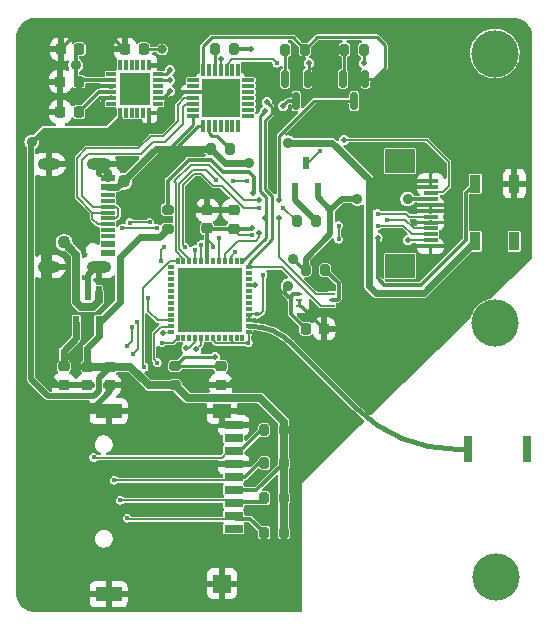
<source format=gtl>
%TF.GenerationSoftware,KiCad,Pcbnew,(6.0.6)*%
%TF.CreationDate,2022-07-19T19:23:43+08:00*%
%TF.ProjectId,Egret,45677265-742e-46b6-9963-61645f706362,rev?*%
%TF.SameCoordinates,Original*%
%TF.FileFunction,Copper,L1,Top*%
%TF.FilePolarity,Positive*%
%FSLAX46Y46*%
G04 Gerber Fmt 4.6, Leading zero omitted, Abs format (unit mm)*
G04 Created by KiCad (PCBNEW (6.0.6)) date 2022-07-19 19:23:43*
%MOMM*%
%LPD*%
G01*
G04 APERTURE LIST*
G04 Aperture macros list*
%AMRoundRect*
0 Rectangle with rounded corners*
0 $1 Rounding radius*
0 $2 $3 $4 $5 $6 $7 $8 $9 X,Y pos of 4 corners*
0 Add a 4 corners polygon primitive as box body*
4,1,4,$2,$3,$4,$5,$6,$7,$8,$9,$2,$3,0*
0 Add four circle primitives for the rounded corners*
1,1,$1+$1,$2,$3*
1,1,$1+$1,$4,$5*
1,1,$1+$1,$6,$7*
1,1,$1+$1,$8,$9*
0 Add four rect primitives between the rounded corners*
20,1,$1+$1,$2,$3,$4,$5,0*
20,1,$1+$1,$4,$5,$6,$7,0*
20,1,$1+$1,$6,$7,$8,$9,0*
20,1,$1+$1,$8,$9,$2,$3,0*%
G04 Aperture macros list end*
%TA.AperFunction,SMDPad,CuDef*%
%ADD10RoundRect,0.200000X-0.200000X-0.275000X0.200000X-0.275000X0.200000X0.275000X-0.200000X0.275000X0*%
%TD*%
%TA.AperFunction,SMDPad,CuDef*%
%ADD11R,0.550000X0.250000*%
%TD*%
%TA.AperFunction,SMDPad,CuDef*%
%ADD12RoundRect,0.225000X-0.250000X0.225000X-0.250000X-0.225000X0.250000X-0.225000X0.250000X0.225000X0*%
%TD*%
%TA.AperFunction,SMDPad,CuDef*%
%ADD13RoundRect,0.200000X0.200000X0.275000X-0.200000X0.275000X-0.200000X-0.275000X0.200000X-0.275000X0*%
%TD*%
%TA.AperFunction,SMDPad,CuDef*%
%ADD14R,0.800000X2.300000*%
%TD*%
%TA.AperFunction,SMDPad,CuDef*%
%ADD15R,1.500000X1.600000*%
%TD*%
%TA.AperFunction,SMDPad,CuDef*%
%ADD16R,2.200000X1.200000*%
%TD*%
%TA.AperFunction,SMDPad,CuDef*%
%ADD17R,1.500000X1.200000*%
%TD*%
%TA.AperFunction,SMDPad,CuDef*%
%ADD18R,1.600000X0.700000*%
%TD*%
%TA.AperFunction,SMDPad,CuDef*%
%ADD19RoundRect,0.150000X-0.150000X0.587500X-0.150000X-0.587500X0.150000X-0.587500X0.150000X0.587500X0*%
%TD*%
%TA.AperFunction,SMDPad,CuDef*%
%ADD20R,0.532000X1.070000*%
%TD*%
%TA.AperFunction,SMDPad,CuDef*%
%ADD21RoundRect,0.225000X0.225000X0.250000X-0.225000X0.250000X-0.225000X-0.250000X0.225000X-0.250000X0*%
%TD*%
%TA.AperFunction,SMDPad,CuDef*%
%ADD22R,5.400000X5.400000*%
%TD*%
%TA.AperFunction,SMDPad,CuDef*%
%ADD23RoundRect,0.014000X-0.161000X0.211000X-0.161000X-0.211000X0.161000X-0.211000X0.161000X0.211000X0*%
%TD*%
%TA.AperFunction,SMDPad,CuDef*%
%ADD24RoundRect,0.014000X0.211000X0.161000X-0.211000X0.161000X-0.211000X-0.161000X0.211000X-0.161000X0*%
%TD*%
%TA.AperFunction,SMDPad,CuDef*%
%ADD25RoundRect,0.014000X0.161000X-0.211000X0.161000X0.211000X-0.161000X0.211000X-0.161000X-0.211000X0*%
%TD*%
%TA.AperFunction,SMDPad,CuDef*%
%ADD26RoundRect,0.014000X-0.211000X-0.161000X0.211000X-0.161000X0.211000X0.161000X-0.211000X0.161000X0*%
%TD*%
%TA.AperFunction,SMDPad,CuDef*%
%ADD27RoundRect,0.225000X-0.225000X-0.250000X0.225000X-0.250000X0.225000X0.250000X-0.225000X0.250000X0*%
%TD*%
%TA.AperFunction,SMDPad,CuDef*%
%ADD28RoundRect,0.225000X0.250000X-0.225000X0.250000X0.225000X-0.250000X0.225000X-0.250000X-0.225000X0*%
%TD*%
%TA.AperFunction,SMDPad,CuDef*%
%ADD29RoundRect,0.200000X0.275000X-0.200000X0.275000X0.200000X-0.275000X0.200000X-0.275000X-0.200000X0*%
%TD*%
%TA.AperFunction,SMDPad,CuDef*%
%ADD30R,0.900000X1.500000*%
%TD*%
%TA.AperFunction,SMDPad,CuDef*%
%ADD31RoundRect,0.088500X-0.206500X0.516500X-0.206500X-0.516500X0.206500X-0.516500X0.206500X0.516500X0*%
%TD*%
%TA.AperFunction,SMDPad,CuDef*%
%ADD32R,2.500000X2.000000*%
%TD*%
%TA.AperFunction,SMDPad,CuDef*%
%ADD33R,1.250000X0.300000*%
%TD*%
%TA.AperFunction,SMDPad,CuDef*%
%ADD34R,2.600000X2.700000*%
%TD*%
%TA.AperFunction,SMDPad,CuDef*%
%ADD35RoundRect,0.014000X0.411000X0.161000X-0.411000X0.161000X-0.411000X-0.161000X0.411000X-0.161000X0*%
%TD*%
%TA.AperFunction,SMDPad,CuDef*%
%ADD36RoundRect,0.014000X0.161000X-0.386000X0.161000X0.386000X-0.161000X0.386000X-0.161000X-0.386000X0*%
%TD*%
%TA.AperFunction,SMDPad,CuDef*%
%ADD37RoundRect,0.014000X-0.411000X-0.161000X0.411000X-0.161000X0.411000X0.161000X-0.411000X0.161000X0*%
%TD*%
%TA.AperFunction,SMDPad,CuDef*%
%ADD38RoundRect,0.014000X-0.161000X0.386000X-0.161000X-0.386000X0.161000X-0.386000X0.161000X0.386000X0*%
%TD*%
%TA.AperFunction,SMDPad,CuDef*%
%ADD39R,3.250000X3.250000*%
%TD*%
%TA.AperFunction,SMDPad,CuDef*%
%ADD40RoundRect,0.018900X-0.116100X0.486100X-0.116100X-0.486100X0.116100X-0.486100X0.116100X0.486100X0*%
%TD*%
%TA.AperFunction,SMDPad,CuDef*%
%ADD41RoundRect,0.018900X0.486100X0.116100X-0.486100X0.116100X-0.486100X-0.116100X0.486100X-0.116100X0*%
%TD*%
%TA.AperFunction,SMDPad,CuDef*%
%ADD42RoundRect,0.018900X0.116100X-0.486100X0.116100X0.486100X-0.116100X0.486100X-0.116100X-0.486100X0*%
%TD*%
%TA.AperFunction,SMDPad,CuDef*%
%ADD43RoundRect,0.018900X-0.486100X-0.116100X0.486100X-0.116100X0.486100X0.116100X-0.486100X0.116100X0*%
%TD*%
%TA.AperFunction,SMDPad,CuDef*%
%ADD44R,1.150000X0.300000*%
%TD*%
%TA.AperFunction,SMDPad,CuDef*%
%ADD45R,1.150000X0.600000*%
%TD*%
%TA.AperFunction,ComponentPad*%
%ADD46O,1.900000X1.000000*%
%TD*%
%TA.AperFunction,ComponentPad*%
%ADD47O,2.100000X1.000000*%
%TD*%
%TA.AperFunction,ViaPad*%
%ADD48C,0.400000*%
%TD*%
%TA.AperFunction,ViaPad*%
%ADD49C,4.000000*%
%TD*%
%TA.AperFunction,ViaPad*%
%ADD50C,0.500000*%
%TD*%
%TA.AperFunction,ViaPad*%
%ADD51C,0.900000*%
%TD*%
%TA.AperFunction,ViaPad*%
%ADD52C,1.100000*%
%TD*%
%TA.AperFunction,ViaPad*%
%ADD53C,0.800000*%
%TD*%
%TA.AperFunction,ViaPad*%
%ADD54C,0.700000*%
%TD*%
%TA.AperFunction,Conductor*%
%ADD55C,0.200000*%
%TD*%
%TA.AperFunction,Conductor*%
%ADD56C,0.250000*%
%TD*%
%TA.AperFunction,Conductor*%
%ADD57C,0.300000*%
%TD*%
%TA.AperFunction,Conductor*%
%ADD58C,0.600000*%
%TD*%
%TA.AperFunction,Conductor*%
%ADD59C,0.700000*%
%TD*%
%TA.AperFunction,Conductor*%
%ADD60C,0.500000*%
%TD*%
%TA.AperFunction,Conductor*%
%ADD61C,0.400000*%
%TD*%
%TA.AperFunction,Conductor*%
%ADD62C,0.100000*%
%TD*%
G04 APERTURE END LIST*
D10*
%TO.P,R3,2*%
%TO.N,/DTR*%
X128725000Y-83400000D03*
%TO.P,R3,1*%
%TO.N,Net-(Q1-Pad2)*%
X127075000Y-83400000D03*
%TD*%
D11*
%TO.P,U4,6,SCL*%
%TO.N,/GPIO33{slash}MPU_SCL{slash}BH_SCL*%
X131003750Y-104089000D03*
%TO.P,U4,5,DVI*%
%TO.N,Net-(R1-Pad1)*%
X131003750Y-104589000D03*
%TO.P,U4,4,SDA*%
%TO.N,/GPIO32{slash}MPU_SDA{slash}BH_SDA*%
X131003750Y-105089000D03*
%TO.P,U4,3,GND*%
%TO.N,GND*%
X128253750Y-105089000D03*
%TO.P,U4,2,ADDR*%
X128253750Y-104589000D03*
%TO.P,U4,1,VCC*%
%TO.N,+3V3*%
X128253750Y-104089000D03*
%TD*%
D10*
%TO.P,R11,2*%
%TO.N,+3V3*%
X126935000Y-118390000D03*
%TO.P,R11,1*%
%TO.N,/GPIO14{slash}SD_CLK*%
X125285000Y-118390000D03*
%TD*%
D12*
%TO.P,C8,2*%
%TO.N,GND*%
X121600000Y-111775000D03*
%TO.P,C8,1*%
%TO.N,/EN*%
X121600000Y-110225000D03*
%TD*%
%TO.P,C1,2*%
%TO.N,GND*%
X108305000Y-111782500D03*
%TO.P,C1,1*%
%TO.N,Net-(C1-Pad1)*%
X108305000Y-110232500D03*
%TD*%
D13*
%TO.P,R6,2*%
%TO.N,Net-(R6-Pad2)*%
X121075000Y-83350000D03*
%TO.P,R6,1*%
%TO.N,/CP_Tx*%
X122725000Y-83350000D03*
%TD*%
D10*
%TO.P,R9,2*%
%TO.N,+3V3*%
X126915000Y-115610000D03*
%TO.P,R9,1*%
%TO.N,/GPIO26{slash}SD_MISO*%
X125265000Y-115610000D03*
%TD*%
D14*
%TO.P,U6,2,2*%
%TO.N,unconnected-(U6-Pad2)*%
X147500000Y-117250000D03*
%TO.P,U6,1,ANT*%
%TO.N,Net-(U5-Pad2)*%
X142500000Y-117250000D03*
%TD*%
D15*
%TO.P,Card1,13,GND*%
%TO.N,GND*%
X121700000Y-128614000D03*
D16*
%TO.P,Card1,12,GND*%
X112100000Y-129514000D03*
%TO.P,Card1,11,GND*%
X112100000Y-114014000D03*
D17*
%TO.P,Card1,10,GND*%
X121700000Y-114006000D03*
D18*
%TO.P,Card1,9,CD*%
X122700000Y-115206000D03*
%TO.P,Card1,8,DAT1*%
%TO.N,unconnected-(Card1-Pad8)*%
X122700000Y-116306000D03*
%TO.P,Card1,7,DAT0*%
%TO.N,/GPIO26{slash}SD_MISO*%
X122700000Y-117406000D03*
%TO.P,Card1,6,VSS*%
%TO.N,GND*%
X122700000Y-118505000D03*
%TO.P,Card1,5,CLK*%
%TO.N,/GPIO14{slash}SD_CLK*%
X122700000Y-119606000D03*
%TO.P,Card1,4,VDD*%
%TO.N,+3V3*%
X122700000Y-120705000D03*
%TO.P,Card1,3,CMD*%
%TO.N,/GPIO13{slash}SD_MOSI*%
X122700000Y-121806000D03*
%TO.P,Card1,2,CD/DAT3*%
%TO.N,/GPIO15{slash}SD_CS*%
X122700000Y-122905000D03*
%TO.P,Card1,1,DAT2*%
%TO.N,unconnected-(Card1-Pad1)*%
X122700000Y-124005000D03*
%TD*%
D13*
%TO.P,R1,2*%
%TO.N,+3V3*%
X128785000Y-102050000D03*
%TO.P,R1,1*%
%TO.N,Net-(R1-Pad1)*%
X130435000Y-102050000D03*
%TD*%
D19*
%TO.P,Q2,3,C*%
%TO.N,/GPIO0*%
X132900000Y-87737500D03*
%TO.P,Q2,2,B*%
%TO.N,Net-(Q2-Pad2)*%
X131950000Y-85862500D03*
%TO.P,Q2,1,E*%
%TO.N,/DTR*%
X133850000Y-85862500D03*
%TD*%
D10*
%TO.P,R4,2*%
%TO.N,/RTS*%
X133725000Y-83400000D03*
%TO.P,R4,1*%
%TO.N,Net-(Q2-Pad2)*%
X132075000Y-83400000D03*
%TD*%
%TO.P,R12,2*%
%TO.N,+3V3*%
X126935000Y-124300000D03*
%TO.P,R12,1*%
%TO.N,/GPIO15{slash}SD_CS*%
X125285000Y-124300000D03*
%TD*%
D20*
%TO.P,Q3,3,D*%
%TO.N,Net-(FPC1-Pad3)*%
X128850000Y-92965000D03*
%TO.P,Q3,2,S*%
%TO.N,+3V3*%
X129800000Y-95235000D03*
%TO.P,Q3,1,G*%
%TO.N,Net-(Q3-Pad1)*%
X127900000Y-95235000D03*
%TD*%
D21*
%TO.P,C5,2*%
%TO.N,GND*%
X113520000Y-83370000D03*
%TO.P,C5,1*%
%TO.N,Net-(C5-Pad1)*%
X115070000Y-83370000D03*
%TD*%
D22*
%TO.P,U5,49,GND*%
%TO.N,GND*%
X120690000Y-104585000D03*
D23*
%TO.P,U5,48,CAP1_NC*%
%TO.N,unconnected-(U5-Pad48)*%
X123440000Y-107850000D03*
%TO.P,U5,47,CAP2_NC*%
%TO.N,unconnected-(U5-Pad47)*%
X122940000Y-107850000D03*
%TO.P,U5,46,VDDA*%
%TO.N,/3V3A*%
X122440000Y-107850000D03*
%TO.P,U5,45,XTAL_P_NC*%
%TO.N,unconnected-(U5-Pad45)*%
X121940000Y-107850000D03*
%TO.P,U5,44,XTAL_N_NC*%
%TO.N,unconnected-(U5-Pad44)*%
X121440000Y-107850000D03*
%TO.P,U5,43,VDDA*%
%TO.N,/3V3A*%
X120940000Y-107850000D03*
%TO.P,U5,42,IO21*%
%TO.N,/GPIO21*%
X120440000Y-107850000D03*
%TO.P,U5,41,U0TXD*%
%TO.N,/CP_Rx*%
X119940000Y-107850000D03*
%TO.P,U5,40,U0RXD*%
%TO.N,/CP_Tx*%
X119440000Y-107850000D03*
%TO.P,U5,39,IO22*%
%TO.N,/GPIO22*%
X118940000Y-107850000D03*
%TO.P,U5,38,IO19*%
%TO.N,/GPIO19*%
X118440000Y-107850000D03*
%TO.P,U5,37,VDD3P3_CPU*%
%TO.N,/3V3A*%
X117940000Y-107850000D03*
D24*
%TO.P,U5,36,IO23*%
%TO.N,/GPIO23{slash}MOSI*%
X117425000Y-107335000D03*
%TO.P,U5,35,IO18*%
%TO.N,/GPIO18{slash}SCK*%
X117425000Y-106835000D03*
%TO.P,U5,34,IO5*%
%TO.N,/GPIO5{slash}LCD_BL*%
X117425000Y-106335000D03*
%TO.P,U5,33,SD1*%
%TO.N,/FLASH_SD1*%
X117425000Y-105835000D03*
%TO.P,U5,32,SD0*%
%TO.N,/FLASH_SD3*%
X117425000Y-105335000D03*
%TO.P,U5,31,CLK*%
%TO.N,/FLASH_CLK*%
X117425000Y-104835000D03*
%TO.P,U5,30,CMD*%
%TO.N,/FLASH_SD2*%
X117425000Y-104335000D03*
%TO.P,U5,29,SD3*%
%TO.N,/GPIO10*%
X117425000Y-103835000D03*
%TO.P,U5,28,SD2*%
%TO.N,/GPIO9*%
X117425000Y-103335000D03*
%TO.P,U5,27,IO17*%
%TO.N,/FLASH_SD0*%
X117425000Y-102835000D03*
%TO.P,U5,26,VDD_SDIO*%
%TO.N,unconnected-(U5-Pad26)*%
X117425000Y-102335000D03*
%TO.P,U5,25,IO16*%
%TO.N,/FLASH_CS*%
X117425000Y-101835000D03*
D25*
%TO.P,U5,24,IO4*%
%TO.N,/GPIO4{slash}RES*%
X117940000Y-101320000D03*
%TO.P,U5,23,IO0*%
%TO.N,/GPIO0*%
X118440000Y-101320000D03*
%TO.P,U5,22,IO2*%
%TO.N,/GPIO2{slash}DC*%
X118940000Y-101320000D03*
%TO.P,U5,21,IO15*%
%TO.N,/GPIO15{slash}SD_CS*%
X119440000Y-101320000D03*
%TO.P,U5,20,IO13*%
%TO.N,/GPIO13{slash}SD_MOSI*%
X119940000Y-101320000D03*
%TO.P,U5,19,VDD3P3_RTC*%
%TO.N,/3V3A*%
X120440000Y-101320000D03*
%TO.P,U5,18,IO12*%
%TO.N,/GPIO12*%
X120940000Y-101320000D03*
%TO.P,U5,17,IO14*%
%TO.N,/GPIO14{slash}SD_CLK*%
X121440000Y-101320000D03*
%TO.P,U5,16,IO27*%
%TO.N,/GPIO27{slash}RGB_LED*%
X121940000Y-101320000D03*
%TO.P,U5,15,IO26*%
%TO.N,/GPIO26{slash}SD_MISO*%
X122440000Y-101320000D03*
%TO.P,U5,14,IO25*%
%TO.N,/GPIO25*%
X122940000Y-101320000D03*
%TO.P,U5,13,IO33*%
%TO.N,/GPIO33{slash}MPU_SCL{slash}BH_SCL*%
X123440000Y-101320000D03*
D26*
%TO.P,U5,12,IO32*%
%TO.N,/GPIO32{slash}MPU_SDA{slash}BH_SDA*%
X123955000Y-101835000D03*
%TO.P,U5,11,IO35*%
%TO.N,unconnected-(U5-Pad11)*%
X123955000Y-102335000D03*
%TO.P,U5,10,IO34*%
%TO.N,unconnected-(U5-Pad10)*%
X123955000Y-102835000D03*
%TO.P,U5,9,EN*%
%TO.N,/EN*%
X123955000Y-103335000D03*
%TO.P,U5,8,SENSOR_VN*%
%TO.N,unconnected-(U5-Pad8)*%
X123955000Y-103835000D03*
%TO.P,U5,7,SENSOR_CAPN*%
%TO.N,unconnected-(U5-Pad7)*%
X123955000Y-104335000D03*
%TO.P,U5,6,SENSOR_CAPP*%
%TO.N,unconnected-(U5-Pad6)*%
X123955000Y-104835000D03*
%TO.P,U5,5,SENSOR_VP*%
%TO.N,unconnected-(U5-Pad5)*%
X123955000Y-105335000D03*
%TO.P,U5,4,VDDA3P3*%
%TO.N,/3V3A*%
X123955000Y-105835000D03*
%TO.P,U5,3,VDDA3P3*%
X123955000Y-106335000D03*
%TO.P,U5,2,LNA_IN*%
%TO.N,Net-(U5-Pad2)*%
X123955000Y-106835000D03*
%TO.P,U5,1,VDDA*%
%TO.N,/3V3A*%
X123955000Y-107335000D03*
%TD*%
D27*
%TO.P,C9,2*%
%TO.N,GND*%
X130360000Y-107050000D03*
%TO.P,C9,1*%
%TO.N,+3V3*%
X128810000Y-107050000D03*
%TD*%
D28*
%TO.P,C2,2*%
%TO.N,+3V3*%
X110305000Y-110255000D03*
%TO.P,C2,1*%
%TO.N,GND*%
X110305000Y-111805000D03*
%TD*%
D13*
%TO.P,R5,2*%
%TO.N,/GPIO5{slash}LCD_BL*%
X128056250Y-97937000D03*
%TO.P,R5,1*%
%TO.N,Net-(Q3-Pad1)*%
X129706250Y-97937000D03*
%TD*%
D21*
%TO.P,C3,2*%
%TO.N,GND*%
X108025000Y-86120000D03*
%TO.P,C3,1*%
%TO.N,+3V3*%
X109575000Y-86120000D03*
%TD*%
%TO.P,C7,2*%
%TO.N,GND*%
X108085000Y-83370000D03*
%TO.P,C7,1*%
%TO.N,+3V3*%
X109635000Y-83370000D03*
%TD*%
D28*
%TO.P,C6,2*%
%TO.N,+3V3*%
X112195000Y-110255000D03*
%TO.P,C6,1*%
%TO.N,GND*%
X112195000Y-111805000D03*
%TD*%
D29*
%TO.P,R8,2*%
%TO.N,/3V3A*%
X117094000Y-96965000D03*
%TO.P,R8,1*%
%TO.N,+3V3*%
X117094000Y-98615000D03*
%TD*%
D30*
%TO.P,U1,4,DIN*%
%TO.N,/GPIO27{slash}RGB_LED*%
X143150000Y-94750000D03*
%TO.P,U1,3,VSS*%
%TO.N,GND*%
X146450000Y-94750000D03*
%TO.P,U1,2,DOUT*%
%TO.N,unconnected-(U1-Pad2)*%
X146450000Y-99650000D03*
%TO.P,U1,1,VDD*%
%TO.N,+5V*%
X143150000Y-99650000D03*
%TD*%
D19*
%TO.P,Q1,3,C*%
%TO.N,/EN*%
X128000000Y-87737500D03*
%TO.P,Q1,2,B*%
%TO.N,Net-(Q1-Pad2)*%
X127050000Y-85862500D03*
%TO.P,Q1,1,E*%
%TO.N,/RTS*%
X128950000Y-85862500D03*
%TD*%
D28*
%TO.P,C10,2*%
%TO.N,GND*%
X122682000Y-97015000D03*
%TO.P,C10,1*%
%TO.N,/3V3A*%
X122682000Y-98565000D03*
%TD*%
D21*
%TO.P,C4,2*%
%TO.N,GND*%
X108025000Y-88680000D03*
%TO.P,C4,1*%
%TO.N,Net-(C4-Pad1)*%
X109575000Y-88680000D03*
%TD*%
D10*
%TO.P,R10,2*%
%TO.N,+3V3*%
X126935000Y-121380000D03*
%TO.P,R10,1*%
%TO.N,/GPIO13{slash}SD_MOSI*%
X125285000Y-121380000D03*
%TD*%
D29*
%TO.P,R2,2*%
%TO.N,/EN*%
X117722000Y-110175000D03*
%TO.P,R2,1*%
%TO.N,+3V3*%
X117722000Y-111825000D03*
%TD*%
D10*
%TO.P,R7,2*%
%TO.N,Net-(R7-Pad2)*%
X122412500Y-91800000D03*
%TO.P,R7,1*%
%TO.N,+5V*%
X120762500Y-91800000D03*
%TD*%
D31*
%TO.P,U3,5,VOUT*%
%TO.N,+3V3*%
X111270000Y-106555000D03*
%TO.P,U3,4,BYPASS*%
%TO.N,Net-(C1-Pad1)*%
X109370000Y-106555000D03*
%TO.P,U3,3,ON/~{OFF}*%
%TO.N,+5V*%
X109370000Y-104045000D03*
%TO.P,U3,2,GND*%
%TO.N,GND*%
X110320000Y-104045000D03*
%TO.P,U3,1,VIN*%
%TO.N,+5V*%
X111270000Y-104045000D03*
%TD*%
D28*
%TO.P,C11,2*%
%TO.N,GND*%
X120450000Y-96985000D03*
%TO.P,C11,1*%
%TO.N,/3V3A*%
X120450000Y-98535000D03*
%TD*%
D32*
%TO.P,FPC1,14,14*%
%TO.N,unconnected-(FPC1-Pad14)*%
X136787500Y-92860000D03*
%TO.P,FPC1,13,13*%
%TO.N,unconnected-(FPC1-Pad13)*%
X136787500Y-101740000D03*
D33*
%TO.P,FPC1,12,12*%
%TO.N,GND*%
X139363500Y-100050000D03*
%TO.P,FPC1,11,11*%
%TO.N,/GPIO4{slash}RES*%
X139363500Y-99550000D03*
%TO.P,FPC1,10,10*%
%TO.N,/GPIO23{slash}MOSI*%
X139363500Y-99050000D03*
%TO.P,FPC1,9,9*%
%TO.N,/GPIO18{slash}SCK*%
X139363500Y-98550000D03*
%TO.P,FPC1,8,8*%
%TO.N,GND*%
X139363500Y-98050000D03*
%TO.P,FPC1,7,7*%
%TO.N,/GPIO2{slash}DC*%
X139363500Y-97550000D03*
%TO.P,FPC1,6,6*%
%TO.N,GND*%
X139363500Y-97050000D03*
%TO.P,FPC1,5,5*%
X139363500Y-96550000D03*
%TO.P,FPC1,4,4*%
%TO.N,+3V3*%
X139363500Y-96050000D03*
%TO.P,FPC1,3,3*%
%TO.N,Net-(FPC1-Pad3)*%
X139363500Y-95550000D03*
%TO.P,FPC1,2,2*%
%TO.N,GND*%
X139363500Y-95050000D03*
%TO.P,FPC1,1,1*%
X139363500Y-94550000D03*
%TD*%
D34*
%TO.P,U2,25,EXP*%
%TO.N,unconnected-(U2-Pad25)*%
X114300000Y-86750000D03*
D35*
%TO.P,U2,24,SDA*%
%TO.N,/GPIO32{slash}MPU_SDA{slash}BH_SDA*%
X116275000Y-85500000D03*
%TO.P,U2,23,SCL*%
%TO.N,/GPIO33{slash}MPU_SCL{slash}BH_SCL*%
X116275000Y-86000000D03*
%TO.P,U2,22,CLKOUT*%
%TO.N,unconnected-(U2-Pad22)*%
X116275000Y-86500000D03*
%TO.P,U2,21,RESV*%
%TO.N,unconnected-(U2-Pad19)*%
X116275000Y-87000000D03*
%TO.P,U2,20,CPOUT*%
%TO.N,Net-(C5-Pad1)*%
X116275000Y-87500000D03*
%TO.P,U2,19,RESV*%
%TO.N,unconnected-(U2-Pad19)*%
X116275000Y-88000000D03*
D36*
%TO.P,U2,18,GND*%
%TO.N,GND*%
X115550000Y-88750000D03*
%TO.P,U2,17,NC17*%
%TO.N,unconnected-(U2-Pad17)*%
X115050000Y-88750000D03*
%TO.P,U2,16,NC16*%
%TO.N,unconnected-(U2-Pad16)*%
X114550000Y-88750000D03*
%TO.P,U2,15,NC15*%
%TO.N,unconnected-(U2-Pad15)*%
X114050000Y-88750000D03*
%TO.P,U2,14,NC14*%
%TO.N,unconnected-(U2-Pad14)*%
X113550000Y-88750000D03*
%TO.P,U2,13,VDD*%
%TO.N,+3V3*%
X113050000Y-88750000D03*
D37*
%TO.P,U2,12,INT*%
%TO.N,unconnected-(U2-Pad12)*%
X112325000Y-88000000D03*
%TO.P,U2,11,FYSNC*%
%TO.N,GND*%
X112325000Y-87500000D03*
%TO.P,U2,10,REGOUT*%
%TO.N,Net-(C4-Pad1)*%
X112325000Y-87000000D03*
%TO.P,U2,9,AD0*%
%TO.N,GND*%
X112325000Y-86500000D03*
%TO.P,U2,8,VLOGIC*%
%TO.N,+3V3*%
X112325000Y-86000000D03*
%TO.P,U2,7,AUX_CL*%
%TO.N,unconnected-(U2-Pad7)*%
X112325000Y-85500000D03*
D38*
%TO.P,U2,6,AUX_DA*%
%TO.N,unconnected-(U2-Pad6)*%
X113050000Y-84750000D03*
%TO.P,U2,5,NC5*%
%TO.N,unconnected-(U2-Pad5)*%
X113550000Y-84750000D03*
%TO.P,U2,4,NC4*%
%TO.N,unconnected-(U2-Pad4)*%
X114050000Y-84750000D03*
%TO.P,U2,3,NC3*%
%TO.N,unconnected-(U2-Pad3)*%
X114550000Y-84750000D03*
%TO.P,U2,2,NC2*%
%TO.N,unconnected-(U2-Pad2)*%
X115050000Y-84750000D03*
%TO.P,U2,1,CLKIN*%
%TO.N,GND*%
X115550000Y-84750000D03*
%TD*%
D39*
%TO.P,U7,29,GND*%
%TO.N,GND*%
X121587500Y-87500000D03*
D40*
%TO.P,U7,28,DTR*%
%TO.N,/DTR*%
X120087500Y-85140000D03*
%TO.P,U7,27,DSR*%
%TO.N,unconnected-(U7-Pad27)*%
X120587500Y-85140000D03*
%TO.P,U7,26,TXD*%
%TO.N,Net-(R6-Pad2)*%
X121087500Y-85140000D03*
%TO.P,U7,25,RXD*%
%TO.N,/CP_Rx*%
X121587500Y-85140000D03*
%TO.P,U7,24,RTS*%
%TO.N,/RTS*%
X122087500Y-85140000D03*
%TO.P,U7,23,CTS*%
%TO.N,unconnected-(U7-Pad23)*%
X122587500Y-85140000D03*
%TO.P,U7,22,GPIO.4*%
%TO.N,unconnected-(U7-Pad22)*%
X123087500Y-85140000D03*
D41*
%TO.P,U7,21,GPIO.5*%
%TO.N,unconnected-(U7-Pad21)*%
X123947500Y-86000000D03*
%TO.P,U7,20,GPIO.6*%
%TO.N,unconnected-(U7-Pad20)*%
X123947500Y-86500000D03*
%TO.P,U7,19,GPIO.0/TXT*%
%TO.N,unconnected-(U7-Pad19)*%
X123947500Y-87000000D03*
%TO.P,U7,18,GPIO.1/RXT*%
%TO.N,unconnected-(U7-Pad18)*%
X123947500Y-87500000D03*
%TO.P,U7,17,GPIO.2/RS485*%
%TO.N,unconnected-(U7-Pad17)*%
X123947500Y-88000000D03*
%TO.P,U7,16,GPIO.3/WAKEUP*%
%TO.N,unconnected-(U7-Pad16)*%
X123947500Y-88500000D03*
%TO.P,U7,15,CHR0*%
%TO.N,unconnected-(U7-Pad15)*%
X123947500Y-89000000D03*
D42*
%TO.P,U7,14,CHR1*%
%TO.N,unconnected-(U7-Pad14)*%
X123087500Y-89860000D03*
%TO.P,U7,13,CHREN*%
%TO.N,unconnected-(U7-Pad13)*%
X122587500Y-89860000D03*
%TO.P,U7,12,SUSPEND*%
%TO.N,unconnected-(U7-Pad12)*%
X122087500Y-89860000D03*
%TO.P,U7,11,~{SUSPENDB}*%
%TO.N,unconnected-(U7-Pad11)*%
X121587500Y-89860000D03*
%TO.P,U7,10,NC*%
%TO.N,unconnected-(U7-Pad10)*%
X121087500Y-89860000D03*
%TO.P,U7,9,~{RST}*%
%TO.N,Net-(R7-Pad2)*%
X120587500Y-89860000D03*
%TO.P,U7,8,VBUS*%
%TO.N,+5V*%
X120087500Y-89860000D03*
D43*
%TO.P,U7,7,VREGIN*%
X119227500Y-89000000D03*
%TO.P,U7,6,VDD*%
%TO.N,unconnected-(U7-Pad6)*%
X119227500Y-88500000D03*
%TO.P,U7,5,D-*%
%TO.N,/USB-PWR-DN*%
X119227500Y-88000000D03*
%TO.P,U7,4,D+*%
%TO.N,/USB-PWR-DP*%
X119227500Y-87500000D03*
%TO.P,U7,3,GND*%
%TO.N,GND*%
X119227500Y-87000000D03*
%TO.P,U7,2,RI/CLK*%
%TO.N,unconnected-(U7-Pad2)*%
X119227500Y-86500000D03*
%TO.P,U7,1,DCD*%
%TO.N,unconnected-(U7-Pad1)*%
X119227500Y-86000000D03*
%TD*%
D44*
%TO.P,USB1,B8,SBU2*%
%TO.N,unconnected-(USB1-PadB8)*%
X112021000Y-95700000D03*
%TO.P,USB1,B7,DN2*%
%TO.N,/USB-PWR-DN*%
X112021000Y-96700000D03*
%TO.P,USB1,B6,DP2*%
%TO.N,/USB-PWR-DP*%
X112021000Y-98200000D03*
%TO.P,USB1,B5,CC2*%
%TO.N,unconnected-(USB1-PadB5)*%
X112021000Y-99200000D03*
D45*
%TO.P,USB1,B4A9,VBUS*%
%TO.N,unconnected-(USB1-PadB4A9)*%
X112021000Y-99850000D03*
%TO.P,USB1,B1A12,GND*%
%TO.N,unconnected-(USB1-PadB1A12)*%
X112021000Y-100650000D03*
D44*
%TO.P,USB1,A8,SBU1*%
%TO.N,unconnected-(USB1-PadA8)*%
X112021000Y-98700000D03*
%TO.P,USB1,A7,DN1*%
%TO.N,/USB-PWR-DN*%
X112021000Y-97700000D03*
%TO.P,USB1,A6,DP1*%
%TO.N,/USB-PWR-DP*%
X112021000Y-97200000D03*
%TO.P,USB1,A5,CC1*%
%TO.N,unconnected-(USB1-PadA5)*%
X112021000Y-96200000D03*
D45*
%TO.P,USB1,A4B9,VBUS*%
%TO.N,+5V*%
X112021000Y-95050000D03*
%TO.P,USB1,A1B12,GND*%
%TO.N,GND*%
X112021000Y-94250000D03*
D46*
%TO.P,USB1,16,GND*%
X107059000Y-101775000D03*
%TO.P,USB1,15,GND*%
X107059000Y-93125000D03*
D47*
%TO.P,USB1,14,GND*%
X111259000Y-101775000D03*
%TO.P,USB1,13,GND*%
X111259000Y-93125000D03*
%TD*%
D48*
%TO.N,GND*%
X134100000Y-113800000D03*
X133530000Y-113320000D03*
X133150000Y-114700000D03*
X132610000Y-114180000D03*
X124650000Y-107740000D03*
X125320000Y-107570000D03*
X125950000Y-107900000D03*
X126570000Y-108280000D03*
X127110000Y-108690000D03*
X125110000Y-106260000D03*
X125770000Y-106400000D03*
X126430000Y-106650000D03*
X127020000Y-106970000D03*
X127530000Y-107370000D03*
X127990000Y-107820000D03*
X132987292Y-112834764D03*
X132531854Y-112379326D03*
X132076416Y-111923888D03*
X131620979Y-111468451D03*
X131165541Y-111013013D03*
X130710103Y-110557575D03*
X130254665Y-110102137D03*
X129799228Y-109646700D03*
X129343790Y-109191262D03*
X128888352Y-108735824D03*
X128432914Y-108280386D03*
X127584386Y-109128914D03*
X128039824Y-109584352D03*
X128495262Y-110039790D03*
X128950700Y-110495228D03*
X129406137Y-110950665D03*
X129861575Y-111406103D03*
X130317013Y-111861541D03*
X130772451Y-112316979D03*
X131227888Y-112772416D03*
X131683326Y-113227854D03*
X132138764Y-113683292D03*
D49*
%TO.N,*%
X144810000Y-83740000D03*
X144870000Y-128100000D03*
X144840000Y-106560000D03*
D50*
%TO.N,/EN*%
X124499004Y-103318399D03*
X121120000Y-109410000D03*
X126875000Y-88175000D03*
%TO.N,/RTS*%
X133750000Y-84550000D03*
X129050000Y-84550000D03*
D48*
X126350000Y-84560000D03*
D50*
%TO.N,/GPIO0*%
X126524500Y-96150000D03*
X124850000Y-96150000D03*
D51*
%TO.N,+5V*%
X127330000Y-91290000D03*
D52*
X113370000Y-94570000D03*
D51*
X123952000Y-92964000D03*
D52*
X108340000Y-99730000D03*
D53*
%TO.N,GND*%
X115900000Y-95720000D03*
X119130000Y-96400000D03*
D51*
X120700000Y-104640000D03*
D53*
X109610000Y-97920000D03*
D48*
X110350000Y-86980000D03*
D53*
X106680000Y-110744000D03*
X113730000Y-96010000D03*
D54*
X120700000Y-108780000D03*
D53*
X107696000Y-113538000D03*
D48*
X111633542Y-88673718D03*
D50*
%TO.N,/CP_Rx*%
X121649500Y-84229843D03*
X119540000Y-108790000D03*
D51*
%TO.N,+3V3*%
X127740023Y-101113977D03*
X137414000Y-96050000D03*
X133162500Y-96012000D03*
X109310000Y-84750000D03*
X105600000Y-91220000D03*
X127310498Y-103383245D03*
D48*
%TO.N,/3V3A*%
X125180000Y-102450000D03*
X120980000Y-100080000D03*
X116586000Y-108204000D03*
X124223236Y-99068500D03*
D50*
X124369886Y-95544588D03*
D48*
X124630000Y-105810000D03*
X123930000Y-108220000D03*
D50*
X124250000Y-98480000D03*
D53*
%TO.N,Net-(C5-Pad1)*%
X116640000Y-83390000D03*
D50*
X117300000Y-86920000D03*
%TO.N,Net-(FPC1-Pad3)*%
X132060000Y-91050000D03*
D48*
X130000000Y-91970000D03*
%TO.N,/GPIO2{slash}DC*%
X122646633Y-94533367D03*
X134874000Y-97282000D03*
X123823367Y-94533367D03*
X121175232Y-94474768D03*
%TO.N,/GPIO18{slash}SCK*%
X135636000Y-97798500D03*
X116220000Y-109910000D03*
%TO.N,/GPIO26{slash}SD_MISO*%
X115572372Y-98038128D03*
X122809757Y-100556644D03*
X113910000Y-98050000D03*
X110840000Y-117940000D03*
%TO.N,/GPIO4{slash}RES*%
X115100000Y-110280000D03*
D50*
X137450000Y-99540000D03*
D48*
%TO.N,/GPIO15{slash}SD_CS*%
X114482554Y-106475166D03*
X113700000Y-123080000D03*
X119425052Y-100343872D03*
X114131300Y-109213599D03*
%TO.N,/GPIO13{slash}SD_MOSI*%
X119940000Y-99920000D03*
X113631800Y-108518200D03*
X113100000Y-121560000D03*
X114079500Y-106918957D03*
%TO.N,/GPIO14{slash}SD_CLK*%
X112580000Y-119860000D03*
X113240000Y-98550000D03*
X121460000Y-99360000D03*
X116169378Y-98550378D03*
D50*
%TO.N,/CP_Tx*%
X124150000Y-83325000D03*
X118689568Y-108700500D03*
D48*
%TO.N,/GPIO5{slash}LCD_BL*%
X116510000Y-101340000D03*
X124820000Y-96790000D03*
X116760000Y-100090000D03*
X126900000Y-96790000D03*
X115470000Y-104400000D03*
X118550000Y-100110000D03*
D50*
%TO.N,/GPIO27{slash}RGB_LED*%
X124850500Y-98900000D03*
X134874000Y-99314000D03*
%TO.N,/GPIO33{slash}MPU_SCL{slash}BH_SCL*%
X126524000Y-97660000D03*
X125330000Y-88590000D03*
X117280000Y-86000000D03*
X125375000Y-97660000D03*
%TO.N,/GPIO32{slash}MPU_SDA{slash}BH_SDA*%
X117290000Y-85140000D03*
X125524500Y-87860000D03*
D48*
%TO.N,/GPIO23{slash}MOSI*%
X134874000Y-98298000D03*
X131570000Y-98300000D03*
X131572000Y-99457915D03*
D50*
X116739866Y-107387776D03*
%TD*%
D55*
%TO.N,/3V3A*%
X123970000Y-107350000D02*
X123955000Y-107335000D01*
X123930000Y-108220000D02*
X123970000Y-108180000D01*
X123820000Y-108220000D02*
X123765000Y-108275000D01*
X123970000Y-108180000D02*
X123970000Y-107350000D01*
X123930000Y-108220000D02*
X123820000Y-108220000D01*
D56*
%TO.N,/EN*%
X121600000Y-110225000D02*
X117772000Y-110225000D01*
X118487000Y-109410000D02*
X117722000Y-110175000D01*
D57*
X128000000Y-87737500D02*
X127312500Y-87737500D01*
D56*
X117772000Y-110225000D02*
X117722000Y-110175000D01*
X124499004Y-103318399D02*
X124482403Y-103335000D01*
X124482403Y-103335000D02*
X123955000Y-103335000D01*
X121120000Y-109410000D02*
X118487000Y-109410000D01*
D57*
X127312500Y-87737500D02*
X126875000Y-88175000D01*
D56*
%TO.N,Net-(Q1-Pad2)*%
X127075000Y-85837500D02*
X127050000Y-85862500D01*
X127075000Y-83400000D02*
X127075000Y-85837500D01*
D55*
%TO.N,/RTS*%
X122570000Y-84230000D02*
X122087500Y-84712500D01*
X126350000Y-84560000D02*
X126020000Y-84230000D01*
D56*
X133725000Y-83400000D02*
X133725000Y-84525000D01*
D55*
X126020000Y-84230000D02*
X122570000Y-84230000D01*
D56*
X129050000Y-84550000D02*
X129050000Y-85762500D01*
X129050000Y-85762500D02*
X128950000Y-85862500D01*
D55*
X122087500Y-84712500D02*
X122087500Y-85140000D01*
D56*
X133725000Y-84525000D02*
X133750000Y-84550000D01*
%TO.N,/DTR*%
X135500000Y-83050000D02*
X135500000Y-84950000D01*
X134800000Y-82350000D02*
X135500000Y-83050000D01*
X120847538Y-82360000D02*
X127685000Y-82360000D01*
X134587500Y-85862500D02*
X133850000Y-85862500D01*
X128725000Y-83400000D02*
X129775000Y-82350000D01*
X120087500Y-85140000D02*
X120087500Y-83120038D01*
X129775000Y-82350000D02*
X134800000Y-82350000D01*
X135500000Y-84950000D02*
X134587500Y-85862500D01*
X120087500Y-83120038D02*
X120847538Y-82360000D01*
X127685000Y-82360000D02*
X128725000Y-83400000D01*
%TO.N,Net-(Q2-Pad2)*%
X132075000Y-83400000D02*
X132075000Y-85737500D01*
X132075000Y-85737500D02*
X131950000Y-85862500D01*
D55*
%TO.N,/GPIO0*%
X123585612Y-96178746D02*
X120566866Y-93160000D01*
D56*
X132900000Y-87737500D02*
X129512500Y-87737500D01*
D55*
X118440000Y-101145358D02*
X118440000Y-101320000D01*
D56*
X129512500Y-87737500D02*
X126550000Y-90700000D01*
X126550000Y-96124500D02*
X126524500Y-96150000D01*
D55*
X117769000Y-100474358D02*
X118440000Y-101145358D01*
X117769000Y-94687396D02*
X117769000Y-100474358D01*
X120566866Y-93160000D02*
X119058396Y-93160000D01*
D56*
X126550000Y-90700000D02*
X126550000Y-96124500D01*
D55*
X117650000Y-94568396D02*
X117769000Y-94687396D01*
X124821254Y-96178746D02*
X123585612Y-96178746D01*
X119058396Y-93160000D02*
X117650000Y-94568396D01*
X124850000Y-96150000D02*
X124821254Y-96178746D01*
D58*
%TO.N,+5V*%
X143150000Y-99650000D02*
X138780000Y-104020000D01*
X117200000Y-91800000D02*
X117750000Y-91800000D01*
D59*
X108340000Y-99730000D02*
X109370000Y-100760000D01*
D56*
X119227500Y-89000000D02*
X119227500Y-89772500D01*
D59*
X109370000Y-100760000D02*
X109370000Y-104045000D01*
D58*
X117750000Y-91800000D02*
X120762500Y-91800000D01*
X134112000Y-103402000D02*
X134112000Y-94362000D01*
D59*
X109800000Y-105200000D02*
X109370000Y-104770000D01*
X111270000Y-104045000D02*
X111270000Y-104720975D01*
D58*
X112840000Y-95050000D02*
X112021000Y-95050000D01*
X138780000Y-104020000D02*
X134730000Y-104020000D01*
X121926500Y-92964000D02*
X120762500Y-91800000D01*
X131040000Y-91290000D02*
X127330000Y-91290000D01*
X117200000Y-91800000D02*
X116090000Y-91800000D01*
D59*
X111270000Y-104720975D02*
X110790975Y-105200000D01*
X109370000Y-104770000D02*
X109370000Y-104045000D01*
D56*
X119227500Y-89772500D02*
X117200000Y-91800000D01*
D58*
X123952000Y-92964000D02*
X121926500Y-92964000D01*
D56*
X120087500Y-89860000D02*
X119690000Y-89860000D01*
X119690000Y-89860000D02*
X117750000Y-91800000D01*
D59*
X110790975Y-105200000D02*
X109800000Y-105200000D01*
D58*
X116090000Y-91800000D02*
X112840000Y-95050000D01*
X134730000Y-104020000D02*
X134112000Y-103402000D01*
X134112000Y-94362000D02*
X131040000Y-91290000D01*
D57*
%TO.N,GND*%
X108085000Y-86060000D02*
X108025000Y-86120000D01*
X111633542Y-88673718D02*
X111650000Y-88657260D01*
X111879648Y-87500000D02*
X112325000Y-87500000D01*
D59*
X112021000Y-93887000D02*
X111259000Y-93125000D01*
D60*
X120450000Y-96985000D02*
X122652000Y-96985000D01*
D57*
X119227500Y-87000000D02*
X118466101Y-87000000D01*
D60*
X119715000Y-96985000D02*
X120450000Y-96985000D01*
X109610000Y-97920000D02*
X108370000Y-97920000D01*
X111259000Y-101775000D02*
X111045000Y-101775000D01*
X107696000Y-113538000D02*
X110998000Y-113538000D01*
D56*
X128253750Y-104589000D02*
X128253750Y-105089000D01*
D61*
X120700000Y-108780000D02*
X122140000Y-108780000D01*
D57*
X118466101Y-87000000D02*
X116716101Y-88750000D01*
D60*
X106660000Y-110724000D02*
X106680000Y-110744000D01*
D57*
X109170000Y-82290000D02*
X112320000Y-82290000D01*
X121087500Y-87000000D02*
X121587500Y-87500000D01*
D59*
X112021000Y-94250000D02*
X112021000Y-93887000D01*
D60*
X108305000Y-111782500D02*
X110282500Y-111782500D01*
X115900000Y-95720000D02*
X114020000Y-95720000D01*
X110998000Y-113538000D02*
X112195000Y-112341000D01*
D61*
X122970000Y-109610000D02*
X122970000Y-111050000D01*
D60*
X107718500Y-111782500D02*
X106680000Y-110744000D01*
D61*
X122970000Y-111050000D02*
X122245000Y-111775000D01*
D60*
X110282500Y-111782500D02*
X110305000Y-111805000D01*
X120480000Y-97015000D02*
X120450000Y-96985000D01*
D57*
X116716101Y-88750000D02*
X115550000Y-88750000D01*
X108025000Y-86120000D02*
X108025000Y-88680000D01*
D61*
X122245000Y-111775000D02*
X121600000Y-111775000D01*
X122140000Y-108780000D02*
X122970000Y-109610000D01*
D60*
X110320000Y-102500000D02*
X110320000Y-104045000D01*
D57*
X111650000Y-87729648D02*
X111879648Y-87500000D01*
D60*
X111045000Y-101775000D02*
X110320000Y-102500000D01*
D57*
X113400000Y-83370000D02*
X113520000Y-83370000D01*
X108090000Y-83370000D02*
X109170000Y-82290000D01*
X119227500Y-87000000D02*
X121087500Y-87000000D01*
D60*
X108305000Y-111782500D02*
X107718500Y-111782500D01*
D57*
X108085000Y-83370000D02*
X108090000Y-83370000D01*
D60*
X112195000Y-112341000D02*
X112195000Y-111805000D01*
D57*
X111650000Y-88657260D02*
X111650000Y-87729648D01*
D60*
X114020000Y-95720000D02*
X113730000Y-96010000D01*
D57*
X112320000Y-82290000D02*
X113400000Y-83370000D01*
D56*
X128253750Y-105089000D02*
X128399000Y-105089000D01*
D57*
X110830000Y-86500000D02*
X112325000Y-86500000D01*
D60*
X106660000Y-99630000D02*
X106660000Y-110724000D01*
D57*
X108085000Y-83370000D02*
X108085000Y-86060000D01*
D56*
X128399000Y-105089000D02*
X130360000Y-107050000D01*
D57*
X110350000Y-86980000D02*
X110830000Y-86500000D01*
D60*
X119130000Y-96400000D02*
X119715000Y-96985000D01*
X108370000Y-97920000D02*
X106660000Y-99630000D01*
D55*
%TO.N,/USB-PWR-DN*%
X112940000Y-96940000D02*
X112700000Y-96700000D01*
X109875000Y-95777514D02*
X109875000Y-92743200D01*
X110393200Y-92225000D02*
X114816472Y-92225000D01*
X118401325Y-88266862D02*
X118693186Y-87975001D01*
X109875000Y-92743200D02*
X110393200Y-92225000D01*
X119202501Y-87975001D02*
X119227500Y-88000000D01*
X112021000Y-96700000D02*
X110797486Y-96700000D01*
X116868200Y-91200000D02*
X118401325Y-89666875D01*
X110797486Y-96700000D02*
X109875000Y-95777514D01*
X112021000Y-97700000D02*
X112746000Y-97700000D01*
X115841472Y-91200000D02*
X116868200Y-91200000D01*
X112700000Y-96700000D02*
X112021000Y-96700000D01*
X114816472Y-92225000D02*
X115841472Y-91200000D01*
X112940000Y-97506000D02*
X112940000Y-96940000D01*
X118401325Y-89666875D02*
X118401325Y-88266862D01*
X118693186Y-87975001D02*
X119202501Y-87975001D01*
X112746000Y-97700000D02*
X112940000Y-97506000D01*
%TO.N,/USB-PWR-DP*%
X117951325Y-88080462D02*
X118506788Y-87524999D01*
X114630102Y-91775000D02*
X115655084Y-90750019D01*
X112021000Y-98200000D02*
X111220000Y-98200000D01*
X112021000Y-97200000D02*
X110731800Y-97200000D01*
X110206800Y-91775000D02*
X114630102Y-91775000D01*
X109425000Y-95893200D02*
X109425000Y-92556800D01*
X118506788Y-87524999D02*
X119202501Y-87524999D01*
X117951325Y-89480475D02*
X117951325Y-88080462D01*
X110730000Y-97201800D02*
X110731800Y-97200000D01*
X110730000Y-97710000D02*
X110730000Y-97201800D01*
X116681781Y-90750019D02*
X117951325Y-89480475D01*
X110731800Y-97200000D02*
X109425000Y-95893200D01*
X109425000Y-92556800D02*
X110206800Y-91775000D01*
X111220000Y-98200000D02*
X110730000Y-97710000D01*
X115655084Y-90750019D02*
X116681781Y-90750019D01*
X119202501Y-87524999D02*
X119227500Y-87500000D01*
%TO.N,/CP_Rx*%
X119940000Y-108390000D02*
X119940000Y-107850000D01*
X121587500Y-84291843D02*
X121649500Y-84229843D01*
X121587500Y-85140000D02*
X121587500Y-84291843D01*
X119540000Y-108790000D02*
X119940000Y-108390000D01*
D58*
%TO.N,+3V3*%
X113076000Y-100964000D02*
X113076000Y-104749000D01*
D60*
X105550000Y-91270000D02*
X105550000Y-111320000D01*
X130890000Y-98990000D02*
X128785000Y-101095000D01*
D59*
X124940000Y-112910000D02*
X126935000Y-114905000D01*
D60*
X111270000Y-112269594D02*
X111270000Y-111180000D01*
X131826000Y-96012000D02*
X130890000Y-96948000D01*
D57*
X128810000Y-107050000D02*
X127520000Y-105760000D01*
D60*
X129800000Y-95858000D02*
X130890000Y-96948000D01*
D59*
X117722000Y-111825000D02*
X118807000Y-112910000D01*
D57*
X124620000Y-120705000D02*
X126935000Y-118390000D01*
X113050000Y-89134000D02*
X113030000Y-89154000D01*
D58*
X111270000Y-107680000D02*
X110305000Y-108645000D01*
D57*
X127470000Y-104470000D02*
X127080000Y-104080000D01*
X113050000Y-88750000D02*
X113050000Y-89134000D01*
X109635000Y-83370000D02*
X109310000Y-83695000D01*
D60*
X129800000Y-95235000D02*
X129800000Y-95858000D01*
D58*
X116409000Y-99300000D02*
X114740000Y-99300000D01*
D60*
X128785000Y-101095000D02*
X128785000Y-102050000D01*
D57*
X127520000Y-104322750D02*
X127753750Y-104089000D01*
X109575000Y-86120000D02*
X109695000Y-86000000D01*
X109330000Y-84770000D02*
X109310000Y-84750000D01*
D55*
X127080000Y-103613743D02*
X127310498Y-103383245D01*
D60*
X106935000Y-112705000D02*
X110834594Y-112705000D01*
D59*
X113955000Y-110255000D02*
X112195000Y-110255000D01*
D60*
X133162500Y-96012000D02*
X131826000Y-96012000D01*
X110834594Y-112705000D02*
X111270000Y-112269594D01*
D61*
X112014000Y-90170000D02*
X113030000Y-89154000D01*
D55*
X128253750Y-104089000D02*
X127851000Y-104089000D01*
D57*
X127753750Y-104089000D02*
X128253750Y-104089000D01*
X139363500Y-96050000D02*
X137414000Y-96050000D01*
D60*
X130890000Y-96948000D02*
X130890000Y-98990000D01*
D57*
X127740023Y-101113977D02*
X127740023Y-101170023D01*
D58*
X110305000Y-108645000D02*
X110305000Y-110255000D01*
D59*
X118807000Y-112910000D02*
X124940000Y-112910000D01*
D58*
X111270000Y-106555000D02*
X111270000Y-107680000D01*
D57*
X127740023Y-101170023D02*
X128620000Y-102050000D01*
D60*
X105600000Y-91220000D02*
X105550000Y-91270000D01*
D58*
X114740000Y-99300000D02*
X113076000Y-100964000D01*
D57*
X127520000Y-105760000D02*
X127520000Y-104322750D01*
X127080000Y-104080000D02*
X127080000Y-103613743D01*
X128620000Y-102050000D02*
X128785000Y-102050000D01*
D61*
X106650000Y-90170000D02*
X112014000Y-90170000D01*
D59*
X115525000Y-111825000D02*
X113955000Y-110255000D01*
D57*
X109575000Y-86120000D02*
X109330000Y-85875000D01*
X109330000Y-85875000D02*
X109330000Y-84770000D01*
D58*
X113076000Y-104749000D02*
X111270000Y-106555000D01*
D57*
X109695000Y-86000000D02*
X112325000Y-86000000D01*
D60*
X111270000Y-111180000D02*
X112195000Y-110255000D01*
D55*
X127851000Y-104089000D02*
X127470000Y-104470000D01*
D59*
X110305000Y-110255000D02*
X112195000Y-110255000D01*
X117722000Y-111825000D02*
X115525000Y-111825000D01*
X126935000Y-114905000D02*
X126935000Y-124300000D01*
D58*
X117094000Y-98615000D02*
X116409000Y-99300000D01*
D61*
X105600000Y-91220000D02*
X106650000Y-90170000D01*
D60*
X105550000Y-111320000D02*
X106935000Y-112705000D01*
D57*
X109310000Y-83695000D02*
X109310000Y-84750000D01*
X122700000Y-120705000D02*
X124620000Y-120705000D01*
%TO.N,/3V3A*%
X123990000Y-93764000D02*
X121807262Y-93764000D01*
D55*
X122685000Y-108275000D02*
X122440000Y-108030000D01*
X120980000Y-100080000D02*
X120980000Y-99975000D01*
X120980000Y-99975000D02*
X120440000Y-99435000D01*
X121185000Y-108275000D02*
X120940000Y-108030000D01*
X124890000Y-105810000D02*
X125190000Y-105510000D01*
D57*
X120753262Y-92710000D02*
X118872000Y-92710000D01*
X117094000Y-94488000D02*
X117094000Y-96965000D01*
X118872000Y-92710000D02*
X117094000Y-94488000D01*
X120440000Y-99435000D02*
X120440000Y-98545000D01*
X120440000Y-98545000D02*
X120450000Y-98535000D01*
D55*
X122440000Y-108030000D02*
X122440000Y-107850000D01*
X123980000Y-105810000D02*
X123955000Y-105835000D01*
D57*
X124430000Y-95484474D02*
X124430000Y-94204000D01*
D55*
X124223236Y-99068500D02*
X123185500Y-99068500D01*
X120940000Y-108030000D02*
X120940000Y-107850000D01*
X125190000Y-102460000D02*
X125180000Y-102450000D01*
D57*
X121807262Y-93764000D02*
X120753262Y-92710000D01*
X120480000Y-98565000D02*
X122682000Y-98565000D01*
D55*
X123955000Y-106335000D02*
X123955000Y-105835000D01*
X123765000Y-108275000D02*
X121185000Y-108275000D01*
X117586000Y-108204000D02*
X117940000Y-107850000D01*
X125190000Y-105510000D02*
X125190000Y-102460000D01*
D57*
X124165000Y-98565000D02*
X122682000Y-98565000D01*
D55*
X116586000Y-108204000D02*
X117586000Y-108204000D01*
D57*
X124250000Y-98480000D02*
X124165000Y-98565000D01*
D55*
X123185500Y-99068500D02*
X122682000Y-98565000D01*
X123765000Y-108275000D02*
X122685000Y-108275000D01*
D57*
X124369886Y-95544588D02*
X124430000Y-95484474D01*
X120440000Y-101320000D02*
X120440000Y-99435000D01*
X120450000Y-98535000D02*
X120480000Y-98565000D01*
D55*
X124630000Y-105810000D02*
X124890000Y-105810000D01*
X124630000Y-105810000D02*
X123980000Y-105810000D01*
D57*
X124430000Y-94204000D02*
X123990000Y-93764000D01*
D56*
%TO.N,Net-(C5-Pad1)*%
X116720000Y-87500000D02*
X116275000Y-87500000D01*
X116640000Y-83390000D02*
X115090000Y-83390000D01*
X117300000Y-86920000D02*
X116720000Y-87500000D01*
X115090000Y-83390000D02*
X115070000Y-83370000D01*
D55*
%TO.N,Net-(FPC1-Pad3)*%
X139930000Y-95500000D02*
X140380000Y-95500000D01*
X139363500Y-95550000D02*
X139413500Y-95500000D01*
X139060000Y-91050000D02*
X140920000Y-92910000D01*
X129005000Y-92965000D02*
X128850000Y-92965000D01*
X140380000Y-95500000D02*
X140920000Y-94960000D01*
X130000000Y-91970000D02*
X129005000Y-92965000D01*
X139060000Y-91050000D02*
X132060000Y-91050000D01*
X139413500Y-95500000D02*
X139930000Y-95500000D01*
X140920000Y-94960000D02*
X140920000Y-92910000D01*
%TO.N,/GPIO2{slash}DC*%
X118940000Y-101145358D02*
X118940000Y-101320000D01*
X118069000Y-100274358D02*
X118940000Y-101145358D01*
X137242610Y-97282000D02*
X134874000Y-97282000D01*
X121175232Y-94474768D02*
X121175232Y-94425232D01*
X122646633Y-94533367D02*
X123823367Y-94533367D01*
X119292000Y-93560000D02*
X118069000Y-94783000D01*
X118069000Y-94783000D02*
X118069000Y-100274358D01*
X121175232Y-94425232D02*
X120310000Y-93560000D01*
X120310000Y-93560000D02*
X119292000Y-93560000D01*
X137510610Y-97550000D02*
X137242610Y-97282000D01*
X139363500Y-97550000D02*
X137510610Y-97550000D01*
%TO.N,/GPIO18{slash}SCK*%
X137944925Y-98550000D02*
X139363500Y-98550000D01*
X135636000Y-97798500D02*
X135667500Y-97830000D01*
X116524474Y-106867776D02*
X117392224Y-106867776D01*
X117392224Y-106867776D02*
X117425000Y-106835000D01*
X115940000Y-109630000D02*
X115940000Y-107452250D01*
X115940000Y-107452250D02*
X116524474Y-106867776D01*
X135667500Y-97830000D02*
X137224925Y-97830000D01*
X137224925Y-97830000D02*
X137944925Y-98550000D01*
X116220000Y-109910000D02*
X115940000Y-109630000D01*
D57*
%TO.N,/GPIO26{slash}SD_MISO*%
X125046000Y-115610000D02*
X125205000Y-115610000D01*
D55*
X121695000Y-117960000D02*
X122249000Y-117406000D01*
X122440000Y-101320000D02*
X122440000Y-100926401D01*
X122249000Y-117406000D02*
X122700000Y-117406000D01*
D57*
X122700000Y-117406000D02*
X123250000Y-117406000D01*
D55*
X110860000Y-117960000D02*
X121695000Y-117960000D01*
D57*
X123250000Y-117406000D02*
X125046000Y-115610000D01*
D55*
X115572372Y-98038128D02*
X113921872Y-98038128D01*
X113921872Y-98038128D02*
X113910000Y-98050000D01*
X122440000Y-100926401D02*
X122809757Y-100556644D01*
X110840000Y-117940000D02*
X110860000Y-117960000D01*
%TO.N,/GPIO4{slash}RES*%
X115000000Y-110180000D02*
X115000000Y-103585358D01*
X137460000Y-99550000D02*
X137450000Y-99540000D01*
X115000000Y-103585358D02*
X117265358Y-101320000D01*
X115100000Y-110280000D02*
X115000000Y-110180000D01*
X139363500Y-99550000D02*
X137460000Y-99550000D01*
X117265358Y-101320000D02*
X117940000Y-101320000D01*
%TO.N,/GPIO15{slash}SD_CS*%
X114579500Y-106572112D02*
X114579500Y-108765399D01*
X114579500Y-108765399D02*
X114131300Y-109213599D01*
X114482554Y-106475166D02*
X114579500Y-106572112D01*
D57*
X122925000Y-123130000D02*
X124095000Y-123130000D01*
D55*
X122435000Y-123170000D02*
X122700000Y-122905000D01*
X119425052Y-100343872D02*
X119440000Y-100358820D01*
X119440000Y-100358820D02*
X119440000Y-101320000D01*
X113790000Y-123170000D02*
X122435000Y-123170000D01*
X113700000Y-123080000D02*
X113790000Y-123170000D01*
D57*
X122700000Y-122905000D02*
X122925000Y-123130000D01*
X124095000Y-123130000D02*
X125315000Y-124350000D01*
D55*
%TO.N,/GPIO13{slash}SD_MOSI*%
X122464000Y-121570000D02*
X122700000Y-121806000D01*
D57*
X124965000Y-121700000D02*
X125285000Y-121380000D01*
D55*
X114079500Y-106918957D02*
X114079500Y-108070500D01*
X119940000Y-99920000D02*
X119940000Y-101320000D01*
X122454000Y-121560000D02*
X122700000Y-121806000D01*
X114079500Y-108070500D02*
X113631800Y-108518200D01*
D57*
X122700000Y-121806000D02*
X122806000Y-121700000D01*
D55*
X113100000Y-121560000D02*
X122454000Y-121560000D01*
D57*
X122806000Y-121700000D02*
X124965000Y-121700000D01*
%TO.N,/GPIO14{slash}SD_CLK*%
X124820000Y-118440000D02*
X125265000Y-118440000D01*
X123654000Y-119606000D02*
X124820000Y-118440000D01*
D55*
X122436000Y-119870000D02*
X122700000Y-119606000D01*
X121440000Y-99380000D02*
X121460000Y-99360000D01*
X121440000Y-101320000D02*
X121440000Y-99380000D01*
X112580000Y-119860000D02*
X112590000Y-119870000D01*
X112590000Y-119870000D02*
X122436000Y-119870000D01*
D57*
X122700000Y-119606000D02*
X123654000Y-119606000D01*
D55*
X116169378Y-98550378D02*
X116169000Y-98550000D01*
X116169000Y-98550000D02*
X113240000Y-98550000D01*
D57*
%TO.N,/CP_Tx*%
X124125000Y-83350000D02*
X124150000Y-83325000D01*
D55*
X119440000Y-108180000D02*
X119440000Y-107850000D01*
X118919500Y-108700500D02*
X119440000Y-108180000D01*
D57*
X122725000Y-83350000D02*
X124125000Y-83350000D01*
D55*
X118689568Y-108700500D02*
X118919500Y-108700500D01*
%TO.N,/GPIO5{slash}LCD_BL*%
X116265000Y-106335000D02*
X117425000Y-106335000D01*
X115470000Y-105540000D02*
X116265000Y-106335000D01*
X116760000Y-100090000D02*
X116510000Y-100340000D01*
X118550000Y-100110000D02*
X118369000Y-99929000D01*
X118369000Y-99929000D02*
X118369000Y-94907264D01*
X115470000Y-104400000D02*
X115470000Y-105540000D01*
X121687809Y-94944768D02*
X123533041Y-96790000D01*
X119935783Y-93900000D02*
X120980551Y-94944768D01*
X118369000Y-94907264D02*
X119376264Y-93900000D01*
X116510000Y-100340000D02*
X116510000Y-101340000D01*
X123533041Y-96790000D02*
X124820000Y-96790000D01*
X120980551Y-94944768D02*
X121687809Y-94944768D01*
X119376264Y-93900000D02*
X119935783Y-93900000D01*
X126900000Y-96790000D02*
X126909250Y-96790000D01*
X126909250Y-96790000D02*
X128056250Y-97937000D01*
D57*
%TO.N,Net-(C4-Pad1)*%
X111255392Y-87000000D02*
X112325000Y-87000000D01*
X109575000Y-88680000D02*
X109575392Y-88680000D01*
X109575392Y-88680000D02*
X111255392Y-87000000D01*
D56*
%TO.N,Net-(R7-Pad2)*%
X122412500Y-91800000D02*
X121302500Y-90690000D01*
X121302500Y-90690000D02*
X120828952Y-90690000D01*
X120828952Y-90690000D02*
X120587500Y-90448548D01*
X120587500Y-90448548D02*
X120587500Y-89860000D01*
D58*
%TO.N,Net-(C1-Pad1)*%
X108305000Y-110232500D02*
X108305000Y-108895000D01*
X109370000Y-107830000D02*
X109370000Y-106555000D01*
X108305000Y-108895000D02*
X109370000Y-107830000D01*
D57*
%TO.N,/GPIO27{slash}RGB_LED*%
X135462881Y-103365381D02*
X138515381Y-103365381D01*
D55*
X124850500Y-98900000D02*
X124850500Y-99308460D01*
D57*
X142350000Y-95550000D02*
X143150000Y-94750000D01*
X134874000Y-102776500D02*
X135462881Y-103365381D01*
X142350000Y-99530762D02*
X142350000Y-95550000D01*
D55*
X124588960Y-99570000D02*
X123070000Y-99570000D01*
X121940000Y-100700000D02*
X121940000Y-101320000D01*
D57*
X138515381Y-103365381D02*
X142350000Y-99530762D01*
X134874000Y-99314000D02*
X134874000Y-102776500D01*
D55*
X124850500Y-99308460D02*
X124588960Y-99570000D01*
X123070000Y-99570000D02*
X121940000Y-100700000D01*
D56*
%TO.N,/GPIO33{slash}MPU_SCL{slash}BH_SCL*%
X125425000Y-95911827D02*
X125425000Y-99335000D01*
D55*
X126524000Y-100971107D02*
X126524000Y-97660000D01*
X128377893Y-102825000D02*
X126524000Y-100971107D01*
D56*
X116275000Y-86000000D02*
X117280000Y-86000000D01*
X125330000Y-88590000D02*
X124930000Y-88990000D01*
D55*
X129649000Y-104089000D02*
X128385000Y-102825000D01*
D56*
X124930000Y-95416827D02*
X125425000Y-95911827D01*
X125425000Y-99335000D02*
X123440000Y-101320000D01*
X124930000Y-88990000D02*
X124930000Y-95416827D01*
D55*
X128385000Y-102825000D02*
X128377893Y-102825000D01*
X131003750Y-104089000D02*
X129649000Y-104089000D01*
D56*
%TO.N,/GPIO32{slash}MPU_SDA{slash}BH_SDA*%
X125949500Y-95799931D02*
X125949500Y-99446896D01*
D55*
X126822207Y-101835000D02*
X123955000Y-101835000D01*
X128219314Y-103225000D02*
X128212207Y-103225000D01*
X128212207Y-103225000D02*
X126822207Y-101835000D01*
D56*
X125905000Y-88240500D02*
X125905000Y-88828173D01*
X123955000Y-101441396D02*
X123955000Y-101835000D01*
X125380000Y-95230431D02*
X125949500Y-95799931D01*
X125905000Y-88828173D02*
X125380000Y-89353173D01*
X125380000Y-89353173D02*
X125380000Y-95230431D01*
D55*
X131003750Y-105089000D02*
X130083314Y-105089000D01*
D56*
X125524500Y-87860000D02*
X125905000Y-88240500D01*
X117290000Y-85140000D02*
X116930000Y-85500000D01*
X116930000Y-85500000D02*
X116275000Y-85500000D01*
X125949500Y-99446896D02*
X123955000Y-101441396D01*
D55*
X130083314Y-105089000D02*
X128219314Y-103225000D01*
D56*
%TO.N,Net-(R6-Pad2)*%
X121075000Y-85127500D02*
X121087500Y-85140000D01*
X121075000Y-83350000D02*
X121075000Y-85127500D01*
D57*
%TO.N,Net-(R1-Pad1)*%
X131578750Y-104514000D02*
X131578750Y-103193750D01*
X131578750Y-103193750D02*
X130435000Y-102050000D01*
X131003750Y-104589000D02*
X131503750Y-104589000D01*
X131503750Y-104589000D02*
X131578750Y-104514000D01*
D61*
%TO.N,Net-(U5-Pad2)*%
X133018466Y-113714466D02*
X127553213Y-108249213D01*
X124139000Y-106835000D02*
X123955000Y-106835000D01*
X141554000Y-117249999D02*
X142500000Y-117250000D01*
X124139000Y-106834993D02*
G75*
G02*
X127553212Y-108249214I0J-4828407D01*
G01*
X141554000Y-117249990D02*
G75*
G02*
X133018466Y-113714466I0J12071090D01*
G01*
D55*
%TO.N,/GPIO23{slash}MOSI*%
X137056529Y-98298000D02*
X134874000Y-98298000D01*
X139363500Y-99050000D02*
X137808529Y-99050000D01*
X131572000Y-98302000D02*
X131572000Y-99457915D01*
D62*
X117410000Y-107350000D02*
X117425000Y-107335000D01*
X116739866Y-107387776D02*
X116777642Y-107350000D01*
X116777642Y-107350000D02*
X117410000Y-107350000D01*
D55*
X137808529Y-99050000D02*
X137056529Y-98298000D01*
X131570000Y-98300000D02*
X131572000Y-98302000D01*
D60*
%TO.N,Net-(Q3-Pad1)*%
X127900000Y-96130750D02*
X129706250Y-97937000D01*
X127900000Y-95235000D02*
X127900000Y-96130750D01*
%TD*%
%TA.AperFunction,Conductor*%
%TO.N,GND*%
G36*
X129123024Y-80720579D02*
G01*
X146445907Y-80721000D01*
X146454048Y-80721263D01*
X146587716Y-80729921D01*
X146588620Y-80729983D01*
X146628606Y-80732862D01*
X146665176Y-80735495D01*
X146682230Y-80737905D01*
X146799516Y-80762759D01*
X146802094Y-80763335D01*
X146858835Y-80776647D01*
X146891547Y-80784322D01*
X146906317Y-80788756D01*
X147016011Y-80829167D01*
X147020206Y-80830799D01*
X147107855Y-80866726D01*
X147120146Y-80872558D01*
X147221864Y-80927746D01*
X147227333Y-80930894D01*
X147309137Y-80980775D01*
X147318902Y-80987376D01*
X147411202Y-81056278D01*
X147417587Y-81061375D01*
X147490770Y-81123785D01*
X147498106Y-81130562D01*
X147579438Y-81211894D01*
X147586215Y-81219230D01*
X147648625Y-81292413D01*
X147653722Y-81298798D01*
X147707899Y-81371372D01*
X147722624Y-81391098D01*
X147729225Y-81400863D01*
X147779100Y-81482657D01*
X147782254Y-81488136D01*
X147837442Y-81589854D01*
X147843274Y-81602145D01*
X147879201Y-81689794D01*
X147880833Y-81693989D01*
X147902715Y-81753386D01*
X147921242Y-81803678D01*
X147925678Y-81818453D01*
X147935985Y-81862382D01*
X147946656Y-81907866D01*
X147947241Y-81910484D01*
X147972095Y-82027770D01*
X147974505Y-82044824D01*
X147977138Y-82081394D01*
X147980017Y-82121380D01*
X147980079Y-82122284D01*
X147988736Y-82255938D01*
X147988999Y-82264109D01*
X147985034Y-101002238D01*
X147965018Y-101070354D01*
X147946991Y-101092430D01*
X144489940Y-104462523D01*
X144427109Y-104495700D01*
X144423851Y-104496129D01*
X144419719Y-104497259D01*
X144419716Y-104497260D01*
X144351514Y-104515918D01*
X144147602Y-104571702D01*
X144143654Y-104573386D01*
X143888117Y-104682382D01*
X143888113Y-104682384D01*
X143884165Y-104684068D01*
X143638415Y-104831146D01*
X143635064Y-104833830D01*
X143635062Y-104833832D01*
X143566825Y-104888500D01*
X143414900Y-105010215D01*
X143217755Y-105217962D01*
X143050629Y-105450543D01*
X142916614Y-105703653D01*
X142915139Y-105707684D01*
X142822879Y-105959798D01*
X142818190Y-105972610D01*
X142812371Y-105999300D01*
X142793131Y-106087539D01*
X142757976Y-106150920D01*
X134350539Y-114346877D01*
X134287799Y-114380106D01*
X134217054Y-114374139D01*
X134181294Y-114352923D01*
X134102178Y-114286115D01*
X133713409Y-113957830D01*
X133708141Y-113953121D01*
X133481078Y-113738452D01*
X133256745Y-113526365D01*
X133241325Y-113508504D01*
X133240550Y-113507729D01*
X133234229Y-113498702D01*
X133225203Y-113492382D01*
X133225201Y-113492380D01*
X133221385Y-113489708D01*
X133204562Y-113475591D01*
X127792091Y-108063120D01*
X127777972Y-108046295D01*
X127775299Y-108042477D01*
X127775298Y-108042476D01*
X127768978Y-108033450D01*
X127764849Y-108030559D01*
X127759377Y-108025501D01*
X127759376Y-108025499D01*
X127521171Y-107805304D01*
X127472542Y-107760351D01*
X127156034Y-107510835D01*
X127124223Y-107489579D01*
X127017716Y-107418413D01*
X126820926Y-107286921D01*
X126469282Y-107089990D01*
X126467047Y-107088960D01*
X126467034Y-107088953D01*
X126105510Y-106922288D01*
X126105506Y-106922286D01*
X126103271Y-106921256D01*
X126061783Y-106905950D01*
X125727477Y-106782617D01*
X125727466Y-106782613D01*
X125725150Y-106781759D01*
X125722766Y-106781087D01*
X125722761Y-106781085D01*
X125339637Y-106673032D01*
X125339625Y-106673029D01*
X125337249Y-106672359D01*
X125334829Y-106671878D01*
X125334818Y-106671875D01*
X125028657Y-106610976D01*
X124941961Y-106593731D01*
X124713589Y-106566701D01*
X124544175Y-106546649D01*
X124544167Y-106546648D01*
X124541722Y-106546359D01*
X124401552Y-106540852D01*
X124334271Y-106518191D01*
X124289920Y-106462751D01*
X124280500Y-106414949D01*
X124280500Y-106253355D01*
X124300502Y-106185234D01*
X124354158Y-106138741D01*
X124424432Y-106128637D01*
X124463698Y-106141087D01*
X124514082Y-106166758D01*
X124630000Y-106185118D01*
X124745918Y-106166758D01*
X124754752Y-106162257D01*
X124754755Y-106162256D01*
X124808255Y-106134996D01*
X124850489Y-106113477D01*
X124933477Y-106030489D01*
X124934742Y-106028006D01*
X124965488Y-105999300D01*
X124965721Y-105999154D01*
X124968102Y-105997840D01*
X124979185Y-105995312D01*
X124990281Y-105986470D01*
X124990283Y-105986469D01*
X125000452Y-105978365D01*
X125007308Y-105973510D01*
X125009620Y-105971669D01*
X125015666Y-105967884D01*
X125020712Y-105962838D01*
X125022881Y-105961111D01*
X125029300Y-105955377D01*
X125039627Y-105947148D01*
X125039627Y-105947147D01*
X125050724Y-105938305D01*
X125055638Y-105928118D01*
X125057373Y-105926177D01*
X125306165Y-105677385D01*
X125307965Y-105675779D01*
X125318024Y-105670948D01*
X125335314Y-105649328D01*
X125341147Y-105642810D01*
X125342751Y-105640799D01*
X125347758Y-105635792D01*
X125351523Y-105629801D01*
X125353477Y-105627352D01*
X125358167Y-105620753D01*
X125366295Y-105610590D01*
X125366297Y-105610585D01*
X125375156Y-105599508D01*
X125377806Y-105587985D01*
X125384099Y-105577972D01*
X125387156Y-105550929D01*
X125388572Y-105542645D01*
X125388903Y-105539725D01*
X125390500Y-105532781D01*
X125390500Y-105525657D01*
X125390812Y-105522908D01*
X125391297Y-105514296D01*
X125391405Y-105513341D01*
X125394374Y-105487076D01*
X125390645Y-105476398D01*
X125390500Y-105473798D01*
X125390500Y-102815656D01*
X125410502Y-102747535D01*
X125427405Y-102726561D01*
X125483477Y-102670489D01*
X125512408Y-102613708D01*
X125532256Y-102574755D01*
X125532257Y-102574752D01*
X125536758Y-102565918D01*
X125555118Y-102450000D01*
X125536758Y-102334082D01*
X125532257Y-102325248D01*
X125532256Y-102325245D01*
X125487980Y-102238348D01*
X125487979Y-102238346D01*
X125483477Y-102229511D01*
X125483747Y-102229374D01*
X125462096Y-102168692D01*
X125478178Y-102099540D01*
X125529092Y-102050061D01*
X125587891Y-102035500D01*
X126686967Y-102035500D01*
X126755088Y-102055502D01*
X126776062Y-102072405D01*
X127262884Y-102559227D01*
X127296910Y-102621539D01*
X127291845Y-102692354D01*
X127249298Y-102749190D01*
X127203204Y-102770840D01*
X127100007Y-102795616D01*
X127100001Y-102795618D01*
X127092621Y-102797390D01*
X126959164Y-102866272D01*
X126953442Y-102871264D01*
X126953440Y-102871265D01*
X126906810Y-102911943D01*
X126845990Y-102965000D01*
X126759633Y-103087874D01*
X126756874Y-103094949D01*
X126756873Y-103094952D01*
X126713477Y-103206257D01*
X126705078Y-103227800D01*
X126704086Y-103235333D01*
X126704086Y-103235334D01*
X126688021Y-103357362D01*
X126685475Y-103376700D01*
X126691082Y-103427487D01*
X126701008Y-103517386D01*
X126701956Y-103525977D01*
X126704566Y-103533108D01*
X126704566Y-103533110D01*
X126721195Y-103578550D01*
X126753568Y-103667015D01*
X126757805Y-103673321D01*
X126757807Y-103673324D01*
X126808081Y-103748138D01*
X126829500Y-103818414D01*
X126829500Y-104042915D01*
X126827079Y-104067496D01*
X126824592Y-104080000D01*
X126844034Y-104177741D01*
X126858543Y-104199455D01*
X126899399Y-104260601D01*
X126909714Y-104267493D01*
X126909716Y-104267495D01*
X126910005Y-104267688D01*
X126929098Y-104283358D01*
X127232595Y-104586855D01*
X127266621Y-104649167D01*
X127269500Y-104675950D01*
X127269500Y-105722915D01*
X127267079Y-105747496D01*
X127264592Y-105760000D01*
X127284034Y-105857741D01*
X127285855Y-105860466D01*
X127339399Y-105940601D01*
X127349717Y-105947495D01*
X127349719Y-105947497D01*
X127350005Y-105947688D01*
X127369098Y-105963358D01*
X128222595Y-106816855D01*
X128256621Y-106879167D01*
X128259500Y-106905950D01*
X128259501Y-107338138D01*
X128265741Y-107385545D01*
X128269814Y-107394279D01*
X128269814Y-107394280D01*
X128300962Y-107461076D01*
X128314253Y-107489579D01*
X128395421Y-107570747D01*
X128405413Y-107575406D01*
X128405414Y-107575407D01*
X128478083Y-107609293D01*
X128499455Y-107619259D01*
X128546861Y-107625500D01*
X128809904Y-107625500D01*
X129073138Y-107625499D01*
X129120545Y-107619259D01*
X129141918Y-107609293D01*
X129214586Y-107575407D01*
X129214587Y-107575406D01*
X129224579Y-107570747D01*
X129251428Y-107543898D01*
X129313740Y-107509872D01*
X129384555Y-107514937D01*
X129441391Y-107557484D01*
X129460046Y-107593116D01*
X129464378Y-107606102D01*
X129470555Y-107619286D01*
X129552788Y-107752173D01*
X129561824Y-107763574D01*
X129672429Y-107873986D01*
X129683840Y-107882998D01*
X129816880Y-107965004D01*
X129830061Y-107971151D01*
X129978814Y-108020491D01*
X129992190Y-108023358D01*
X130083097Y-108032672D01*
X130088126Y-108032929D01*
X130103124Y-108028525D01*
X130104329Y-108027135D01*
X130106000Y-108019452D01*
X130106000Y-108014885D01*
X130614000Y-108014885D01*
X130618475Y-108030124D01*
X130619865Y-108031329D01*
X130627548Y-108033000D01*
X130630438Y-108033000D01*
X130636953Y-108032663D01*
X130729057Y-108023106D01*
X130742456Y-108020212D01*
X130891107Y-107970619D01*
X130904286Y-107964445D01*
X131037173Y-107882212D01*
X131048574Y-107873176D01*
X131158986Y-107762571D01*
X131167998Y-107751160D01*
X131250004Y-107618120D01*
X131256151Y-107604939D01*
X131305491Y-107456186D01*
X131308358Y-107442810D01*
X131317672Y-107351903D01*
X131318000Y-107345487D01*
X131318000Y-107322115D01*
X131313525Y-107306876D01*
X131312135Y-107305671D01*
X131304452Y-107304000D01*
X130632115Y-107304000D01*
X130616876Y-107308475D01*
X130615671Y-107309865D01*
X130614000Y-107317548D01*
X130614000Y-108014885D01*
X130106000Y-108014885D01*
X130106000Y-106777885D01*
X130614000Y-106777885D01*
X130618475Y-106793124D01*
X130619865Y-106794329D01*
X130627548Y-106796000D01*
X131299885Y-106796000D01*
X131315124Y-106791525D01*
X131316329Y-106790135D01*
X131318000Y-106782452D01*
X131318000Y-106754562D01*
X131317663Y-106748047D01*
X131308106Y-106655943D01*
X131305212Y-106642544D01*
X131255619Y-106493893D01*
X131249445Y-106480714D01*
X131167212Y-106347827D01*
X131158176Y-106336426D01*
X131047571Y-106226014D01*
X131036160Y-106217002D01*
X130903120Y-106134996D01*
X130889939Y-106128849D01*
X130741186Y-106079509D01*
X130727810Y-106076642D01*
X130636903Y-106067328D01*
X130631874Y-106067071D01*
X130616876Y-106071475D01*
X130615671Y-106072865D01*
X130614000Y-106080548D01*
X130614000Y-106777885D01*
X130106000Y-106777885D01*
X130106000Y-106085115D01*
X130101525Y-106069876D01*
X130100135Y-106068671D01*
X130092452Y-106067000D01*
X130089562Y-106067000D01*
X130083047Y-106067337D01*
X129990943Y-106076894D01*
X129977544Y-106079788D01*
X129828893Y-106129381D01*
X129815714Y-106135555D01*
X129682827Y-106217788D01*
X129671426Y-106226824D01*
X129561014Y-106337429D01*
X129552002Y-106348840D01*
X129469996Y-106481880D01*
X129463849Y-106495061D01*
X129460028Y-106506582D01*
X129419599Y-106564943D01*
X129354036Y-106592182D01*
X129284154Y-106579650D01*
X129251339Y-106556013D01*
X129224579Y-106529253D01*
X129210754Y-106522806D01*
X129129282Y-106484815D01*
X129129281Y-106484815D01*
X129120545Y-106480741D01*
X129073139Y-106474500D01*
X129037683Y-106474500D01*
X128640951Y-106474501D01*
X128572831Y-106454499D01*
X128551856Y-106437596D01*
X128051355Y-105937095D01*
X128017329Y-105874783D01*
X128022394Y-105803968D01*
X128064941Y-105747132D01*
X128131461Y-105722321D01*
X128140450Y-105722000D01*
X128573418Y-105721999D01*
X128580240Y-105721629D01*
X128631102Y-105716105D01*
X128646354Y-105712479D01*
X128766804Y-105667324D01*
X128782399Y-105658786D01*
X128884474Y-105582285D01*
X128897035Y-105569724D01*
X128973536Y-105467649D01*
X128982074Y-105452054D01*
X129027228Y-105331606D01*
X129030855Y-105316351D01*
X129036381Y-105265486D01*
X129036750Y-105258673D01*
X129036749Y-104919332D01*
X129036379Y-104912510D01*
X129030002Y-104853793D01*
X129032394Y-104853533D01*
X129032402Y-104824468D01*
X129030002Y-104824207D01*
X129036381Y-104765486D01*
X129036750Y-104758672D01*
X129036750Y-104630176D01*
X129056752Y-104562055D01*
X129110408Y-104515562D01*
X129180682Y-104505458D01*
X129245262Y-104534952D01*
X129251845Y-104541081D01*
X129915929Y-105205165D01*
X129917535Y-105206965D01*
X129922366Y-105217024D01*
X129938549Y-105229966D01*
X129943986Y-105234314D01*
X129950504Y-105240147D01*
X129952515Y-105241751D01*
X129957522Y-105246758D01*
X129963513Y-105250523D01*
X129965962Y-105252477D01*
X129972561Y-105257167D01*
X129982724Y-105265295D01*
X129982729Y-105265297D01*
X129993806Y-105274156D01*
X130005329Y-105276806D01*
X130015342Y-105283099D01*
X130042385Y-105286156D01*
X130050669Y-105287572D01*
X130053589Y-105287903D01*
X130060533Y-105289500D01*
X130067657Y-105289500D01*
X130070406Y-105289812D01*
X130079017Y-105290297D01*
X130106238Y-105293374D01*
X130116915Y-105289645D01*
X130119514Y-105289500D01*
X130624521Y-105289500D01*
X130672738Y-105299091D01*
X130679220Y-105301776D01*
X130689537Y-105308669D01*
X130718851Y-105314500D01*
X131003611Y-105314500D01*
X131288648Y-105314499D01*
X131317963Y-105308669D01*
X131351207Y-105286457D01*
X131373419Y-105253213D01*
X131379250Y-105223899D01*
X131379249Y-104967987D01*
X131399251Y-104899867D01*
X131452906Y-104853374D01*
X131498720Y-104843407D01*
X131503750Y-104844408D01*
X131601491Y-104824966D01*
X131611805Y-104818074D01*
X131611808Y-104818073D01*
X131650460Y-104792246D01*
X131650461Y-104792245D01*
X131662337Y-104784310D01*
X131684351Y-104769601D01*
X131691243Y-104759286D01*
X131691245Y-104759284D01*
X131691438Y-104758995D01*
X131707108Y-104739902D01*
X131729652Y-104717358D01*
X131748745Y-104701688D01*
X131749034Y-104701495D01*
X131749036Y-104701493D01*
X131759351Y-104694601D01*
X131794807Y-104641536D01*
X131814716Y-104611741D01*
X131834158Y-104514000D01*
X131831671Y-104501496D01*
X131829250Y-104476915D01*
X131829250Y-103230840D01*
X131831671Y-103206257D01*
X131831738Y-103205920D01*
X131834159Y-103193750D01*
X131814716Y-103096010D01*
X131773328Y-103034067D01*
X131773327Y-103034066D01*
X131759351Y-103013149D01*
X131749036Y-103006257D01*
X131749034Y-103006255D01*
X131748751Y-103006066D01*
X131729658Y-102990397D01*
X131352969Y-102613708D01*
X130972405Y-102233145D01*
X130938380Y-102170832D01*
X130935500Y-102144049D01*
X130935500Y-101730354D01*
X130932382Y-101704154D01*
X130908259Y-101649844D01*
X130891663Y-101612482D01*
X130886939Y-101601847D01*
X130807713Y-101522759D01*
X130797076Y-101518056D01*
X130797074Y-101518055D01*
X130714879Y-101481717D01*
X130705327Y-101477494D01*
X130679646Y-101474500D01*
X130190354Y-101474500D01*
X130186650Y-101474941D01*
X130186647Y-101474941D01*
X130179254Y-101475821D01*
X130164154Y-101477618D01*
X130155514Y-101481456D01*
X130155513Y-101481456D01*
X130073117Y-101518055D01*
X130061847Y-101523061D01*
X129982759Y-101602287D01*
X129978056Y-101612924D01*
X129978055Y-101612926D01*
X129961734Y-101649844D01*
X129937494Y-101704673D01*
X129934500Y-101730354D01*
X129934500Y-102369646D01*
X129937618Y-102395846D01*
X129983061Y-102498153D01*
X129991294Y-102506372D01*
X129991295Y-102506373D01*
X130013468Y-102528507D01*
X130062287Y-102577241D01*
X130072924Y-102581944D01*
X130072926Y-102581945D01*
X130129097Y-102606778D01*
X130164673Y-102622506D01*
X130190354Y-102625500D01*
X130604049Y-102625500D01*
X130672170Y-102645502D01*
X130693145Y-102662405D01*
X131291346Y-103260607D01*
X131325371Y-103322919D01*
X131328250Y-103349702D01*
X131328250Y-103737500D01*
X131308248Y-103805621D01*
X131254592Y-103852114D01*
X131202250Y-103863500D01*
X130756963Y-103863501D01*
X130718852Y-103863501D01*
X130689537Y-103869331D01*
X130679219Y-103876225D01*
X130672736Y-103878910D01*
X130624521Y-103888500D01*
X129784240Y-103888500D01*
X129716119Y-103868498D01*
X129695145Y-103851595D01*
X128684145Y-102840595D01*
X128650119Y-102778283D01*
X128655184Y-102707468D01*
X128697731Y-102650632D01*
X128764251Y-102625821D01*
X128773240Y-102625500D01*
X129029646Y-102625500D01*
X129033350Y-102625059D01*
X129033353Y-102625059D01*
X129040864Y-102624165D01*
X129055846Y-102622382D01*
X129089639Y-102607372D01*
X129147518Y-102581663D01*
X129158153Y-102576939D01*
X129237241Y-102497713D01*
X129282506Y-102395327D01*
X129285500Y-102369646D01*
X129285500Y-101730354D01*
X129282382Y-101704154D01*
X129258259Y-101649844D01*
X129241663Y-101612482D01*
X129236939Y-101601847D01*
X129195863Y-101560842D01*
X129172482Y-101537502D01*
X129138403Y-101475219D01*
X129135500Y-101448329D01*
X129135500Y-101292372D01*
X129155502Y-101224251D01*
X129172405Y-101203277D01*
X130983859Y-99391823D01*
X131046171Y-99357797D01*
X131116986Y-99362862D01*
X131173822Y-99405409D01*
X131197403Y-99461206D01*
X131207184Y-99522960D01*
X131215242Y-99573833D01*
X131219743Y-99582667D01*
X131219744Y-99582670D01*
X131236993Y-99616523D01*
X131268523Y-99678404D01*
X131351511Y-99761392D01*
X131400834Y-99786523D01*
X131447245Y-99810171D01*
X131447248Y-99810172D01*
X131456082Y-99814673D01*
X131572000Y-99833033D01*
X131687918Y-99814673D01*
X131696752Y-99810172D01*
X131696755Y-99810171D01*
X131743166Y-99786523D01*
X131792489Y-99761392D01*
X131875477Y-99678404D01*
X131907007Y-99616523D01*
X131924256Y-99582670D01*
X131924257Y-99582667D01*
X131928758Y-99573833D01*
X131947118Y-99457915D01*
X131928758Y-99341997D01*
X131924257Y-99333163D01*
X131924256Y-99333160D01*
X131900025Y-99285605D01*
X131875477Y-99237426D01*
X131809405Y-99171354D01*
X131775379Y-99109042D01*
X131772500Y-99082259D01*
X131772500Y-98673656D01*
X131792502Y-98605535D01*
X131809405Y-98584561D01*
X131873477Y-98520489D01*
X131900771Y-98466921D01*
X131922256Y-98424755D01*
X131922257Y-98424752D01*
X131926758Y-98415918D01*
X131945118Y-98300000D01*
X131926758Y-98184082D01*
X131922257Y-98175248D01*
X131922256Y-98175245D01*
X131891529Y-98114941D01*
X131873477Y-98079511D01*
X131790489Y-97996523D01*
X131729789Y-97965595D01*
X131694755Y-97947744D01*
X131694752Y-97947743D01*
X131685918Y-97943242D01*
X131570000Y-97924882D01*
X131454082Y-97943242D01*
X131440817Y-97950001D01*
X131423702Y-97958721D01*
X131353925Y-97971825D01*
X131288140Y-97945124D01*
X131247235Y-97887096D01*
X131240500Y-97846454D01*
X131240500Y-97145373D01*
X131260502Y-97077252D01*
X131277404Y-97056278D01*
X131934276Y-96399405D01*
X131996589Y-96365380D01*
X132023372Y-96362500D01*
X132583274Y-96362500D01*
X132651395Y-96382502D01*
X132678891Y-96409441D01*
X132680133Y-96408369D01*
X132685102Y-96414126D01*
X132689335Y-96420425D01*
X132694947Y-96425532D01*
X132694950Y-96425535D01*
X132794795Y-96516387D01*
X132794799Y-96516390D01*
X132800416Y-96521501D01*
X132932401Y-96593163D01*
X133077670Y-96631274D01*
X133157088Y-96632522D01*
X133220239Y-96633514D01*
X133220242Y-96633514D01*
X133227836Y-96633633D01*
X133299630Y-96617190D01*
X133366832Y-96601799D01*
X133366835Y-96601798D01*
X133374231Y-96600104D01*
X133381008Y-96596695D01*
X133381012Y-96596694D01*
X133447773Y-96563116D01*
X133508401Y-96532623D01*
X133514185Y-96527683D01*
X133515767Y-96526632D01*
X133583575Y-96505592D01*
X133651993Y-96524550D01*
X133699300Y-96577489D01*
X133711500Y-96631577D01*
X133711500Y-103465433D01*
X133714564Y-103474864D01*
X133714565Y-103474868D01*
X133718297Y-103486353D01*
X133722913Y-103505578D01*
X133724143Y-103513341D01*
X133726354Y-103527304D01*
X133730855Y-103536137D01*
X133730856Y-103536141D01*
X133736341Y-103546906D01*
X133743905Y-103565166D01*
X133750704Y-103586090D01*
X133763639Y-103603893D01*
X133773965Y-103620745D01*
X133783950Y-103640342D01*
X133806513Y-103662905D01*
X133806516Y-103662909D01*
X134469091Y-104325484D01*
X134469095Y-104325487D01*
X134491658Y-104348050D01*
X134500498Y-104352554D01*
X134511255Y-104358035D01*
X134528107Y-104368361D01*
X134545910Y-104381296D01*
X134566834Y-104388095D01*
X134585094Y-104395659D01*
X134595859Y-104401144D01*
X134595863Y-104401145D01*
X134604696Y-104405646D01*
X134614487Y-104407197D01*
X134614488Y-104407197D01*
X134626422Y-104409087D01*
X134645647Y-104413703D01*
X134657132Y-104417435D01*
X134657136Y-104417436D01*
X134666567Y-104420500D01*
X138843433Y-104420500D01*
X138852864Y-104417436D01*
X138852868Y-104417435D01*
X138864353Y-104413703D01*
X138883578Y-104409087D01*
X138895512Y-104407197D01*
X138895513Y-104407197D01*
X138905304Y-104405646D01*
X138914137Y-104401145D01*
X138914141Y-104401144D01*
X138924906Y-104395659D01*
X138943166Y-104388095D01*
X138964090Y-104381296D01*
X138981893Y-104368361D01*
X138998745Y-104358035D01*
X139009502Y-104352554D01*
X139018342Y-104348050D01*
X139040905Y-104325487D01*
X139040909Y-104325484D01*
X142828987Y-100537405D01*
X142891299Y-100503379D01*
X142918082Y-100500500D01*
X143530977Y-100500499D01*
X143609898Y-100500499D01*
X143623810Y-100497732D01*
X143627045Y-100497089D01*
X143639213Y-100494669D01*
X143672457Y-100472457D01*
X143694669Y-100439213D01*
X143700500Y-100409899D01*
X143700499Y-98890102D01*
X143700499Y-98890101D01*
X145899500Y-98890101D01*
X145899501Y-100409898D01*
X145900709Y-100415971D01*
X145902911Y-100427042D01*
X145905331Y-100439213D01*
X145927543Y-100472457D01*
X145960787Y-100494669D01*
X145990101Y-100500500D01*
X146449777Y-100500500D01*
X146909898Y-100500499D01*
X146923810Y-100497732D01*
X146927045Y-100497089D01*
X146939213Y-100494669D01*
X146972457Y-100472457D01*
X146994669Y-100439213D01*
X147000500Y-100409899D01*
X147000499Y-98890102D01*
X146997090Y-98872960D01*
X146997089Y-98872955D01*
X146994669Y-98860787D01*
X146972457Y-98827543D01*
X146939213Y-98805331D01*
X146909899Y-98799500D01*
X146450223Y-98799500D01*
X145990102Y-98799501D01*
X145976375Y-98802231D01*
X145972961Y-98802910D01*
X145960787Y-98805331D01*
X145927543Y-98827543D01*
X145905331Y-98860787D01*
X145899500Y-98890101D01*
X143700499Y-98890101D01*
X143697090Y-98872960D01*
X143697089Y-98872955D01*
X143694669Y-98860787D01*
X143672457Y-98827543D01*
X143639213Y-98805331D01*
X143609899Y-98799500D01*
X143476265Y-98799500D01*
X142726500Y-98799501D01*
X142658379Y-98779499D01*
X142611886Y-98725843D01*
X142600500Y-98673501D01*
X142600500Y-95726500D01*
X142620502Y-95658379D01*
X142674158Y-95611886D01*
X142726500Y-95600500D01*
X143476157Y-95600499D01*
X143609898Y-95600499D01*
X143623810Y-95597732D01*
X143627045Y-95597089D01*
X143639213Y-95594669D01*
X143672457Y-95572457D01*
X143691024Y-95544669D01*
X145492001Y-95544669D01*
X145492371Y-95551490D01*
X145497895Y-95602352D01*
X145501521Y-95617604D01*
X145546676Y-95738054D01*
X145555214Y-95753649D01*
X145631715Y-95855724D01*
X145644276Y-95868285D01*
X145746351Y-95944786D01*
X145761946Y-95953324D01*
X145882394Y-95998478D01*
X145897649Y-96002105D01*
X145948514Y-96007631D01*
X145955328Y-96008000D01*
X146177885Y-96008000D01*
X146193124Y-96003525D01*
X146194329Y-96002135D01*
X146196000Y-95994452D01*
X146196000Y-95989884D01*
X146704000Y-95989884D01*
X146708475Y-96005123D01*
X146709865Y-96006328D01*
X146717548Y-96007999D01*
X146944669Y-96007999D01*
X146951490Y-96007629D01*
X147002352Y-96002105D01*
X147017604Y-95998479D01*
X147138054Y-95953324D01*
X147153649Y-95944786D01*
X147255724Y-95868285D01*
X147268285Y-95855724D01*
X147344786Y-95753649D01*
X147353324Y-95738054D01*
X147398478Y-95617606D01*
X147402105Y-95602351D01*
X147407631Y-95551486D01*
X147408000Y-95544672D01*
X147408000Y-95022115D01*
X147403525Y-95006876D01*
X147402135Y-95005671D01*
X147394452Y-95004000D01*
X146722115Y-95004000D01*
X146706876Y-95008475D01*
X146705671Y-95009865D01*
X146704000Y-95017548D01*
X146704000Y-95989884D01*
X146196000Y-95989884D01*
X146196000Y-95022115D01*
X146191525Y-95006876D01*
X146190135Y-95005671D01*
X146182452Y-95004000D01*
X145510116Y-95004000D01*
X145494877Y-95008475D01*
X145493672Y-95009865D01*
X145492001Y-95017548D01*
X145492001Y-95544669D01*
X143691024Y-95544669D01*
X143694669Y-95539213D01*
X143700500Y-95509899D01*
X143700499Y-94477885D01*
X145492000Y-94477885D01*
X145496475Y-94493124D01*
X145497865Y-94494329D01*
X145505548Y-94496000D01*
X146177885Y-94496000D01*
X146193124Y-94491525D01*
X146194329Y-94490135D01*
X146196000Y-94482452D01*
X146196000Y-94477885D01*
X146704000Y-94477885D01*
X146708475Y-94493124D01*
X146709865Y-94494329D01*
X146717548Y-94496000D01*
X147389884Y-94496000D01*
X147405123Y-94491525D01*
X147406328Y-94490135D01*
X147407999Y-94482452D01*
X147407999Y-93955331D01*
X147407629Y-93948510D01*
X147402105Y-93897648D01*
X147398479Y-93882396D01*
X147353324Y-93761946D01*
X147344786Y-93746351D01*
X147268285Y-93644276D01*
X147255724Y-93631715D01*
X147153649Y-93555214D01*
X147138054Y-93546676D01*
X147017606Y-93501522D01*
X147002351Y-93497895D01*
X146951486Y-93492369D01*
X146944672Y-93492000D01*
X146722115Y-93492000D01*
X146706876Y-93496475D01*
X146705671Y-93497865D01*
X146704000Y-93505548D01*
X146704000Y-94477885D01*
X146196000Y-94477885D01*
X146196000Y-93510116D01*
X146191525Y-93494877D01*
X146190135Y-93493672D01*
X146182452Y-93492001D01*
X145955331Y-93492001D01*
X145948510Y-93492371D01*
X145897648Y-93497895D01*
X145882396Y-93501521D01*
X145761946Y-93546676D01*
X145746351Y-93555214D01*
X145644276Y-93631715D01*
X145631715Y-93644276D01*
X145555214Y-93746351D01*
X145546676Y-93761946D01*
X145501522Y-93882394D01*
X145497895Y-93897649D01*
X145492369Y-93948514D01*
X145492000Y-93955328D01*
X145492000Y-94477885D01*
X143700499Y-94477885D01*
X143700499Y-93990102D01*
X143697330Y-93974165D01*
X143697089Y-93972955D01*
X143694669Y-93960787D01*
X143672457Y-93927543D01*
X143639213Y-93905331D01*
X143609899Y-93899500D01*
X143150223Y-93899500D01*
X142690102Y-93899501D01*
X142679945Y-93901521D01*
X142672961Y-93902910D01*
X142660787Y-93905331D01*
X142627543Y-93927543D01*
X142605331Y-93960787D01*
X142599500Y-93990101D01*
X142599501Y-94461085D01*
X142599501Y-94894049D01*
X142579499Y-94962170D01*
X142562596Y-94983144D01*
X142199098Y-95346642D01*
X142180005Y-95362312D01*
X142179716Y-95362505D01*
X142179714Y-95362507D01*
X142169399Y-95369399D01*
X142162507Y-95379714D01*
X142162506Y-95379715D01*
X142146152Y-95404192D01*
X142141405Y-95411296D01*
X142114034Y-95452259D01*
X142094592Y-95550000D01*
X142097013Y-95562171D01*
X142097013Y-95562172D01*
X142097079Y-95562504D01*
X142099500Y-95587085D01*
X142099500Y-99374812D01*
X142079498Y-99442933D01*
X142062595Y-99463907D01*
X138448526Y-103077976D01*
X138386214Y-103112002D01*
X138359431Y-103114881D01*
X135618831Y-103114881D01*
X135550710Y-103094879D01*
X135529736Y-103077976D01*
X135507355Y-103055595D01*
X135473329Y-102993283D01*
X135478394Y-102922468D01*
X135520941Y-102865632D01*
X135587461Y-102840821D01*
X135596450Y-102840500D01*
X137839446Y-102840499D01*
X138047398Y-102840499D01*
X138076713Y-102834669D01*
X138109957Y-102812457D01*
X138132169Y-102779213D01*
X138138000Y-102749899D01*
X138137999Y-100730102D01*
X138135232Y-100716190D01*
X138134589Y-100712955D01*
X138132169Y-100700787D01*
X138109957Y-100667543D01*
X138076713Y-100645331D01*
X138047399Y-100639500D01*
X136788111Y-100639500D01*
X135527602Y-100639501D01*
X135516409Y-100641727D01*
X135510461Y-100642910D01*
X135498287Y-100645331D01*
X135465043Y-100667543D01*
X135442831Y-100700787D01*
X135437000Y-100730101D01*
X135437001Y-101737982D01*
X135437001Y-102681051D01*
X135416999Y-102749172D01*
X135363343Y-102795665D01*
X135293069Y-102805769D01*
X135228489Y-102776275D01*
X135221906Y-102770146D01*
X135161405Y-102709645D01*
X135127379Y-102647333D01*
X135124500Y-102620550D01*
X135124500Y-100244669D01*
X138230501Y-100244669D01*
X138230871Y-100251490D01*
X138236395Y-100302352D01*
X138240021Y-100317604D01*
X138285176Y-100438054D01*
X138293714Y-100453649D01*
X138370215Y-100555724D01*
X138382776Y-100568285D01*
X138484851Y-100644786D01*
X138500446Y-100653324D01*
X138620894Y-100698478D01*
X138636149Y-100702105D01*
X138687014Y-100707631D01*
X138693828Y-100708000D01*
X139195385Y-100708000D01*
X139210624Y-100703525D01*
X139211829Y-100702135D01*
X139213500Y-100694452D01*
X139213500Y-100689884D01*
X139513500Y-100689884D01*
X139517975Y-100705123D01*
X139519365Y-100706328D01*
X139527048Y-100707999D01*
X140033169Y-100707999D01*
X140039990Y-100707629D01*
X140090852Y-100702105D01*
X140106104Y-100698479D01*
X140226554Y-100653324D01*
X140242149Y-100644786D01*
X140344224Y-100568285D01*
X140356785Y-100555724D01*
X140433286Y-100453649D01*
X140441824Y-100438054D01*
X140486978Y-100317606D01*
X140490605Y-100302351D01*
X140496131Y-100251486D01*
X140496500Y-100244672D01*
X140496500Y-100218115D01*
X140492025Y-100202876D01*
X140490635Y-100201671D01*
X140482952Y-100200000D01*
X139531615Y-100200000D01*
X139516376Y-100204475D01*
X139515171Y-100205865D01*
X139513500Y-100213548D01*
X139513500Y-100689884D01*
X139213500Y-100689884D01*
X139213500Y-100218115D01*
X139209025Y-100202876D01*
X139207635Y-100201671D01*
X139199952Y-100200000D01*
X138248616Y-100200000D01*
X138233377Y-100204475D01*
X138232172Y-100205865D01*
X138230501Y-100213548D01*
X138230501Y-100244669D01*
X135124500Y-100244669D01*
X135124500Y-99710368D01*
X135144502Y-99642247D01*
X135161405Y-99621273D01*
X135218433Y-99564245D01*
X135272611Y-99457915D01*
X135274404Y-99454396D01*
X135274404Y-99454395D01*
X135278905Y-99445562D01*
X135289957Y-99375783D01*
X135298191Y-99323793D01*
X135299742Y-99314000D01*
X135297525Y-99299999D01*
X135280456Y-99192231D01*
X135278905Y-99182438D01*
X135273258Y-99171354D01*
X135239543Y-99105185D01*
X135218433Y-99063755D01*
X135124245Y-98969567D01*
X135033965Y-98923567D01*
X135014396Y-98913596D01*
X135014395Y-98913596D01*
X135005562Y-98909095D01*
X134980571Y-98905137D01*
X134916417Y-98874726D01*
X134878890Y-98814458D01*
X134879903Y-98743469D01*
X134919134Y-98684296D01*
X134971081Y-98660572D01*
X134970692Y-98659374D01*
X134980125Y-98656309D01*
X134989918Y-98654758D01*
X134998752Y-98650257D01*
X134998755Y-98650256D01*
X135068574Y-98614681D01*
X135094489Y-98601477D01*
X135160561Y-98535405D01*
X135222873Y-98501379D01*
X135249656Y-98498500D01*
X136921289Y-98498500D01*
X136989410Y-98518502D01*
X137010384Y-98535405D01*
X137395340Y-98920361D01*
X137429366Y-98982673D01*
X137424301Y-99053488D01*
X137381754Y-99110324D01*
X137337228Y-99129139D01*
X137337664Y-99130479D01*
X137328230Y-99133544D01*
X137318438Y-99135095D01*
X137309605Y-99139596D01*
X137309604Y-99139596D01*
X137267226Y-99161189D01*
X137199755Y-99195567D01*
X137105567Y-99289755D01*
X137093214Y-99314000D01*
X137056303Y-99386442D01*
X137045095Y-99408438D01*
X137024258Y-99540000D01*
X137025809Y-99549793D01*
X137028455Y-99566500D01*
X137045095Y-99671562D01*
X137049596Y-99680395D01*
X137049596Y-99680396D01*
X137052271Y-99685646D01*
X137105567Y-99790245D01*
X137199755Y-99884433D01*
X137227073Y-99898352D01*
X137286968Y-99928870D01*
X137318438Y-99944905D01*
X137450000Y-99965742D01*
X137581562Y-99944905D01*
X137613033Y-99928870D01*
X137672927Y-99898352D01*
X137700245Y-99884433D01*
X137794433Y-99790245D01*
X137796626Y-99792438D01*
X137839867Y-99759089D01*
X137885591Y-99750500D01*
X138104500Y-99750500D01*
X138172621Y-99770502D01*
X138219114Y-99824158D01*
X138230500Y-99876500D01*
X138230500Y-99881885D01*
X138234975Y-99897124D01*
X138236365Y-99898329D01*
X138244048Y-99900000D01*
X140478384Y-99900000D01*
X140493623Y-99895525D01*
X140494828Y-99894135D01*
X140496499Y-99886452D01*
X140496499Y-99855331D01*
X140496129Y-99848510D01*
X140490605Y-99797648D01*
X140486979Y-99782396D01*
X140441824Y-99661946D01*
X140433286Y-99646351D01*
X140356785Y-99544276D01*
X140344224Y-99531715D01*
X140242149Y-99455214D01*
X140226552Y-99446675D01*
X140147858Y-99417174D01*
X140091093Y-99374533D01*
X140066393Y-99307971D01*
X140075677Y-99250976D01*
X140076276Y-99249529D01*
X140083169Y-99239213D01*
X140089000Y-99209899D01*
X140088999Y-98890102D01*
X140083169Y-98860787D01*
X140076275Y-98850468D01*
X140075676Y-98849023D01*
X140068090Y-98778433D01*
X140099872Y-98714947D01*
X140147857Y-98682827D01*
X140226554Y-98653324D01*
X140242149Y-98644786D01*
X140344224Y-98568285D01*
X140356785Y-98555724D01*
X140433286Y-98453649D01*
X140441824Y-98438054D01*
X140486978Y-98317606D01*
X140490605Y-98302351D01*
X140496131Y-98251486D01*
X140496500Y-98244672D01*
X140496500Y-98218115D01*
X140492025Y-98202876D01*
X140490635Y-98201671D01*
X140482952Y-98200000D01*
X138248616Y-98200000D01*
X138233377Y-98204475D01*
X138232172Y-98205865D01*
X138230501Y-98213548D01*
X138230501Y-98223500D01*
X138210499Y-98291621D01*
X138156843Y-98338114D01*
X138104501Y-98349500D01*
X138080165Y-98349500D01*
X138012044Y-98329498D01*
X137991070Y-98312595D01*
X137644070Y-97965595D01*
X137610044Y-97903283D01*
X137615109Y-97832468D01*
X137657656Y-97775632D01*
X137724176Y-97750821D01*
X137733165Y-97750500D01*
X138104500Y-97750500D01*
X138172621Y-97770502D01*
X138219114Y-97824158D01*
X138230500Y-97876500D01*
X138230500Y-97881885D01*
X138234975Y-97897124D01*
X138236365Y-97898329D01*
X138244048Y-97900000D01*
X139195385Y-97900000D01*
X139210624Y-97895525D01*
X139216789Y-97888411D01*
X139244642Y-97837403D01*
X139306955Y-97803379D01*
X139333734Y-97800500D01*
X139364558Y-97800499D01*
X139395281Y-97800499D01*
X139463400Y-97820500D01*
X139509894Y-97874155D01*
X139516177Y-97891002D01*
X139517974Y-97897124D01*
X139519365Y-97898329D01*
X139527048Y-97900000D01*
X140478384Y-97900000D01*
X140493623Y-97895525D01*
X140494828Y-97894135D01*
X140496499Y-97886452D01*
X140496499Y-97855331D01*
X140496129Y-97848510D01*
X140490605Y-97797648D01*
X140486979Y-97782396D01*
X140441824Y-97661946D01*
X140433286Y-97646352D01*
X140417707Y-97625564D01*
X140392860Y-97559057D01*
X140407914Y-97489675D01*
X140417707Y-97474436D01*
X140433286Y-97453648D01*
X140441824Y-97438054D01*
X140486978Y-97317606D01*
X140490605Y-97302351D01*
X140496131Y-97251486D01*
X140496500Y-97244672D01*
X140496500Y-97218115D01*
X140492025Y-97202876D01*
X140490635Y-97201671D01*
X140482952Y-97200000D01*
X139531615Y-97200000D01*
X139516376Y-97204475D01*
X139510211Y-97211589D01*
X139482358Y-97262597D01*
X139420045Y-97296621D01*
X139393266Y-97299500D01*
X139362442Y-97299501D01*
X139331719Y-97299501D01*
X139263600Y-97279500D01*
X139217106Y-97225845D01*
X139210823Y-97208998D01*
X139209026Y-97202876D01*
X139207635Y-97201671D01*
X139199952Y-97200000D01*
X138248616Y-97200000D01*
X138233377Y-97204475D01*
X138232172Y-97205865D01*
X138230501Y-97213548D01*
X138230501Y-97223500D01*
X138210499Y-97291621D01*
X138156843Y-97338114D01*
X138104501Y-97349500D01*
X137645850Y-97349500D01*
X137577729Y-97329498D01*
X137556754Y-97312595D01*
X137501034Y-97256874D01*
X137409991Y-97165831D01*
X137408389Y-97164036D01*
X137403558Y-97153976D01*
X137381938Y-97136686D01*
X137375420Y-97130853D01*
X137373409Y-97129249D01*
X137368402Y-97124242D01*
X137362411Y-97120477D01*
X137359962Y-97118523D01*
X137353363Y-97113833D01*
X137343200Y-97105705D01*
X137343195Y-97105703D01*
X137332118Y-97096844D01*
X137320595Y-97094194D01*
X137310582Y-97087901D01*
X137283539Y-97084844D01*
X137275255Y-97083428D01*
X137272335Y-97083097D01*
X137265391Y-97081500D01*
X137258267Y-97081500D01*
X137255518Y-97081188D01*
X137246906Y-97080703D01*
X137219686Y-97077626D01*
X137209008Y-97081355D01*
X137206408Y-97081500D01*
X135249656Y-97081500D01*
X135181535Y-97061498D01*
X135160561Y-97044595D01*
X135094489Y-96978523D01*
X135028046Y-96944669D01*
X134998755Y-96929744D01*
X134998752Y-96929743D01*
X134989918Y-96925242D01*
X134874000Y-96906882D01*
X134758082Y-96925242D01*
X134695701Y-96957026D01*
X134625926Y-96970130D01*
X134560141Y-96943430D01*
X134519235Y-96885402D01*
X134518652Y-96881885D01*
X138230500Y-96881885D01*
X138234975Y-96897124D01*
X138236365Y-96898329D01*
X138244048Y-96900000D01*
X139195385Y-96900000D01*
X139210624Y-96895525D01*
X139211829Y-96894135D01*
X139213500Y-96886452D01*
X139213500Y-96881885D01*
X139513500Y-96881885D01*
X139517975Y-96897124D01*
X139519365Y-96898329D01*
X139527048Y-96900000D01*
X140478384Y-96900000D01*
X140493623Y-96895525D01*
X140494828Y-96894135D01*
X140496499Y-96886452D01*
X140496499Y-96855331D01*
X140496130Y-96848525D01*
X140492338Y-96813605D01*
X140492339Y-96786394D01*
X140496131Y-96751488D01*
X140496500Y-96744671D01*
X140496500Y-96718115D01*
X140492025Y-96702876D01*
X140490635Y-96701671D01*
X140482952Y-96700000D01*
X139531615Y-96700000D01*
X139516376Y-96704475D01*
X139515171Y-96705865D01*
X139513500Y-96713548D01*
X139513500Y-96881885D01*
X139213500Y-96881885D01*
X139213500Y-96718115D01*
X139209025Y-96702876D01*
X139207635Y-96701671D01*
X139199952Y-96700000D01*
X138248616Y-96700000D01*
X138233377Y-96704475D01*
X138232172Y-96705865D01*
X138230501Y-96713548D01*
X138230501Y-96744669D01*
X138230871Y-96751493D01*
X138234661Y-96786393D01*
X138234661Y-96813603D01*
X138230869Y-96848510D01*
X138230500Y-96855329D01*
X138230500Y-96881885D01*
X134518652Y-96881885D01*
X134512500Y-96844759D01*
X134512500Y-94881885D01*
X138230500Y-94881885D01*
X138234975Y-94897124D01*
X138236365Y-94898329D01*
X138244048Y-94900000D01*
X139195385Y-94900000D01*
X139210624Y-94895525D01*
X139211829Y-94894135D01*
X139213500Y-94886452D01*
X139213500Y-94718115D01*
X139209025Y-94702876D01*
X139207635Y-94701671D01*
X139199952Y-94700000D01*
X138248616Y-94700000D01*
X138233377Y-94704475D01*
X138232172Y-94705865D01*
X138230501Y-94713548D01*
X138230501Y-94744669D01*
X138230871Y-94751493D01*
X138234661Y-94786393D01*
X138234661Y-94813603D01*
X138230869Y-94848510D01*
X138230500Y-94855329D01*
X138230500Y-94881885D01*
X134512500Y-94881885D01*
X134512500Y-94381885D01*
X138230500Y-94381885D01*
X138234975Y-94397124D01*
X138236365Y-94398329D01*
X138244048Y-94400000D01*
X139195385Y-94400000D01*
X139210624Y-94395525D01*
X139211829Y-94394135D01*
X139213500Y-94386452D01*
X139213500Y-93910116D01*
X139209025Y-93894877D01*
X139207635Y-93893672D01*
X139199952Y-93892001D01*
X138693831Y-93892001D01*
X138687010Y-93892371D01*
X138636148Y-93897895D01*
X138620896Y-93901521D01*
X138500446Y-93946676D01*
X138484851Y-93955214D01*
X138382776Y-94031715D01*
X138370215Y-94044276D01*
X138293714Y-94146351D01*
X138285176Y-94161946D01*
X138240022Y-94282394D01*
X138236395Y-94297649D01*
X138230869Y-94348514D01*
X138230500Y-94355328D01*
X138230500Y-94381885D01*
X134512500Y-94381885D01*
X134512500Y-94298567D01*
X134509436Y-94289136D01*
X134509435Y-94289132D01*
X134505703Y-94277647D01*
X134501087Y-94258422D01*
X134499197Y-94246488D01*
X134499197Y-94246487D01*
X134497646Y-94236696D01*
X134493145Y-94227863D01*
X134493144Y-94227859D01*
X134487659Y-94217094D01*
X134480093Y-94198830D01*
X134473296Y-94177910D01*
X134460361Y-94160107D01*
X134450035Y-94143255D01*
X134444810Y-94133000D01*
X134440050Y-94123658D01*
X134417487Y-94101095D01*
X134417484Y-94101091D01*
X132166494Y-91850101D01*
X135437000Y-91850101D01*
X135437001Y-93869898D01*
X135438209Y-93875971D01*
X135440411Y-93887042D01*
X135442831Y-93899213D01*
X135465043Y-93932457D01*
X135498287Y-93954669D01*
X135527601Y-93960500D01*
X136786889Y-93960500D01*
X138047398Y-93960499D01*
X138061310Y-93957732D01*
X138064545Y-93957089D01*
X138076713Y-93954669D01*
X138109957Y-93932457D01*
X138132169Y-93899213D01*
X138138000Y-93869899D01*
X138137999Y-91850102D01*
X138134883Y-91834432D01*
X138134589Y-91832955D01*
X138132169Y-91820787D01*
X138109957Y-91787543D01*
X138076713Y-91765331D01*
X138047399Y-91759500D01*
X136788111Y-91759500D01*
X135527602Y-91759501D01*
X135513690Y-91762268D01*
X135510461Y-91762910D01*
X135498287Y-91765331D01*
X135465043Y-91787543D01*
X135442831Y-91820787D01*
X135437000Y-91850101D01*
X132166494Y-91850101D01*
X132003619Y-91687226D01*
X131969593Y-91624914D01*
X131974658Y-91554099D01*
X132017205Y-91497263D01*
X132073002Y-91473683D01*
X132155780Y-91460572D01*
X132181770Y-91456456D01*
X132181771Y-91456456D01*
X132191562Y-91454905D01*
X132310245Y-91394433D01*
X132404433Y-91300245D01*
X132404865Y-91299398D01*
X132457144Y-91259085D01*
X132502857Y-91250500D01*
X138924760Y-91250500D01*
X138992881Y-91270502D01*
X139013855Y-91287405D01*
X140682595Y-92956144D01*
X140716620Y-93018456D01*
X140719500Y-93045239D01*
X140719500Y-94207594D01*
X140699498Y-94275715D01*
X140645842Y-94322208D01*
X140575568Y-94332312D01*
X140510988Y-94302818D01*
X140475518Y-94251824D01*
X140441824Y-94161946D01*
X140433286Y-94146351D01*
X140356785Y-94044276D01*
X140344224Y-94031715D01*
X140242149Y-93955214D01*
X140226554Y-93946676D01*
X140106106Y-93901522D01*
X140090851Y-93897895D01*
X140039986Y-93892369D01*
X140033172Y-93892000D01*
X139531615Y-93892000D01*
X139516376Y-93896475D01*
X139515171Y-93897865D01*
X139513500Y-93905548D01*
X139513500Y-95122000D01*
X139493498Y-95190121D01*
X139439842Y-95236614D01*
X139387500Y-95248000D01*
X139308097Y-95248000D01*
X139239976Y-95227998D01*
X139225585Y-95217225D01*
X139207635Y-95201671D01*
X139199952Y-95200000D01*
X138248616Y-95200000D01*
X138233377Y-95204475D01*
X138232172Y-95205865D01*
X138230501Y-95213548D01*
X138230501Y-95244669D01*
X138230871Y-95251490D01*
X138236395Y-95302352D01*
X138240021Y-95317604D01*
X138285176Y-95438054D01*
X138293714Y-95453649D01*
X138370215Y-95555724D01*
X138382777Y-95568286D01*
X138388632Y-95572674D01*
X138431147Y-95629533D01*
X138436173Y-95700352D01*
X138402113Y-95762645D01*
X138339781Y-95796635D01*
X138313067Y-95799500D01*
X138061083Y-95799500D01*
X137992962Y-95779498D01*
X137957243Y-95744867D01*
X137887164Y-95642901D01*
X137887163Y-95642899D01*
X137882862Y-95636642D01*
X137861497Y-95617606D01*
X137790534Y-95554381D01*
X137770729Y-95536735D01*
X137763726Y-95533027D01*
X137644711Y-95470012D01*
X137644709Y-95470011D01*
X137638000Y-95466459D01*
X137574464Y-95450500D01*
X137499711Y-95431723D01*
X137499707Y-95431723D01*
X137492340Y-95429872D01*
X137484740Y-95429832D01*
X137484739Y-95429832D01*
X137423874Y-95429513D01*
X137342158Y-95429085D01*
X137334778Y-95430857D01*
X137334776Y-95430857D01*
X137203503Y-95462373D01*
X137203501Y-95462374D01*
X137196123Y-95464145D01*
X137062666Y-95533027D01*
X137056944Y-95538019D01*
X137056942Y-95538020D01*
X136985321Y-95600499D01*
X136949492Y-95631755D01*
X136863135Y-95754629D01*
X136860376Y-95761704D01*
X136860375Y-95761707D01*
X136811340Y-95887475D01*
X136808580Y-95894555D01*
X136807588Y-95902088D01*
X136807588Y-95902089D01*
X136790218Y-96034029D01*
X136788977Y-96043455D01*
X136794729Y-96095555D01*
X136804071Y-96180167D01*
X136805458Y-96192732D01*
X136808068Y-96199863D01*
X136808068Y-96199865D01*
X136822467Y-96239213D01*
X136857070Y-96333770D01*
X136861307Y-96340076D01*
X136861309Y-96340079D01*
X136887629Y-96379246D01*
X136940835Y-96458425D01*
X136946453Y-96463537D01*
X137046295Y-96554387D01*
X137046299Y-96554390D01*
X137051916Y-96559501D01*
X137183901Y-96631163D01*
X137329170Y-96669274D01*
X137408588Y-96670522D01*
X137471739Y-96671514D01*
X137471742Y-96671514D01*
X137479336Y-96671633D01*
X137564993Y-96652015D01*
X137618332Y-96639799D01*
X137618335Y-96639798D01*
X137625731Y-96638104D01*
X137632508Y-96634695D01*
X137632512Y-96634694D01*
X137753115Y-96574036D01*
X137759901Y-96570623D01*
X137874103Y-96473086D01*
X137960414Y-96352972D01*
X138016408Y-96309326D01*
X138062735Y-96300500D01*
X138112281Y-96300500D01*
X138180402Y-96320502D01*
X138226895Y-96374158D01*
X138233177Y-96391002D01*
X138234975Y-96397124D01*
X138236365Y-96398329D01*
X138244048Y-96400000D01*
X139195385Y-96400000D01*
X139210623Y-96395526D01*
X139210656Y-96395488D01*
X139270382Y-96357104D01*
X139305881Y-96352000D01*
X139418903Y-96352000D01*
X139487024Y-96372002D01*
X139501415Y-96382775D01*
X139519365Y-96398329D01*
X139527048Y-96400000D01*
X140478384Y-96400000D01*
X140493623Y-96395525D01*
X140494828Y-96394135D01*
X140496499Y-96386452D01*
X140496499Y-96355331D01*
X140496129Y-96348510D01*
X140490605Y-96297648D01*
X140486979Y-96282396D01*
X140441824Y-96161946D01*
X140433286Y-96146351D01*
X140356785Y-96044276D01*
X140344224Y-96031715D01*
X140242149Y-95955214D01*
X140226556Y-95946677D01*
X140220701Y-95944482D01*
X140163937Y-95901839D01*
X140139238Y-95835278D01*
X140154446Y-95765929D01*
X140204732Y-95715811D01*
X140264932Y-95700500D01*
X140343788Y-95700500D01*
X140346189Y-95700636D01*
X140356719Y-95704334D01*
X140370820Y-95702765D01*
X140370821Y-95702765D01*
X140384227Y-95701273D01*
X140392969Y-95700788D01*
X140395527Y-95700500D01*
X140402603Y-95700500D01*
X140409497Y-95698927D01*
X140412616Y-95698576D01*
X140420609Y-95697224D01*
X140421743Y-95697098D01*
X140447633Y-95694217D01*
X140457656Y-95687942D01*
X140469185Y-95685312D01*
X140480281Y-95676470D01*
X140480283Y-95676469D01*
X140490452Y-95668365D01*
X140497308Y-95663510D01*
X140499620Y-95661669D01*
X140505666Y-95657884D01*
X140510712Y-95652838D01*
X140512881Y-95651111D01*
X140519300Y-95645377D01*
X140529627Y-95637148D01*
X140529627Y-95637147D01*
X140540724Y-95628305D01*
X140545638Y-95618117D01*
X140547368Y-95616182D01*
X141036164Y-95127385D01*
X141037963Y-95125779D01*
X141048024Y-95120948D01*
X141065318Y-95099323D01*
X141071144Y-95092813D01*
X141072752Y-95090797D01*
X141077757Y-95085792D01*
X141081521Y-95079804D01*
X141083477Y-95077351D01*
X141088165Y-95070754D01*
X141096293Y-95060591D01*
X141096294Y-95060590D01*
X141105156Y-95049508D01*
X141107806Y-95037982D01*
X141114098Y-95027972D01*
X141117154Y-95000945D01*
X141118572Y-94992644D01*
X141118903Y-94989727D01*
X141120500Y-94982781D01*
X141120500Y-94975660D01*
X141120812Y-94972911D01*
X141121298Y-94964285D01*
X141122780Y-94951178D01*
X141122780Y-94951177D01*
X141124374Y-94937077D01*
X141120645Y-94926399D01*
X141120500Y-94923807D01*
X141120500Y-92946210D01*
X141120636Y-92943810D01*
X141124334Y-92933281D01*
X141121273Y-92905773D01*
X141120787Y-92897017D01*
X141120500Y-92894468D01*
X141120500Y-92887397D01*
X141118928Y-92880504D01*
X141118579Y-92877405D01*
X141117226Y-92869401D01*
X141115786Y-92856465D01*
X141114217Y-92842366D01*
X141107942Y-92832343D01*
X141105312Y-92820815D01*
X141088362Y-92799545D01*
X141083516Y-92792700D01*
X141081665Y-92790375D01*
X141077883Y-92784334D01*
X141072840Y-92779291D01*
X141071106Y-92777113D01*
X141065381Y-92770705D01*
X141057148Y-92760373D01*
X141057147Y-92760373D01*
X141048305Y-92749276D01*
X141038117Y-92744362D01*
X141036172Y-92742623D01*
X139227385Y-90933835D01*
X139225779Y-90932035D01*
X139220948Y-90921976D01*
X139199328Y-90904686D01*
X139192810Y-90898853D01*
X139190799Y-90897249D01*
X139185792Y-90892242D01*
X139179801Y-90888477D01*
X139177352Y-90886523D01*
X139170753Y-90881833D01*
X139160590Y-90873705D01*
X139160585Y-90873703D01*
X139149508Y-90864844D01*
X139137985Y-90862194D01*
X139127972Y-90855901D01*
X139100929Y-90852844D01*
X139092645Y-90851428D01*
X139089725Y-90851097D01*
X139082781Y-90849500D01*
X139075657Y-90849500D01*
X139072908Y-90849188D01*
X139064296Y-90848703D01*
X139037076Y-90845626D01*
X139026398Y-90849355D01*
X139023798Y-90849500D01*
X132502857Y-90849500D01*
X132434736Y-90829498D01*
X132405536Y-90801920D01*
X132404433Y-90799755D01*
X132310245Y-90705567D01*
X132231236Y-90665310D01*
X132200396Y-90649596D01*
X132200395Y-90649596D01*
X132191562Y-90645095D01*
X132111237Y-90632373D01*
X132069793Y-90625809D01*
X132060000Y-90624258D01*
X132050207Y-90625809D01*
X132008763Y-90632373D01*
X131928438Y-90645095D01*
X131919605Y-90649596D01*
X131919604Y-90649596D01*
X131888764Y-90665310D01*
X131809755Y-90705567D01*
X131715567Y-90799755D01*
X131711067Y-90808587D01*
X131664324Y-90900326D01*
X131655095Y-90918438D01*
X131653544Y-90928229D01*
X131653544Y-90928230D01*
X131652656Y-90933835D01*
X131636461Y-91036095D01*
X131636318Y-91036996D01*
X131605906Y-91101149D01*
X131545638Y-91138676D01*
X131474649Y-91137663D01*
X131422774Y-91106381D01*
X131300909Y-90984516D01*
X131300905Y-90984513D01*
X131278342Y-90961950D01*
X131262862Y-90954063D01*
X131258745Y-90951965D01*
X131241893Y-90941639D01*
X131224090Y-90928704D01*
X131203166Y-90921905D01*
X131184906Y-90914341D01*
X131174141Y-90908856D01*
X131174137Y-90908855D01*
X131165304Y-90904354D01*
X131155513Y-90902803D01*
X131155512Y-90902803D01*
X131143578Y-90900913D01*
X131124353Y-90896297D01*
X131112868Y-90892565D01*
X131112864Y-90892564D01*
X131103433Y-90889500D01*
X127861282Y-90889500D01*
X127793161Y-90869498D01*
X127777463Y-90857576D01*
X127712566Y-90799755D01*
X127686729Y-90776735D01*
X127629204Y-90746277D01*
X127560711Y-90710012D01*
X127560709Y-90710011D01*
X127554000Y-90706459D01*
X127496615Y-90692045D01*
X127415711Y-90671723D01*
X127415707Y-90671723D01*
X127408340Y-90669872D01*
X127400740Y-90669832D01*
X127400739Y-90669832D01*
X127339874Y-90669513D01*
X127258158Y-90669085D01*
X127250776Y-90670857D01*
X127250770Y-90670858D01*
X127221031Y-90677998D01*
X127150123Y-90674452D01*
X127092389Y-90633133D01*
X127066158Y-90567160D01*
X127079760Y-90497478D01*
X127102521Y-90466385D01*
X129569001Y-87999905D01*
X129631313Y-87965879D01*
X129658096Y-87963000D01*
X132373500Y-87963000D01*
X132441621Y-87983002D01*
X132488114Y-88036658D01*
X132499500Y-88089000D01*
X132499500Y-88349674D01*
X132514034Y-88422740D01*
X132569399Y-88505601D01*
X132652260Y-88560966D01*
X132725326Y-88575500D01*
X133074674Y-88575500D01*
X133147740Y-88560966D01*
X133230601Y-88505601D01*
X133285966Y-88422740D01*
X133300500Y-88349674D01*
X133300500Y-87125326D01*
X133285966Y-87052260D01*
X133230601Y-86969399D01*
X133184593Y-86938658D01*
X133158058Y-86920928D01*
X133158057Y-86920928D01*
X133147740Y-86914034D01*
X133074674Y-86899500D01*
X132725326Y-86899500D01*
X132652260Y-86914034D01*
X132641943Y-86920928D01*
X132641942Y-86920928D01*
X132615407Y-86938658D01*
X132569399Y-86969399D01*
X132514034Y-87052260D01*
X132499500Y-87125326D01*
X132499500Y-87386000D01*
X132479498Y-87454121D01*
X132425842Y-87500614D01*
X132373500Y-87512000D01*
X129521708Y-87512000D01*
X129515114Y-87511827D01*
X129489663Y-87510493D01*
X129489662Y-87510493D01*
X129476436Y-87509800D01*
X129464074Y-87514546D01*
X129464071Y-87514546D01*
X129457512Y-87517064D01*
X129438553Y-87522680D01*
X129431687Y-87524139D01*
X129431685Y-87524140D01*
X129418732Y-87526893D01*
X129408017Y-87534678D01*
X129403469Y-87536703D01*
X129399302Y-87539409D01*
X129386941Y-87544154D01*
X129372612Y-87558483D01*
X129357579Y-87571323D01*
X129341177Y-87583240D01*
X129334557Y-87594706D01*
X129325693Y-87604551D01*
X129325340Y-87604233D01*
X129320323Y-87610772D01*
X128615595Y-88315500D01*
X128553283Y-88349526D01*
X128482468Y-88344461D01*
X128425632Y-88301914D01*
X128400821Y-88235394D01*
X128400500Y-88226405D01*
X128400500Y-87125326D01*
X128385966Y-87052260D01*
X128330601Y-86969399D01*
X128284593Y-86938658D01*
X128258058Y-86920928D01*
X128258057Y-86920928D01*
X128247740Y-86914034D01*
X128174674Y-86899500D01*
X127825326Y-86899500D01*
X127752260Y-86914034D01*
X127741943Y-86920928D01*
X127741942Y-86920928D01*
X127715407Y-86938658D01*
X127669399Y-86969399D01*
X127614034Y-87052260D01*
X127599500Y-87125326D01*
X127599500Y-87361000D01*
X127579498Y-87429121D01*
X127525842Y-87475614D01*
X127473500Y-87487000D01*
X127349585Y-87487000D01*
X127325002Y-87484579D01*
X127312500Y-87482092D01*
X127300329Y-87484513D01*
X127287827Y-87487000D01*
X127287826Y-87487000D01*
X127256815Y-87493169D01*
X127226930Y-87499113D01*
X127226929Y-87499113D01*
X127214760Y-87501534D01*
X127204443Y-87508428D01*
X127204442Y-87508428D01*
X127199355Y-87511827D01*
X127131899Y-87556899D01*
X127125007Y-87567214D01*
X127125005Y-87567216D01*
X127124812Y-87567505D01*
X127109142Y-87586598D01*
X126981836Y-87713904D01*
X126919524Y-87747930D01*
X126892741Y-87750809D01*
X126884793Y-87750809D01*
X126875000Y-87749258D01*
X126743438Y-87770095D01*
X126734605Y-87774596D01*
X126734604Y-87774596D01*
X126680600Y-87802113D01*
X126624755Y-87830567D01*
X126530567Y-87924755D01*
X126519444Y-87946586D01*
X126478683Y-88026584D01*
X126470095Y-88043438D01*
X126464322Y-88079889D01*
X126456153Y-88131469D01*
X126449258Y-88175000D01*
X126450809Y-88184793D01*
X126454128Y-88205751D01*
X126470095Y-88306562D01*
X126474596Y-88315395D01*
X126474596Y-88315396D01*
X126491508Y-88348587D01*
X126530567Y-88425245D01*
X126624755Y-88519433D01*
X126633588Y-88523933D01*
X126633587Y-88523933D01*
X126725029Y-88570525D01*
X126743438Y-88579905D01*
X126875000Y-88600742D01*
X127006562Y-88579905D01*
X127024972Y-88570525D01*
X127116413Y-88523933D01*
X127116412Y-88523933D01*
X127125245Y-88519433D01*
X127219433Y-88425245D01*
X127258492Y-88348587D01*
X127275404Y-88315396D01*
X127275404Y-88315395D01*
X127279905Y-88306562D01*
X127295872Y-88205751D01*
X127299191Y-88184793D01*
X127300742Y-88175000D01*
X127299191Y-88165207D01*
X127299191Y-88157259D01*
X127319193Y-88089138D01*
X127336096Y-88068164D01*
X127379355Y-88024905D01*
X127441667Y-87990879D01*
X127468450Y-87988000D01*
X127473500Y-87988000D01*
X127541621Y-88008002D01*
X127588114Y-88061658D01*
X127599500Y-88114000D01*
X127599500Y-88349674D01*
X127614034Y-88422740D01*
X127669399Y-88505601D01*
X127752260Y-88560966D01*
X127825326Y-88575500D01*
X128051405Y-88575500D01*
X128119526Y-88595502D01*
X128166019Y-88649158D01*
X128176123Y-88719432D01*
X128146629Y-88784012D01*
X128140500Y-88790595D01*
X126397072Y-90534023D01*
X126392288Y-90538564D01*
X126363491Y-90564493D01*
X126355245Y-90583015D01*
X126345817Y-90600378D01*
X126334774Y-90617382D01*
X126332702Y-90630463D01*
X126330920Y-90635106D01*
X126329886Y-90639972D01*
X126324500Y-90652068D01*
X126324500Y-90672334D01*
X126322949Y-90692043D01*
X126319778Y-90712065D01*
X126323205Y-90724854D01*
X126323898Y-90738082D01*
X126323424Y-90738107D01*
X126324500Y-90746277D01*
X126324500Y-95548068D01*
X126304498Y-95616189D01*
X126250842Y-95662682D01*
X126180568Y-95672786D01*
X126114189Y-95641704D01*
X126111546Y-95639324D01*
X126103760Y-95628608D01*
X126092290Y-95621986D01*
X126082448Y-95613124D01*
X126082766Y-95612771D01*
X126076228Y-95607754D01*
X125642405Y-95173931D01*
X125608379Y-95111619D01*
X125605500Y-95084836D01*
X125605500Y-89498770D01*
X125625502Y-89430649D01*
X125642404Y-89409675D01*
X126057937Y-88994141D01*
X126062722Y-88989600D01*
X126068354Y-88984529D01*
X126091509Y-88963680D01*
X126099755Y-88945158D01*
X126109183Y-88927795D01*
X126120226Y-88910791D01*
X126122298Y-88897710D01*
X126124080Y-88893067D01*
X126125114Y-88888201D01*
X126130500Y-88876105D01*
X126130500Y-88855839D01*
X126132051Y-88836128D01*
X126133151Y-88829184D01*
X126135222Y-88816108D01*
X126131795Y-88803319D01*
X126131102Y-88790091D01*
X126131576Y-88790066D01*
X126130500Y-88781896D01*
X126130500Y-88249708D01*
X126130673Y-88243114D01*
X126132007Y-88217661D01*
X126132700Y-88204436D01*
X126126728Y-88188877D01*
X126125435Y-88185508D01*
X126119821Y-88166556D01*
X126118361Y-88159687D01*
X126118361Y-88159686D01*
X126115607Y-88146732D01*
X126107822Y-88136017D01*
X126105797Y-88131469D01*
X126103090Y-88127300D01*
X126098345Y-88114940D01*
X126084017Y-88100612D01*
X126071176Y-88085578D01*
X126067043Y-88079889D01*
X126067042Y-88079888D01*
X126059260Y-88069177D01*
X126047794Y-88062557D01*
X126037949Y-88053693D01*
X126038267Y-88053340D01*
X126031728Y-88048323D01*
X125981031Y-87997626D01*
X125947005Y-87935314D01*
X125945677Y-87888823D01*
X125950242Y-87860000D01*
X125929405Y-87728438D01*
X125868933Y-87609755D01*
X125774745Y-87515567D01*
X125656062Y-87455095D01*
X125524500Y-87434258D01*
X125392938Y-87455095D01*
X125274255Y-87515567D01*
X125180067Y-87609755D01*
X125119595Y-87728438D01*
X125098758Y-87860000D01*
X125119595Y-87991562D01*
X125124096Y-88000395D01*
X125124096Y-88000396D01*
X125156928Y-88064832D01*
X125170032Y-88134609D01*
X125143332Y-88200394D01*
X125101863Y-88234302D01*
X125088590Y-88241065D01*
X125088588Y-88241066D01*
X125079755Y-88245567D01*
X124985567Y-88339755D01*
X124980513Y-88349674D01*
X124930797Y-88447248D01*
X124925095Y-88458438D01*
X124904258Y-88590000D01*
X124908823Y-88618822D01*
X124899724Y-88689231D01*
X124873469Y-88727626D01*
X124777072Y-88824023D01*
X124772288Y-88828564D01*
X124743491Y-88854493D01*
X124742567Y-88853467D01*
X124697880Y-88887928D01*
X124627143Y-88894005D01*
X124564351Y-88860874D01*
X124547648Y-88836261D01*
X124546072Y-88837314D01*
X124546072Y-88837313D01*
X124534504Y-88820001D01*
X124513290Y-88752250D01*
X124534504Y-88679999D01*
X124546072Y-88662687D01*
X124553000Y-88627859D01*
X124552999Y-88372142D01*
X124548536Y-88349700D01*
X124548493Y-88349485D01*
X124548493Y-88349484D01*
X124546072Y-88337313D01*
X124534504Y-88320001D01*
X124513290Y-88252250D01*
X124534504Y-88179999D01*
X124546072Y-88162687D01*
X124553000Y-88127859D01*
X124552999Y-87872142D01*
X124549222Y-87853151D01*
X124548493Y-87849485D01*
X124548493Y-87849484D01*
X124546072Y-87837313D01*
X124534504Y-87820001D01*
X124513290Y-87752250D01*
X124534504Y-87679999D01*
X124546072Y-87662687D01*
X124553000Y-87627859D01*
X124552999Y-87372142D01*
X124546072Y-87337313D01*
X124534504Y-87320001D01*
X124513290Y-87252250D01*
X124534504Y-87179999D01*
X124546072Y-87162687D01*
X124553000Y-87127859D01*
X124552999Y-86872142D01*
X124546072Y-86837313D01*
X124534504Y-86820001D01*
X124513290Y-86752250D01*
X124534504Y-86679999D01*
X124546072Y-86662687D01*
X124549510Y-86645407D01*
X124551793Y-86633926D01*
X124553000Y-86627859D01*
X124552999Y-86372142D01*
X124546072Y-86337313D01*
X124534504Y-86320001D01*
X124513290Y-86252250D01*
X124534504Y-86179999D01*
X124546072Y-86162687D01*
X124548494Y-86150515D01*
X124550778Y-86139028D01*
X124553000Y-86127859D01*
X124552999Y-85872142D01*
X124546072Y-85837313D01*
X124519682Y-85797818D01*
X124480187Y-85771428D01*
X124468020Y-85769008D01*
X124468018Y-85769007D01*
X124456528Y-85766722D01*
X124445359Y-85764500D01*
X124428128Y-85764500D01*
X123800969Y-85764501D01*
X123732849Y-85744499D01*
X123686356Y-85690843D01*
X123682988Y-85682731D01*
X123665821Y-85636940D01*
X123657290Y-85621356D01*
X123580785Y-85519276D01*
X123568224Y-85506715D01*
X123466149Y-85430214D01*
X123450554Y-85421676D01*
X123404770Y-85404512D01*
X123348006Y-85361870D01*
X123323306Y-85295308D01*
X123323000Y-85286530D01*
X123322999Y-84648334D01*
X123322999Y-84642142D01*
X123316072Y-84607313D01*
X123312000Y-84601218D01*
X123304787Y-84534129D01*
X123336566Y-84470642D01*
X123397624Y-84434414D01*
X123428785Y-84430500D01*
X125850433Y-84430500D01*
X125918554Y-84450502D01*
X125965047Y-84504158D01*
X125975856Y-84553849D01*
X125974882Y-84560000D01*
X125993242Y-84675918D01*
X125997743Y-84684752D01*
X125997744Y-84684755D01*
X126012777Y-84714258D01*
X126046523Y-84780489D01*
X126129511Y-84863477D01*
X126178928Y-84888656D01*
X126225245Y-84912256D01*
X126225248Y-84912257D01*
X126234082Y-84916758D01*
X126350000Y-84935118D01*
X126465918Y-84916758D01*
X126474752Y-84912257D01*
X126474755Y-84912256D01*
X126521072Y-84888656D01*
X126570489Y-84863477D01*
X126634405Y-84799561D01*
X126696717Y-84765535D01*
X126767532Y-84770600D01*
X126824368Y-84813147D01*
X126849179Y-84879667D01*
X126849500Y-84888656D01*
X126849500Y-84940120D01*
X126829498Y-85008241D01*
X126793501Y-85044885D01*
X126729718Y-85087503D01*
X126729714Y-85087507D01*
X126719399Y-85094399D01*
X126704987Y-85115968D01*
X126671143Y-85166621D01*
X126664034Y-85177260D01*
X126649500Y-85250326D01*
X126649500Y-86474674D01*
X126664034Y-86547740D01*
X126719399Y-86630601D01*
X126729714Y-86637493D01*
X126785757Y-86674939D01*
X126802260Y-86685966D01*
X126875326Y-86700500D01*
X127224674Y-86700500D01*
X127297740Y-86685966D01*
X127314244Y-86674939D01*
X127370286Y-86637493D01*
X127380601Y-86630601D01*
X127435966Y-86547740D01*
X127450500Y-86474674D01*
X127450500Y-85250326D01*
X127435966Y-85177260D01*
X127428858Y-85166621D01*
X127395013Y-85115968D01*
X127380601Y-85094399D01*
X127356499Y-85078295D01*
X127310971Y-85023819D01*
X127300500Y-84973529D01*
X127300500Y-84074427D01*
X127320502Y-84006306D01*
X127375352Y-83959276D01*
X127437518Y-83931663D01*
X127448153Y-83926939D01*
X127461651Y-83913418D01*
X127519023Y-83855945D01*
X127527241Y-83847713D01*
X127539057Y-83820988D01*
X127568675Y-83753992D01*
X127572506Y-83745327D01*
X127575500Y-83719646D01*
X127575500Y-83080354D01*
X127572382Y-83054154D01*
X127563438Y-83034017D01*
X127531663Y-82962482D01*
X127526939Y-82951847D01*
X127508277Y-82933217D01*
X127478105Y-82903098D01*
X127447713Y-82872759D01*
X127437076Y-82868056D01*
X127437074Y-82868055D01*
X127345327Y-82827494D01*
X127346609Y-82824594D01*
X127299909Y-82795851D01*
X127269164Y-82731856D01*
X127277898Y-82661399D01*
X127323338Y-82606848D01*
X127393509Y-82585500D01*
X127539403Y-82585500D01*
X127607524Y-82605502D01*
X127628498Y-82622404D01*
X128187595Y-83181500D01*
X128221620Y-83243813D01*
X128224500Y-83270596D01*
X128224500Y-83719646D01*
X128227618Y-83745846D01*
X128231456Y-83754486D01*
X128231456Y-83754487D01*
X128268140Y-83837074D01*
X128273061Y-83848153D01*
X128281294Y-83856372D01*
X128281295Y-83856373D01*
X128293967Y-83869023D01*
X128352287Y-83927241D01*
X128362923Y-83931943D01*
X128362926Y-83931945D01*
X128393585Y-83945499D01*
X128454673Y-83972506D01*
X128480354Y-83975500D01*
X128731266Y-83975500D01*
X128799387Y-83995502D01*
X128845880Y-84049158D01*
X128855984Y-84119432D01*
X128826490Y-84184012D01*
X128807063Y-84201843D01*
X128799755Y-84205567D01*
X128705567Y-84299755D01*
X128645095Y-84418438D01*
X128624258Y-84550000D01*
X128645095Y-84681562D01*
X128705567Y-84800245D01*
X128741960Y-84836638D01*
X128775986Y-84898950D01*
X128770921Y-84969765D01*
X128728374Y-85026601D01*
X128708838Y-85037726D01*
X128702260Y-85039034D01*
X128691945Y-85045926D01*
X128691943Y-85045927D01*
X128660417Y-85066992D01*
X128619399Y-85094399D01*
X128604987Y-85115968D01*
X128571143Y-85166621D01*
X128564034Y-85177260D01*
X128549500Y-85250326D01*
X128549500Y-86474674D01*
X128564034Y-86547740D01*
X128619399Y-86630601D01*
X128629714Y-86637493D01*
X128685757Y-86674939D01*
X128702260Y-86685966D01*
X128775326Y-86700500D01*
X129124674Y-86700500D01*
X129197740Y-86685966D01*
X129214244Y-86674939D01*
X129270286Y-86637493D01*
X129280601Y-86630601D01*
X129335966Y-86547740D01*
X129350500Y-86474674D01*
X129350500Y-85250326D01*
X129335966Y-85177260D01*
X129328858Y-85166621D01*
X129296734Y-85118544D01*
X129275500Y-85048543D01*
X129275500Y-84971368D01*
X129295502Y-84903247D01*
X129312405Y-84882273D01*
X129394433Y-84800245D01*
X129454905Y-84681562D01*
X129475742Y-84550000D01*
X129454905Y-84418438D01*
X129394433Y-84299755D01*
X129300245Y-84205567D01*
X129181562Y-84145095D01*
X129164685Y-84142422D01*
X129100531Y-84112011D01*
X129063003Y-84051744D01*
X129064015Y-83980755D01*
X129099081Y-83927865D01*
X129098153Y-83926939D01*
X129102745Y-83922339D01*
X129177241Y-83847713D01*
X129189057Y-83820988D01*
X129218675Y-83753992D01*
X129222506Y-83745327D01*
X129225500Y-83719646D01*
X129225500Y-83270596D01*
X129245502Y-83202476D01*
X129262404Y-83181502D01*
X129831500Y-82612405D01*
X129893813Y-82578380D01*
X129920596Y-82575500D01*
X131797675Y-82575500D01*
X131865796Y-82595502D01*
X131912289Y-82649158D01*
X131922393Y-82719432D01*
X131892899Y-82784012D01*
X131833173Y-82822396D01*
X131814738Y-82826172D01*
X131813542Y-82826501D01*
X131804154Y-82827618D01*
X131795514Y-82831456D01*
X131795513Y-82831456D01*
X131725587Y-82862516D01*
X131701847Y-82873061D01*
X131693628Y-82881294D01*
X131693627Y-82881295D01*
X131674922Y-82900033D01*
X131622759Y-82952287D01*
X131618056Y-82962924D01*
X131618055Y-82962926D01*
X131595504Y-83013936D01*
X131577494Y-83054673D01*
X131574500Y-83080354D01*
X131574500Y-83719646D01*
X131577618Y-83745846D01*
X131581456Y-83754486D01*
X131581456Y-83754487D01*
X131618140Y-83837074D01*
X131623061Y-83848153D01*
X131631294Y-83856372D01*
X131631295Y-83856373D01*
X131643967Y-83869023D01*
X131702287Y-83927241D01*
X131774450Y-83959144D01*
X131828663Y-84004981D01*
X131849500Y-84074383D01*
X131849500Y-84906340D01*
X131829498Y-84974461D01*
X131775842Y-85020954D01*
X131748083Y-85029919D01*
X131714430Y-85036613D01*
X131714429Y-85036613D01*
X131702260Y-85039034D01*
X131691944Y-85045927D01*
X131691942Y-85045928D01*
X131684435Y-85050944D01*
X131619399Y-85094399D01*
X131604987Y-85115968D01*
X131571143Y-85166621D01*
X131564034Y-85177260D01*
X131549500Y-85250326D01*
X131549500Y-86474674D01*
X131564034Y-86547740D01*
X131619399Y-86630601D01*
X131629714Y-86637493D01*
X131685757Y-86674939D01*
X131702260Y-86685966D01*
X131775326Y-86700500D01*
X132124674Y-86700500D01*
X132197740Y-86685966D01*
X132214244Y-86674939D01*
X132270286Y-86637493D01*
X132280601Y-86630601D01*
X132335966Y-86547740D01*
X132350500Y-86474674D01*
X132350500Y-85250326D01*
X132335966Y-85177260D01*
X132328858Y-85166621D01*
X132321734Y-85155960D01*
X132300500Y-85085959D01*
X132300500Y-84074427D01*
X132320502Y-84006306D01*
X132375352Y-83959276D01*
X132437518Y-83931663D01*
X132448153Y-83926939D01*
X132461651Y-83913418D01*
X132519023Y-83855945D01*
X132527241Y-83847713D01*
X132539057Y-83820988D01*
X132568675Y-83753992D01*
X132572506Y-83745327D01*
X132575500Y-83719646D01*
X132575500Y-83080354D01*
X132572382Y-83054154D01*
X132563438Y-83034017D01*
X132531663Y-82962482D01*
X132526939Y-82951847D01*
X132508277Y-82933217D01*
X132478105Y-82903098D01*
X132447713Y-82872759D01*
X132437076Y-82868056D01*
X132437074Y-82868055D01*
X132377538Y-82841735D01*
X132345327Y-82827494D01*
X132335916Y-82826397D01*
X132326776Y-82823905D01*
X132327281Y-82822054D01*
X132272759Y-82798896D01*
X132232792Y-82740217D01*
X132230894Y-82669246D01*
X132267667Y-82608515D01*
X132331437Y-82577306D01*
X132352696Y-82575500D01*
X133447675Y-82575500D01*
X133515796Y-82595502D01*
X133562289Y-82649158D01*
X133572393Y-82719432D01*
X133542899Y-82784012D01*
X133483173Y-82822396D01*
X133464738Y-82826172D01*
X133463542Y-82826501D01*
X133454154Y-82827618D01*
X133445514Y-82831456D01*
X133445513Y-82831456D01*
X133375587Y-82862516D01*
X133351847Y-82873061D01*
X133343628Y-82881294D01*
X133343627Y-82881295D01*
X133324922Y-82900033D01*
X133272759Y-82952287D01*
X133268056Y-82962924D01*
X133268055Y-82962926D01*
X133245504Y-83013936D01*
X133227494Y-83054673D01*
X133224500Y-83080354D01*
X133224500Y-83719646D01*
X133227618Y-83745846D01*
X133231456Y-83754486D01*
X133231456Y-83754487D01*
X133268140Y-83837074D01*
X133273061Y-83848153D01*
X133281294Y-83856372D01*
X133281295Y-83856373D01*
X133293967Y-83869023D01*
X133352287Y-83927241D01*
X133424450Y-83959144D01*
X133478663Y-84004981D01*
X133499500Y-84074383D01*
X133499500Y-84153632D01*
X133479498Y-84221753D01*
X133462595Y-84242727D01*
X133405567Y-84299755D01*
X133345095Y-84418438D01*
X133324258Y-84550000D01*
X133345095Y-84681562D01*
X133405567Y-84800245D01*
X133499755Y-84894433D01*
X133508589Y-84898934D01*
X133510696Y-84900465D01*
X133554048Y-84956689D01*
X133560122Y-85027425D01*
X133526835Y-85089431D01*
X133519399Y-85094399D01*
X133504987Y-85115968D01*
X133471143Y-85166621D01*
X133464034Y-85177260D01*
X133449500Y-85250326D01*
X133449500Y-86474674D01*
X133464034Y-86547740D01*
X133519399Y-86630601D01*
X133529714Y-86637493D01*
X133585757Y-86674939D01*
X133602260Y-86685966D01*
X133675326Y-86700500D01*
X134024674Y-86700500D01*
X134097740Y-86685966D01*
X134114244Y-86674939D01*
X134170286Y-86637493D01*
X134180601Y-86630601D01*
X134235966Y-86547740D01*
X134250500Y-86474674D01*
X134250500Y-86214000D01*
X134270502Y-86145879D01*
X134324158Y-86099386D01*
X134376500Y-86088000D01*
X134578292Y-86088000D01*
X134584886Y-86088173D01*
X134610336Y-86089507D01*
X134610337Y-86089507D01*
X134623564Y-86090200D01*
X134642484Y-86082937D01*
X134661442Y-86077321D01*
X134668316Y-86075860D01*
X134681268Y-86073107D01*
X134691981Y-86065324D01*
X134696529Y-86063299D01*
X134700698Y-86060592D01*
X134713060Y-86055846D01*
X134727392Y-86041514D01*
X134742427Y-86028673D01*
X134748109Y-86024545D01*
X134748111Y-86024543D01*
X134758823Y-86016760D01*
X134765444Y-86005293D01*
X134774306Y-85995450D01*
X134774659Y-85995768D01*
X134779675Y-85989231D01*
X135652938Y-85115968D01*
X135657722Y-85111427D01*
X135676667Y-85094369D01*
X135676667Y-85094368D01*
X135686509Y-85085507D01*
X135694753Y-85066992D01*
X135704183Y-85049623D01*
X135715226Y-85032618D01*
X135717297Y-85019538D01*
X135719079Y-85014897D01*
X135720114Y-85010029D01*
X135725500Y-84997932D01*
X135725500Y-84977666D01*
X135727051Y-84957955D01*
X135728151Y-84951011D01*
X135730222Y-84937935D01*
X135726795Y-84925146D01*
X135726102Y-84911918D01*
X135726576Y-84911893D01*
X135725500Y-84903723D01*
X135725500Y-83717953D01*
X142704707Y-83717953D01*
X142721194Y-84003878D01*
X142722019Y-84008083D01*
X142722020Y-84008091D01*
X142749783Y-84149596D01*
X142776332Y-84284920D01*
X142777719Y-84288970D01*
X142777720Y-84288975D01*
X142867713Y-84551822D01*
X142869102Y-84555878D01*
X142924550Y-84666124D01*
X142992006Y-84800245D01*
X142997787Y-84811740D01*
X143000213Y-84815269D01*
X143000216Y-84815275D01*
X143157462Y-85044069D01*
X143160006Y-85047770D01*
X143162893Y-85050943D01*
X143162894Y-85050944D01*
X143344317Y-85250326D01*
X143352756Y-85259600D01*
X143572472Y-85443311D01*
X143815088Y-85595503D01*
X143818990Y-85597265D01*
X143818994Y-85597267D01*
X144072202Y-85711595D01*
X144072206Y-85711597D01*
X144076114Y-85713361D01*
X144122800Y-85727190D01*
X144346606Y-85793485D01*
X144346611Y-85793486D01*
X144350719Y-85794703D01*
X144354953Y-85795351D01*
X144354958Y-85795352D01*
X144561742Y-85826994D01*
X144633824Y-85838024D01*
X144779589Y-85840314D01*
X144915898Y-85842456D01*
X144915904Y-85842456D01*
X144920189Y-85842523D01*
X144924441Y-85842008D01*
X144924449Y-85842008D01*
X145144221Y-85815411D01*
X145204514Y-85808115D01*
X145208662Y-85807027D01*
X145208666Y-85807026D01*
X145477388Y-85736528D01*
X145481539Y-85735439D01*
X145485500Y-85733799D01*
X145485504Y-85733797D01*
X145674368Y-85655567D01*
X145746138Y-85625839D01*
X145753819Y-85621351D01*
X145989717Y-85483503D01*
X145989718Y-85483503D01*
X145993415Y-85481342D01*
X146114738Y-85386213D01*
X146215421Y-85307267D01*
X146218793Y-85304623D01*
X146228774Y-85294324D01*
X146368834Y-85149793D01*
X146418102Y-85098952D01*
X146420635Y-85095504D01*
X146420639Y-85095499D01*
X146585117Y-84871589D01*
X146587655Y-84868134D01*
X146593920Y-84856595D01*
X146722263Y-84620217D01*
X146722264Y-84620215D01*
X146724313Y-84616441D01*
X146825548Y-84348530D01*
X146858291Y-84205567D01*
X146888530Y-84073538D01*
X146888531Y-84073533D01*
X146889487Y-84069358D01*
X146912716Y-83809074D01*
X146914726Y-83786558D01*
X146914726Y-83786556D01*
X146914946Y-83784092D01*
X146915074Y-83771925D01*
X146915382Y-83742484D01*
X146915382Y-83742483D01*
X146915408Y-83740000D01*
X146912987Y-83704487D01*
X146896220Y-83458540D01*
X146896219Y-83458534D01*
X146895928Y-83454263D01*
X146881623Y-83385184D01*
X146857893Y-83270597D01*
X146837850Y-83173814D01*
X146742248Y-82903842D01*
X146610891Y-82649342D01*
X146608428Y-82645837D01*
X146448673Y-82418529D01*
X146448668Y-82418523D01*
X146446209Y-82415024D01*
X146302332Y-82260194D01*
X146254172Y-82208367D01*
X146254169Y-82208364D01*
X146251251Y-82205224D01*
X146247935Y-82202510D01*
X146247932Y-82202507D01*
X146055281Y-82044824D01*
X146029623Y-82023823D01*
X145785427Y-81874180D01*
X145767419Y-81866275D01*
X145527110Y-81760786D01*
X145527106Y-81760785D01*
X145523182Y-81759062D01*
X145247739Y-81680600D01*
X145037881Y-81650733D01*
X144968448Y-81640851D01*
X144968446Y-81640851D01*
X144964196Y-81640246D01*
X144812333Y-81639451D01*
X144682086Y-81638769D01*
X144682080Y-81638769D01*
X144677800Y-81638747D01*
X144673556Y-81639306D01*
X144673552Y-81639306D01*
X144549031Y-81655699D01*
X144393851Y-81676129D01*
X144389711Y-81677262D01*
X144389709Y-81677262D01*
X144373209Y-81681776D01*
X144117602Y-81751702D01*
X144113654Y-81753386D01*
X143858117Y-81862382D01*
X143858113Y-81862384D01*
X143854165Y-81864068D01*
X143608415Y-82011146D01*
X143605064Y-82013830D01*
X143605062Y-82013832D01*
X143571864Y-82040429D01*
X143384900Y-82190215D01*
X143243809Y-82338893D01*
X143197838Y-82387337D01*
X143187755Y-82397962D01*
X143020629Y-82630543D01*
X142886614Y-82883653D01*
X142865636Y-82940979D01*
X142791159Y-83144498D01*
X142788190Y-83152610D01*
X142727178Y-83432436D01*
X142725460Y-83454263D01*
X142705684Y-83705545D01*
X142704707Y-83717953D01*
X135725500Y-83717953D01*
X135725500Y-83059189D01*
X135725673Y-83052595D01*
X135727006Y-83027163D01*
X135727006Y-83027162D01*
X135727699Y-83013936D01*
X135720437Y-82995018D01*
X135714821Y-82976059D01*
X135713360Y-82969185D01*
X135710607Y-82956232D01*
X135702825Y-82945520D01*
X135700803Y-82940979D01*
X135698091Y-82936803D01*
X135693345Y-82924440D01*
X135679017Y-82910112D01*
X135666176Y-82895078D01*
X135662043Y-82889389D01*
X135662042Y-82889388D01*
X135654260Y-82878677D01*
X135642794Y-82872057D01*
X135632949Y-82863193D01*
X135633267Y-82862840D01*
X135626728Y-82857823D01*
X134965977Y-82197072D01*
X134961436Y-82192288D01*
X134959290Y-82189905D01*
X134935507Y-82163491D01*
X134916985Y-82155245D01*
X134899622Y-82145817D01*
X134882618Y-82134774D01*
X134869537Y-82132702D01*
X134864894Y-82130920D01*
X134860028Y-82129886D01*
X134847932Y-82124500D01*
X134827666Y-82124500D01*
X134807957Y-82122949D01*
X134787935Y-82119778D01*
X134775146Y-82123205D01*
X134761918Y-82123898D01*
X134761893Y-82123424D01*
X134753723Y-82124500D01*
X129784208Y-82124500D01*
X129777614Y-82124327D01*
X129752161Y-82122993D01*
X129738936Y-82122300D01*
X129726572Y-82127046D01*
X129720008Y-82129565D01*
X129701056Y-82135179D01*
X129694187Y-82136639D01*
X129694186Y-82136639D01*
X129681232Y-82139393D01*
X129670517Y-82147178D01*
X129665969Y-82149203D01*
X129661800Y-82151910D01*
X129649440Y-82156655D01*
X129635112Y-82170983D01*
X129620079Y-82183823D01*
X129603677Y-82195740D01*
X129597057Y-82207206D01*
X129588193Y-82217051D01*
X129587840Y-82216733D01*
X129582823Y-82223272D01*
X129018500Y-82787595D01*
X128956188Y-82821621D01*
X128929405Y-82824500D01*
X128520595Y-82824500D01*
X128452474Y-82804498D01*
X128431500Y-82787595D01*
X127850977Y-82207072D01*
X127846436Y-82202288D01*
X127844688Y-82200347D01*
X127820507Y-82173491D01*
X127801985Y-82165245D01*
X127784622Y-82155817D01*
X127767618Y-82144774D01*
X127754537Y-82142702D01*
X127749894Y-82140920D01*
X127745028Y-82139886D01*
X127732932Y-82134500D01*
X127712666Y-82134500D01*
X127692957Y-82132949D01*
X127672935Y-82129778D01*
X127660146Y-82133205D01*
X127646918Y-82133898D01*
X127646893Y-82133424D01*
X127638723Y-82134500D01*
X120856746Y-82134500D01*
X120850152Y-82134327D01*
X120824702Y-82132993D01*
X120824701Y-82132993D01*
X120811474Y-82132300D01*
X120799107Y-82137047D01*
X120799108Y-82137047D01*
X120792553Y-82139563D01*
X120773597Y-82145179D01*
X120753770Y-82149393D01*
X120743057Y-82157176D01*
X120738509Y-82159201D01*
X120734340Y-82161908D01*
X120721978Y-82166654D01*
X120707646Y-82180986D01*
X120692611Y-82193827D01*
X120686929Y-82197955D01*
X120686927Y-82197957D01*
X120676215Y-82205740D01*
X120669594Y-82217207D01*
X120660732Y-82227050D01*
X120660379Y-82226732D01*
X120655366Y-82233266D01*
X119934563Y-82954070D01*
X119929778Y-82958611D01*
X119900991Y-82984531D01*
X119892745Y-83003053D01*
X119883317Y-83020416D01*
X119872274Y-83037420D01*
X119870202Y-83050501D01*
X119868420Y-83055144D01*
X119867386Y-83060010D01*
X119862000Y-83072106D01*
X119862000Y-83092372D01*
X119860449Y-83112081D01*
X119857278Y-83132103D01*
X119860705Y-83144892D01*
X119861398Y-83158120D01*
X119860924Y-83158145D01*
X119862000Y-83166315D01*
X119862000Y-84581159D01*
X119856880Y-84606906D01*
X119858928Y-84607313D01*
X119852000Y-84642141D01*
X119852001Y-85139876D01*
X119852001Y-85286530D01*
X119831999Y-85354651D01*
X119778343Y-85401144D01*
X119770231Y-85404512D01*
X119724440Y-85421679D01*
X119708856Y-85430210D01*
X119606776Y-85506715D01*
X119594215Y-85519276D01*
X119517714Y-85621351D01*
X119509176Y-85636946D01*
X119492012Y-85682730D01*
X119449370Y-85739494D01*
X119382808Y-85764194D01*
X119374030Y-85764500D01*
X118746887Y-85764501D01*
X118729642Y-85764501D01*
X118710651Y-85768278D01*
X118706985Y-85769007D01*
X118706984Y-85769007D01*
X118694813Y-85771428D01*
X118655318Y-85797818D01*
X118628928Y-85837313D01*
X118626508Y-85849480D01*
X118626507Y-85849482D01*
X118624494Y-85859604D01*
X118622000Y-85872141D01*
X118622001Y-86127858D01*
X118628928Y-86162687D01*
X118640496Y-86179999D01*
X118661710Y-86247750D01*
X118640496Y-86320001D01*
X118628928Y-86337313D01*
X118628928Y-86337314D01*
X118625193Y-86334818D01*
X118595843Y-86371234D01*
X118570373Y-86384883D01*
X118488294Y-86417380D01*
X118473471Y-86425733D01*
X118372161Y-86502631D01*
X118360131Y-86514661D01*
X118283233Y-86615971D01*
X118274880Y-86630794D01*
X118227878Y-86749509D01*
X118223925Y-86765074D01*
X118214956Y-86839195D01*
X118214500Y-86846750D01*
X118214500Y-86846885D01*
X118218975Y-86862124D01*
X118220365Y-86863329D01*
X118228048Y-86865000D01*
X119236500Y-86865000D01*
X119304621Y-86885002D01*
X119351114Y-86938658D01*
X119362500Y-86991000D01*
X119362500Y-87009000D01*
X119342498Y-87077121D01*
X119288842Y-87123614D01*
X119236500Y-87135000D01*
X118232616Y-87135000D01*
X118217377Y-87139475D01*
X118216172Y-87140865D01*
X118214501Y-87148548D01*
X118214501Y-87153243D01*
X118214957Y-87160803D01*
X118223926Y-87234935D01*
X118227876Y-87250488D01*
X118273952Y-87366864D01*
X118280431Y-87437564D01*
X118245895Y-87502342D01*
X117835160Y-87913077D01*
X117833360Y-87914683D01*
X117823301Y-87919514D01*
X117807059Y-87939823D01*
X117806011Y-87941134D01*
X117800178Y-87947652D01*
X117798574Y-87949663D01*
X117793567Y-87954670D01*
X117789802Y-87960661D01*
X117787848Y-87963110D01*
X117783158Y-87969709D01*
X117775030Y-87979872D01*
X117775028Y-87979877D01*
X117766169Y-87990954D01*
X117763519Y-88002477D01*
X117757226Y-88012490D01*
X117754169Y-88039533D01*
X117752753Y-88047817D01*
X117752422Y-88050737D01*
X117750825Y-88057681D01*
X117750825Y-88064805D01*
X117750513Y-88067554D01*
X117750028Y-88076165D01*
X117746951Y-88103386D01*
X117750680Y-88114064D01*
X117750825Y-88116664D01*
X117750825Y-89345235D01*
X117730823Y-89413356D01*
X117713920Y-89434330D01*
X116635636Y-90512614D01*
X116573324Y-90546640D01*
X116546541Y-90549519D01*
X115691296Y-90549519D01*
X115688895Y-90549383D01*
X115678365Y-90545685D01*
X115664264Y-90547254D01*
X115664263Y-90547254D01*
X115650857Y-90548746D01*
X115642115Y-90549231D01*
X115639557Y-90549519D01*
X115632481Y-90549519D01*
X115625587Y-90551092D01*
X115622468Y-90551443D01*
X115614475Y-90552795D01*
X115587451Y-90555802D01*
X115577428Y-90562077D01*
X115565899Y-90564707D01*
X115554803Y-90573549D01*
X115554801Y-90573550D01*
X115544632Y-90581654D01*
X115537776Y-90586509D01*
X115535464Y-90588350D01*
X115529418Y-90592135D01*
X115524372Y-90597181D01*
X115522203Y-90598908D01*
X115515784Y-90604642D01*
X115494360Y-90621714D01*
X115489446Y-90631902D01*
X115487715Y-90633838D01*
X114583956Y-91537596D01*
X114521644Y-91571621D01*
X114494861Y-91574500D01*
X110243012Y-91574500D01*
X110240611Y-91574364D01*
X110230081Y-91570666D01*
X110215980Y-91572235D01*
X110215979Y-91572235D01*
X110202573Y-91573727D01*
X110193831Y-91574212D01*
X110191273Y-91574500D01*
X110184197Y-91574500D01*
X110177303Y-91576073D01*
X110174184Y-91576424D01*
X110166191Y-91577776D01*
X110139167Y-91580783D01*
X110129144Y-91587058D01*
X110117615Y-91589688D01*
X110106519Y-91598530D01*
X110106517Y-91598531D01*
X110096339Y-91606642D01*
X110089498Y-91611486D01*
X110087179Y-91613332D01*
X110081134Y-91617117D01*
X110076089Y-91622162D01*
X110073911Y-91623896D01*
X110067505Y-91629619D01*
X110058347Y-91636917D01*
X110046076Y-91646695D01*
X110041161Y-91656884D01*
X110039427Y-91658824D01*
X109308831Y-92389419D01*
X109307036Y-92391021D01*
X109296976Y-92395852D01*
X109288116Y-92406931D01*
X109279686Y-92417472D01*
X109273853Y-92423990D01*
X109272249Y-92426001D01*
X109267242Y-92431008D01*
X109263477Y-92436999D01*
X109261523Y-92439448D01*
X109256833Y-92446047D01*
X109248705Y-92456210D01*
X109248703Y-92456215D01*
X109239844Y-92467292D01*
X109237194Y-92478815D01*
X109230901Y-92488828D01*
X109227844Y-92515871D01*
X109226428Y-92524155D01*
X109226097Y-92527075D01*
X109224500Y-92534019D01*
X109224500Y-92541143D01*
X109224188Y-92543892D01*
X109223703Y-92552503D01*
X109220626Y-92579724D01*
X109224355Y-92590402D01*
X109224500Y-92593002D01*
X109224500Y-95856988D01*
X109224364Y-95859389D01*
X109220666Y-95869919D01*
X109222235Y-95884020D01*
X109222235Y-95884021D01*
X109223727Y-95897427D01*
X109224212Y-95906169D01*
X109224500Y-95908727D01*
X109224500Y-95915803D01*
X109226073Y-95922697D01*
X109226424Y-95925816D01*
X109227776Y-95933809D01*
X109230783Y-95960833D01*
X109237058Y-95970856D01*
X109239688Y-95982385D01*
X109248530Y-95993481D01*
X109248531Y-95993483D01*
X109256635Y-96003652D01*
X109261490Y-96010508D01*
X109263331Y-96012820D01*
X109267116Y-96018866D01*
X109272162Y-96023912D01*
X109273889Y-96026081D01*
X109279623Y-96032500D01*
X109285431Y-96039788D01*
X109296695Y-96053924D01*
X109306882Y-96058838D01*
X109308823Y-96060573D01*
X109918188Y-96669937D01*
X110492595Y-97244344D01*
X110526620Y-97306656D01*
X110529500Y-97333439D01*
X110529500Y-97673788D01*
X110529364Y-97676189D01*
X110525666Y-97686719D01*
X110527235Y-97700820D01*
X110527235Y-97700821D01*
X110528727Y-97714227D01*
X110529212Y-97722969D01*
X110529500Y-97725527D01*
X110529500Y-97732603D01*
X110531073Y-97739497D01*
X110531424Y-97742616D01*
X110532776Y-97750609D01*
X110535783Y-97777633D01*
X110542058Y-97787656D01*
X110544688Y-97799185D01*
X110553530Y-97810281D01*
X110553531Y-97810283D01*
X110561635Y-97820452D01*
X110566490Y-97827308D01*
X110568331Y-97829620D01*
X110572116Y-97835666D01*
X110577162Y-97840712D01*
X110578889Y-97842881D01*
X110584623Y-97849300D01*
X110587073Y-97852374D01*
X110601695Y-97870724D01*
X110611882Y-97875638D01*
X110613823Y-97877373D01*
X111052615Y-98316165D01*
X111054221Y-98317965D01*
X111059052Y-98328024D01*
X111071669Y-98338114D01*
X111080672Y-98345314D01*
X111087190Y-98351147D01*
X111089201Y-98352751D01*
X111094208Y-98357758D01*
X111100199Y-98361523D01*
X111102648Y-98363477D01*
X111109247Y-98368167D01*
X111119410Y-98376295D01*
X111119415Y-98376297D01*
X111130492Y-98385156D01*
X111142015Y-98387806D01*
X111152028Y-98394099D01*
X111166128Y-98395693D01*
X111166131Y-98395694D01*
X111179061Y-98397156D01*
X111187308Y-98398565D01*
X111190266Y-98398901D01*
X111197219Y-98400500D01*
X111204347Y-98400500D01*
X111207103Y-98400813D01*
X111215691Y-98401296D01*
X111234783Y-98403455D01*
X111300222Y-98430980D01*
X111340394Y-98489518D01*
X111345773Y-98538731D01*
X111345500Y-98540101D01*
X111345501Y-98859898D01*
X111351331Y-98889213D01*
X111358225Y-98899531D01*
X111359158Y-98901784D01*
X111366745Y-98972374D01*
X111359158Y-98998214D01*
X111358223Y-99000473D01*
X111351331Y-99010787D01*
X111345500Y-99040101D01*
X111345501Y-99359898D01*
X111351331Y-99389213D01*
X111358225Y-99399531D01*
X111359158Y-99401784D01*
X111366745Y-99472374D01*
X111359158Y-99498214D01*
X111358223Y-99500473D01*
X111351331Y-99510787D01*
X111345500Y-99540101D01*
X111345500Y-99809134D01*
X111325498Y-99877255D01*
X111271842Y-99923748D01*
X111201568Y-99933852D01*
X111142796Y-99909096D01*
X111128765Y-99898329D01*
X111101518Y-99877422D01*
X111055786Y-99842330D01*
X111055784Y-99842329D01*
X111049233Y-99837302D01*
X110909236Y-99779313D01*
X110864163Y-99773379D01*
X110800807Y-99765038D01*
X110800806Y-99765038D01*
X110796720Y-99764500D01*
X110721280Y-99764500D01*
X110717194Y-99765038D01*
X110717193Y-99765038D01*
X110653837Y-99773379D01*
X110608764Y-99779313D01*
X110468767Y-99837302D01*
X110348549Y-99929549D01*
X110256302Y-100049767D01*
X110198313Y-100189764D01*
X110197235Y-100197952D01*
X110194009Y-100222457D01*
X110178534Y-100340000D01*
X110198313Y-100490236D01*
X110201473Y-100497865D01*
X110202712Y-100500855D01*
X110256302Y-100630233D01*
X110298558Y-100685302D01*
X110324158Y-100751519D01*
X110309894Y-100821068D01*
X110257748Y-100873256D01*
X110153923Y-100928460D01*
X110143706Y-100935249D01*
X110026136Y-101031136D01*
X109960704Y-101058690D01*
X109890763Y-101046495D01*
X109838518Y-100998422D01*
X109820500Y-100933493D01*
X109820500Y-100794220D01*
X109821373Y-100779411D01*
X109824257Y-100755043D01*
X109825364Y-100745690D01*
X109822517Y-100730101D01*
X109814828Y-100687999D01*
X109814178Y-100684096D01*
X109806850Y-100635355D01*
X109806850Y-100635354D01*
X109805449Y-100626038D01*
X109802321Y-100619525D01*
X109801025Y-100612427D01*
X109773975Y-100560353D01*
X109772225Y-100556850D01*
X109772126Y-100556644D01*
X109746809Y-100503921D01*
X109741923Y-100498635D01*
X109741890Y-100498587D01*
X109738579Y-100492212D01*
X109734275Y-100487172D01*
X109697048Y-100449945D01*
X109693618Y-100446379D01*
X109686008Y-100438146D01*
X109654854Y-100404444D01*
X109648495Y-100400751D01*
X109642337Y-100395234D01*
X109100707Y-99853604D01*
X109066681Y-99791292D01*
X109064173Y-99754843D01*
X109064225Y-99754164D01*
X109064776Y-99750245D01*
X109064951Y-99737744D01*
X109065004Y-99733962D01*
X109065004Y-99733956D01*
X109065059Y-99730000D01*
X109047041Y-99569364D01*
X109041303Y-99552885D01*
X109014500Y-99475918D01*
X108993882Y-99416712D01*
X108988197Y-99407613D01*
X108911957Y-99285605D01*
X108908224Y-99279631D01*
X108891311Y-99262599D01*
X108805261Y-99175947D01*
X108794325Y-99164934D01*
X108774583Y-99152405D01*
X108720968Y-99118380D01*
X108657845Y-99078321D01*
X108608491Y-99060747D01*
X108512203Y-99026460D01*
X108512198Y-99026459D01*
X108505568Y-99024098D01*
X108498582Y-99023265D01*
X108498578Y-99023264D01*
X108384624Y-99009676D01*
X108345062Y-99004959D01*
X108338059Y-99005695D01*
X108338058Y-99005695D01*
X108296808Y-99010031D01*
X108184304Y-99021855D01*
X108177636Y-99024125D01*
X108037952Y-99071677D01*
X108037949Y-99071678D01*
X108031285Y-99073947D01*
X108025290Y-99077635D01*
X108025286Y-99077637D01*
X107902443Y-99153211D01*
X107893609Y-99158646D01*
X107854929Y-99196524D01*
X107785722Y-99264297D01*
X107778120Y-99271741D01*
X107690556Y-99407613D01*
X107688145Y-99414236D01*
X107688144Y-99414239D01*
X107637681Y-99552885D01*
X107637680Y-99552890D01*
X107635271Y-99559508D01*
X107615012Y-99719877D01*
X107630785Y-99880748D01*
X107681808Y-100034128D01*
X107685455Y-100040150D01*
X107685456Y-100040152D01*
X107757978Y-100159899D01*
X107765543Y-100172391D01*
X107877830Y-100288668D01*
X108013087Y-100377177D01*
X108019687Y-100379632D01*
X108019688Y-100379632D01*
X108157990Y-100431067D01*
X108157992Y-100431068D01*
X108164592Y-100433522D01*
X108171570Y-100434453D01*
X108171574Y-100434454D01*
X108234716Y-100442878D01*
X108324816Y-100454900D01*
X108331827Y-100454262D01*
X108331830Y-100454262D01*
X108347810Y-100452807D01*
X108360428Y-100451659D01*
X108430080Y-100465404D01*
X108460942Y-100488045D01*
X108882595Y-100909698D01*
X108916621Y-100972010D01*
X108919500Y-100998793D01*
X108919500Y-104735780D01*
X108918627Y-104750589D01*
X108914636Y-104784310D01*
X108916328Y-104793574D01*
X108916328Y-104793575D01*
X108925172Y-104842001D01*
X108925822Y-104845904D01*
X108931421Y-104883141D01*
X108934551Y-104903962D01*
X108937679Y-104910475D01*
X108938975Y-104917573D01*
X108966025Y-104969647D01*
X108967768Y-104973137D01*
X108993191Y-105026079D01*
X108998077Y-105031365D01*
X108998110Y-105031413D01*
X109001421Y-105037788D01*
X109005725Y-105042828D01*
X109042952Y-105080055D01*
X109046381Y-105083620D01*
X109085146Y-105125556D01*
X109091505Y-105129249D01*
X109097663Y-105134766D01*
X109457247Y-105494350D01*
X109467101Y-105505439D01*
X109481433Y-105523618D01*
X109488128Y-105532110D01*
X109495876Y-105537465D01*
X109495878Y-105537467D01*
X109536400Y-105565474D01*
X109539619Y-105567774D01*
X109571675Y-105591450D01*
X109586817Y-105602634D01*
X109593631Y-105605027D01*
X109599569Y-105609131D01*
X109606194Y-105611226D01*
X109657608Y-105658274D01*
X109665347Y-105687539D01*
X109718037Y-105654990D01*
X109751374Y-105650500D01*
X109788006Y-105650500D01*
X109792952Y-105650597D01*
X109849994Y-105652838D01*
X109857100Y-105650954D01*
X109865347Y-105650500D01*
X110756755Y-105650500D01*
X110771564Y-105651373D01*
X110805285Y-105655364D01*
X110814549Y-105653672D01*
X110814550Y-105653672D01*
X110862976Y-105644828D01*
X110866878Y-105644179D01*
X110885679Y-105641352D01*
X110933225Y-105647875D01*
X110973193Y-105613028D01*
X110990647Y-105603962D01*
X110994112Y-105602232D01*
X111047054Y-105576809D01*
X111052340Y-105571923D01*
X111052388Y-105571890D01*
X111058763Y-105568579D01*
X111063803Y-105564275D01*
X111101030Y-105527048D01*
X111104596Y-105523618D01*
X111139616Y-105491246D01*
X111146531Y-105484854D01*
X111150224Y-105478495D01*
X111155741Y-105472337D01*
X111564350Y-105063728D01*
X111575439Y-105053874D01*
X111594711Y-105038681D01*
X111594715Y-105038677D01*
X111602110Y-105032847D01*
X111607464Y-105025100D01*
X111607468Y-105025096D01*
X111635477Y-104984571D01*
X111637758Y-104981377D01*
X111672635Y-104934158D01*
X111675029Y-104927341D01*
X111679131Y-104921406D01*
X111682052Y-104912172D01*
X111691233Y-104883141D01*
X111696812Y-104865500D01*
X111698060Y-104861760D01*
X111714400Y-104815230D01*
X111714401Y-104815227D01*
X111717520Y-104806344D01*
X111717803Y-104799159D01*
X111717817Y-104799086D01*
X111719980Y-104792245D01*
X111720500Y-104785638D01*
X111720500Y-104732984D01*
X111720597Y-104728037D01*
X111722469Y-104680393D01*
X111722839Y-104670981D01*
X111720954Y-104663872D01*
X111720500Y-104655623D01*
X111720500Y-104011150D01*
X111714875Y-103973730D01*
X111706849Y-103920349D01*
X111706849Y-103920348D01*
X111705449Y-103911038D01*
X111677917Y-103853703D01*
X111665500Y-103799161D01*
X111665500Y-103509884D01*
X111654534Y-103454756D01*
X111612762Y-103392238D01*
X111550244Y-103350466D01*
X111495116Y-103339500D01*
X111178051Y-103339500D01*
X111109930Y-103319498D01*
X111061642Y-103261717D01*
X111050703Y-103235307D01*
X111042513Y-103221123D01*
X110956957Y-103109624D01*
X110945378Y-103098044D01*
X110829284Y-103008963D01*
X110787417Y-102951625D01*
X110783195Y-102880754D01*
X110817959Y-102818851D01*
X110880671Y-102785570D01*
X110905988Y-102783000D01*
X110986885Y-102783000D01*
X111002124Y-102778525D01*
X111003329Y-102777135D01*
X111005000Y-102769452D01*
X111005000Y-101647000D01*
X111025002Y-101578879D01*
X111078658Y-101532386D01*
X111131000Y-101521000D01*
X111387000Y-101521000D01*
X111455121Y-101541002D01*
X111501614Y-101594658D01*
X111513000Y-101647000D01*
X111513000Y-102764885D01*
X111517475Y-102780124D01*
X111518865Y-102781329D01*
X111526548Y-102783000D01*
X111855657Y-102783000D01*
X111861805Y-102782699D01*
X111999603Y-102769188D01*
X112011638Y-102766805D01*
X112189076Y-102713233D01*
X112200416Y-102708559D01*
X112364077Y-102621540D01*
X112374294Y-102614751D01*
X112469864Y-102536807D01*
X112535296Y-102509253D01*
X112605237Y-102521449D01*
X112657483Y-102569521D01*
X112675500Y-102634450D01*
X112675500Y-104530917D01*
X112655498Y-104599038D01*
X112638595Y-104620012D01*
X111446012Y-105812595D01*
X111383700Y-105846621D01*
X111356917Y-105849500D01*
X111044884Y-105849500D01*
X111042386Y-105849997D01*
X111002095Y-105842356D01*
X110974414Y-105870717D01*
X110927238Y-105902238D01*
X110885466Y-105964756D01*
X110874500Y-106019884D01*
X110874500Y-106459998D01*
X110872949Y-106479709D01*
X110872565Y-106482135D01*
X110869500Y-106491567D01*
X110869500Y-107461917D01*
X110849498Y-107530038D01*
X110832595Y-107551012D01*
X109999516Y-108384091D01*
X109999513Y-108384095D01*
X109976950Y-108406658D01*
X109972446Y-108415498D01*
X109966965Y-108426255D01*
X109956639Y-108443107D01*
X109943704Y-108460910D01*
X109937407Y-108480291D01*
X109936907Y-108481830D01*
X109929341Y-108500094D01*
X109923856Y-108510859D01*
X109923855Y-108510863D01*
X109919354Y-108519696D01*
X109917803Y-108529487D01*
X109917803Y-108529488D01*
X109915913Y-108541422D01*
X109911297Y-108560647D01*
X109907565Y-108572132D01*
X109907564Y-108572136D01*
X109904500Y-108581567D01*
X109904500Y-109668636D01*
X109884498Y-109736757D01*
X109864123Y-109757955D01*
X109865421Y-109759253D01*
X109784253Y-109840421D01*
X109779594Y-109850413D01*
X109779593Y-109850414D01*
X109740608Y-109934017D01*
X109735741Y-109944455D01*
X109729500Y-109991861D01*
X109729501Y-110518138D01*
X109735741Y-110565545D01*
X109739814Y-110574279D01*
X109739814Y-110574280D01*
X109764510Y-110627241D01*
X109784253Y-110669579D01*
X109811102Y-110696428D01*
X109845128Y-110758740D01*
X109840063Y-110829555D01*
X109797516Y-110886391D01*
X109761884Y-110905046D01*
X109748898Y-110909378D01*
X109735714Y-110915555D01*
X109602827Y-110997788D01*
X109591426Y-111006824D01*
X109481014Y-111117429D01*
X109472002Y-111128840D01*
X109419245Y-111214428D01*
X109366473Y-111261921D01*
X109296401Y-111273345D01*
X109231277Y-111245071D01*
X109204840Y-111214615D01*
X109137207Y-111105321D01*
X109128176Y-111093926D01*
X109017571Y-110983514D01*
X109006160Y-110974502D01*
X108873120Y-110892496D01*
X108859939Y-110886349D01*
X108848418Y-110882528D01*
X108790057Y-110842099D01*
X108762818Y-110776536D01*
X108775350Y-110706654D01*
X108798987Y-110673839D01*
X108825747Y-110647079D01*
X108835139Y-110626939D01*
X108870185Y-110551782D01*
X108870186Y-110551780D01*
X108874259Y-110543045D01*
X108879482Y-110503372D01*
X108879962Y-110499726D01*
X108879962Y-110499725D01*
X108880500Y-110495639D01*
X108880499Y-109969362D01*
X108874259Y-109921955D01*
X108866689Y-109905720D01*
X108830407Y-109827914D01*
X108830406Y-109827913D01*
X108825747Y-109817921D01*
X108744579Y-109736753D01*
X108747126Y-109734206D01*
X108714905Y-109693901D01*
X108705500Y-109646136D01*
X108705500Y-109113084D01*
X108725502Y-109044963D01*
X108742404Y-109023989D01*
X109675483Y-108090909D01*
X109698050Y-108068342D01*
X109704685Y-108055321D01*
X109708038Y-108048741D01*
X109718368Y-108031884D01*
X109725465Y-108022115D01*
X109731296Y-108014090D01*
X109738094Y-107993168D01*
X109745658Y-107974907D01*
X109751145Y-107964139D01*
X109751146Y-107964135D01*
X109755646Y-107955304D01*
X109757197Y-107945515D01*
X109757199Y-107945507D01*
X109759089Y-107933573D01*
X109763703Y-107914353D01*
X109767435Y-107902867D01*
X109767436Y-107902860D01*
X109770499Y-107893433D01*
X109770499Y-107861525D01*
X109770500Y-107861519D01*
X109770500Y-106523481D01*
X109767051Y-106501704D01*
X109765500Y-106481994D01*
X109765500Y-106019884D01*
X109754534Y-105964756D01*
X109712762Y-105902238D01*
X109681374Y-105881266D01*
X109635845Y-105826790D01*
X109633852Y-105810925D01*
X109599026Y-105839489D01*
X109549805Y-105849500D01*
X109144884Y-105849500D01*
X109089756Y-105860466D01*
X109027238Y-105902238D01*
X108985466Y-105964756D01*
X108974500Y-106019884D01*
X108974500Y-106481994D01*
X108972949Y-106501704D01*
X108969500Y-106523481D01*
X108969500Y-107611917D01*
X108949498Y-107680038D01*
X108932595Y-107701013D01*
X108465758Y-108167849D01*
X107999516Y-108634091D01*
X107999503Y-108634105D01*
X107976950Y-108656658D01*
X107972446Y-108665498D01*
X107966965Y-108676255D01*
X107956639Y-108693107D01*
X107943704Y-108710910D01*
X107936907Y-108731830D01*
X107929341Y-108750094D01*
X107923856Y-108760859D01*
X107923855Y-108760863D01*
X107919354Y-108769696D01*
X107917803Y-108779487D01*
X107917803Y-108779488D01*
X107915913Y-108791422D01*
X107911297Y-108810647D01*
X107907565Y-108822132D01*
X107907564Y-108822136D01*
X107904500Y-108831567D01*
X107904500Y-109646136D01*
X107884498Y-109714257D01*
X107864123Y-109735455D01*
X107865421Y-109736753D01*
X107784253Y-109817921D01*
X107779594Y-109827913D01*
X107779593Y-109827914D01*
X107741316Y-109910000D01*
X107735741Y-109921955D01*
X107729500Y-109969361D01*
X107729501Y-110495638D01*
X107735741Y-110543045D01*
X107739814Y-110551779D01*
X107739814Y-110551780D01*
X107775002Y-110627241D01*
X107784253Y-110647079D01*
X107811102Y-110673928D01*
X107845128Y-110736240D01*
X107840063Y-110807055D01*
X107797516Y-110863891D01*
X107761884Y-110882546D01*
X107748898Y-110886878D01*
X107735714Y-110893055D01*
X107602827Y-110975288D01*
X107591426Y-110984324D01*
X107481014Y-111094929D01*
X107472002Y-111106340D01*
X107389996Y-111239380D01*
X107383849Y-111252561D01*
X107334509Y-111401314D01*
X107331642Y-111414690D01*
X107322328Y-111505597D01*
X107322071Y-111510626D01*
X107326475Y-111525624D01*
X107327865Y-111526829D01*
X107335548Y-111528500D01*
X109262832Y-111528500D01*
X109330953Y-111548502D01*
X109331317Y-111548774D01*
X109341548Y-111551000D01*
X110793500Y-111551000D01*
X110861621Y-111571002D01*
X110908114Y-111624658D01*
X110919500Y-111677000D01*
X110919500Y-111933000D01*
X110899498Y-112001121D01*
X110845842Y-112047614D01*
X110793500Y-112059000D01*
X109347168Y-112059000D01*
X109279047Y-112038998D01*
X109278683Y-112038726D01*
X109268452Y-112036500D01*
X107340115Y-112036500D01*
X107324876Y-112040975D01*
X107323671Y-112042365D01*
X107322000Y-112050048D01*
X107322000Y-112052938D01*
X107322337Y-112059453D01*
X107331894Y-112151557D01*
X107334788Y-112164956D01*
X107342684Y-112188624D01*
X107345268Y-112259574D01*
X107309084Y-112320658D01*
X107245620Y-112352482D01*
X107223160Y-112354500D01*
X107132372Y-112354500D01*
X107064251Y-112334498D01*
X107043277Y-112317595D01*
X105937405Y-111211723D01*
X105903379Y-111149411D01*
X105900500Y-111122628D01*
X105900500Y-102748883D01*
X105920502Y-102680762D01*
X105974158Y-102634269D01*
X106044432Y-102624165D01*
X106087202Y-102638469D01*
X106204589Y-102703004D01*
X106215858Y-102707834D01*
X106392538Y-102763880D01*
X106404532Y-102766430D01*
X106548761Y-102782607D01*
X106555785Y-102783000D01*
X106786885Y-102783000D01*
X106802124Y-102778525D01*
X106803329Y-102777135D01*
X106805000Y-102769452D01*
X106805000Y-102764885D01*
X107313000Y-102764885D01*
X107317475Y-102780124D01*
X107318865Y-102781329D01*
X107326548Y-102783000D01*
X107555657Y-102783000D01*
X107561805Y-102782699D01*
X107699603Y-102769188D01*
X107711638Y-102766805D01*
X107889076Y-102713233D01*
X107900416Y-102708559D01*
X108064077Y-102621540D01*
X108074294Y-102614751D01*
X108217933Y-102497603D01*
X108226637Y-102488959D01*
X108344784Y-102346144D01*
X108351644Y-102335973D01*
X108439804Y-102172924D01*
X108444556Y-102161619D01*
X108480250Y-102046308D01*
X108480456Y-102032205D01*
X108473701Y-102029000D01*
X107331115Y-102029000D01*
X107315876Y-102033475D01*
X107314671Y-102034865D01*
X107313000Y-102042548D01*
X107313000Y-102764885D01*
X106805000Y-102764885D01*
X106805000Y-101502885D01*
X107313000Y-101502885D01*
X107317475Y-101518124D01*
X107318865Y-101519329D01*
X107326548Y-101521000D01*
X108466924Y-101521000D01*
X108480455Y-101517027D01*
X108481575Y-101509232D01*
X108449862Y-101401479D01*
X108445269Y-101390111D01*
X108359393Y-101225846D01*
X108352679Y-101215585D01*
X108236532Y-101071127D01*
X108227954Y-101062368D01*
X108085961Y-100943222D01*
X108075841Y-100936292D01*
X107913415Y-100846998D01*
X107902142Y-100842166D01*
X107725462Y-100786120D01*
X107713468Y-100783570D01*
X107569239Y-100767393D01*
X107562215Y-100767000D01*
X107331115Y-100767000D01*
X107315876Y-100771475D01*
X107314671Y-100772865D01*
X107313000Y-100780548D01*
X107313000Y-101502885D01*
X106805000Y-101502885D01*
X106805000Y-100785115D01*
X106800525Y-100769876D01*
X106799135Y-100768671D01*
X106791452Y-100767000D01*
X106562343Y-100767000D01*
X106556195Y-100767301D01*
X106418397Y-100780812D01*
X106406362Y-100783195D01*
X106228924Y-100836767D01*
X106217584Y-100841441D01*
X106085653Y-100911589D01*
X106016115Y-100925908D01*
X105949875Y-100900360D01*
X105907962Y-100843055D01*
X105900500Y-100800337D01*
X105900500Y-94098883D01*
X105920502Y-94030762D01*
X105974158Y-93984269D01*
X106044432Y-93974165D01*
X106087202Y-93988469D01*
X106204589Y-94053004D01*
X106215858Y-94057834D01*
X106392538Y-94113880D01*
X106404532Y-94116430D01*
X106548761Y-94132607D01*
X106555785Y-94133000D01*
X106786885Y-94133000D01*
X106802124Y-94128525D01*
X106803329Y-94127135D01*
X106805000Y-94119452D01*
X106805000Y-94114885D01*
X107313000Y-94114885D01*
X107317475Y-94130124D01*
X107318865Y-94131329D01*
X107326548Y-94133000D01*
X107555657Y-94133000D01*
X107561805Y-94132699D01*
X107699603Y-94119188D01*
X107711638Y-94116805D01*
X107889076Y-94063233D01*
X107900416Y-94058559D01*
X108064077Y-93971540D01*
X108074294Y-93964751D01*
X108217933Y-93847603D01*
X108226637Y-93838959D01*
X108344784Y-93696144D01*
X108351644Y-93685973D01*
X108439804Y-93522924D01*
X108444556Y-93511619D01*
X108480250Y-93396308D01*
X108480456Y-93382205D01*
X108473701Y-93379000D01*
X107331115Y-93379000D01*
X107315876Y-93383475D01*
X107314671Y-93384865D01*
X107313000Y-93392548D01*
X107313000Y-94114885D01*
X106805000Y-94114885D01*
X106805000Y-92852885D01*
X107313000Y-92852885D01*
X107317475Y-92868124D01*
X107318865Y-92869329D01*
X107326548Y-92871000D01*
X108466924Y-92871000D01*
X108480455Y-92867027D01*
X108481575Y-92859232D01*
X108449862Y-92751479D01*
X108445269Y-92740111D01*
X108359393Y-92575846D01*
X108352679Y-92565585D01*
X108236532Y-92421127D01*
X108227954Y-92412368D01*
X108085961Y-92293222D01*
X108075841Y-92286292D01*
X107913415Y-92196998D01*
X107902142Y-92192166D01*
X107725462Y-92136120D01*
X107713468Y-92133570D01*
X107569239Y-92117393D01*
X107562215Y-92117000D01*
X107331115Y-92117000D01*
X107315876Y-92121475D01*
X107314671Y-92122865D01*
X107313000Y-92130548D01*
X107313000Y-92852885D01*
X106805000Y-92852885D01*
X106805000Y-92135115D01*
X106800525Y-92119876D01*
X106799135Y-92118671D01*
X106791452Y-92117000D01*
X106562343Y-92117000D01*
X106556195Y-92117301D01*
X106418397Y-92130812D01*
X106406362Y-92133195D01*
X106228924Y-92186767D01*
X106217584Y-92191441D01*
X106085653Y-92261589D01*
X106016115Y-92275908D01*
X105949875Y-92250360D01*
X105907962Y-92193055D01*
X105900500Y-92150337D01*
X105900500Y-91837252D01*
X105920502Y-91769131D01*
X105947144Y-91742078D01*
X105945901Y-91740623D01*
X105999852Y-91694545D01*
X106060103Y-91643086D01*
X106073161Y-91624914D01*
X106143305Y-91527299D01*
X106143306Y-91527298D01*
X106147742Y-91521124D01*
X106203759Y-91381777D01*
X106224920Y-91233090D01*
X106225005Y-91224941D01*
X106225014Y-91224121D01*
X106225014Y-91224119D01*
X106225057Y-91220000D01*
X106210824Y-91102388D01*
X106222497Y-91032358D01*
X106246816Y-90998155D01*
X106737568Y-90507404D01*
X106799880Y-90473379D01*
X106826663Y-90470500D01*
X111961634Y-90470500D01*
X111964307Y-90470696D01*
X111969342Y-90472425D01*
X111980964Y-90471989D01*
X111980966Y-90471989D01*
X112018255Y-90470589D01*
X112022981Y-90470500D01*
X112041948Y-90470500D01*
X112046683Y-90469618D01*
X112050209Y-90469390D01*
X112053949Y-90469249D01*
X112081208Y-90468226D01*
X112091893Y-90463636D01*
X112096493Y-90462599D01*
X112108214Y-90459038D01*
X112112617Y-90457339D01*
X112124053Y-90455209D01*
X112145041Y-90442272D01*
X112161411Y-90433769D01*
X112175888Y-90427549D01*
X112175892Y-90427547D01*
X112184063Y-90424036D01*
X112188949Y-90420022D01*
X112191134Y-90417837D01*
X112193397Y-90415785D01*
X112193542Y-90415945D01*
X112202549Y-90408825D01*
X112209444Y-90402573D01*
X112219348Y-90396468D01*
X112235916Y-90374680D01*
X112247110Y-90361861D01*
X113262248Y-89346723D01*
X113290717Y-89305223D01*
X113345746Y-89260365D01*
X113394619Y-89250500D01*
X113722276Y-89250500D01*
X113728336Y-89249294D01*
X113728341Y-89249294D01*
X113743507Y-89246277D01*
X113743508Y-89246276D01*
X113755676Y-89243856D01*
X113758219Y-89242157D01*
X113822372Y-89235260D01*
X113838583Y-89240020D01*
X113844324Y-89243856D01*
X113856492Y-89246276D01*
X113856493Y-89246277D01*
X113871659Y-89249294D01*
X113871664Y-89249294D01*
X113877724Y-89250500D01*
X114222276Y-89250500D01*
X114228336Y-89249294D01*
X114228341Y-89249294D01*
X114243507Y-89246277D01*
X114243508Y-89246276D01*
X114255676Y-89243856D01*
X114258219Y-89242157D01*
X114322372Y-89235260D01*
X114338583Y-89240020D01*
X114344324Y-89243856D01*
X114356492Y-89246276D01*
X114356493Y-89246277D01*
X114371659Y-89249294D01*
X114371664Y-89249294D01*
X114377724Y-89250500D01*
X114722276Y-89250500D01*
X114728336Y-89249294D01*
X114728341Y-89249294D01*
X114755676Y-89243856D01*
X114756403Y-89247511D01*
X114805557Y-89242231D01*
X114869042Y-89274015D01*
X114900328Y-89319844D01*
X114926786Y-89386669D01*
X114935148Y-89401508D01*
X115011228Y-89501740D01*
X115023260Y-89513772D01*
X115123492Y-89589852D01*
X115138331Y-89598214D01*
X115255791Y-89644719D01*
X115271349Y-89648670D01*
X115344679Y-89657544D01*
X115352233Y-89658000D01*
X115356885Y-89658000D01*
X115372124Y-89653525D01*
X115373329Y-89652135D01*
X115375000Y-89644452D01*
X115375000Y-89639885D01*
X115725000Y-89639885D01*
X115729475Y-89655124D01*
X115730865Y-89656329D01*
X115738548Y-89658000D01*
X115747767Y-89658000D01*
X115755321Y-89657544D01*
X115828651Y-89648670D01*
X115844209Y-89644719D01*
X115961669Y-89598214D01*
X115976508Y-89589852D01*
X116076740Y-89513772D01*
X116088772Y-89501740D01*
X116164852Y-89401508D01*
X116173214Y-89386669D01*
X116219719Y-89269209D01*
X116223670Y-89253651D01*
X116232544Y-89180321D01*
X116233000Y-89172767D01*
X116233000Y-88943115D01*
X116228525Y-88927876D01*
X116227135Y-88926671D01*
X116219452Y-88925000D01*
X115743115Y-88925000D01*
X115727876Y-88929475D01*
X115726671Y-88930865D01*
X115725000Y-88938548D01*
X115725000Y-89639885D01*
X115375000Y-89639885D01*
X115375000Y-88701000D01*
X115395002Y-88632879D01*
X115448658Y-88586386D01*
X115501000Y-88575000D01*
X116214885Y-88575000D01*
X116230124Y-88570525D01*
X116231329Y-88569135D01*
X116233000Y-88561452D01*
X116233000Y-88401500D01*
X116253002Y-88333379D01*
X116306658Y-88286886D01*
X116359000Y-88275500D01*
X116697276Y-88275500D01*
X116703336Y-88274294D01*
X116703341Y-88274294D01*
X116718505Y-88271277D01*
X116730676Y-88268856D01*
X116768550Y-88243550D01*
X116793856Y-88205676D01*
X116798010Y-88184793D01*
X116799294Y-88178341D01*
X116799294Y-88178336D01*
X116800500Y-88172276D01*
X116800500Y-87827724D01*
X116798064Y-87815478D01*
X116804389Y-87744764D01*
X116846011Y-87693797D01*
X116845560Y-87693346D01*
X116859892Y-87679014D01*
X116874927Y-87666173D01*
X116880609Y-87662045D01*
X116880611Y-87662043D01*
X116891323Y-87654260D01*
X116897944Y-87642793D01*
X116906806Y-87632950D01*
X116907159Y-87633268D01*
X116912175Y-87626731D01*
X117162375Y-87376531D01*
X117224687Y-87342505D01*
X117271182Y-87341178D01*
X117290204Y-87344191D01*
X117290207Y-87344191D01*
X117300000Y-87345742D01*
X117328817Y-87341178D01*
X117421769Y-87326456D01*
X117431562Y-87324905D01*
X117550245Y-87264433D01*
X117644433Y-87170245D01*
X117704905Y-87051562D01*
X117725742Y-86920000D01*
X117704905Y-86788438D01*
X117693001Y-86765074D01*
X117672327Y-86724500D01*
X117644433Y-86669755D01*
X117550245Y-86575567D01*
X117533151Y-86566857D01*
X117481536Y-86518110D01*
X117464469Y-86449196D01*
X117487369Y-86381994D01*
X117516288Y-86352657D01*
X117521413Y-86348933D01*
X117530245Y-86344433D01*
X117624433Y-86250245D01*
X117669046Y-86162687D01*
X117680404Y-86140396D01*
X117680404Y-86140395D01*
X117684905Y-86131562D01*
X117705742Y-86000000D01*
X117684905Y-85868438D01*
X117675247Y-85849482D01*
X117645410Y-85790925D01*
X117624433Y-85749755D01*
X117538540Y-85663862D01*
X117504514Y-85601550D01*
X117509579Y-85530735D01*
X117542808Y-85486996D01*
X117540245Y-85484433D01*
X117634433Y-85390245D01*
X117683307Y-85294324D01*
X117690404Y-85280396D01*
X117690404Y-85280395D01*
X117694905Y-85271562D01*
X117709300Y-85180676D01*
X117714191Y-85149793D01*
X117715742Y-85140000D01*
X117694905Y-85008438D01*
X117665645Y-84951011D01*
X117652391Y-84925000D01*
X117634433Y-84889755D01*
X117540245Y-84795567D01*
X117471522Y-84760551D01*
X117430396Y-84739596D01*
X117430395Y-84739596D01*
X117421562Y-84735095D01*
X117290000Y-84714258D01*
X117158438Y-84735095D01*
X117149605Y-84739596D01*
X117149604Y-84739596D01*
X117108478Y-84760551D01*
X117039755Y-84795567D01*
X116945567Y-84889755D01*
X116927609Y-84925000D01*
X116914356Y-84951011D01*
X116885095Y-85008438D01*
X116868436Y-85113624D01*
X116866684Y-85124684D01*
X116836272Y-85188837D01*
X116776004Y-85226365D01*
X116717654Y-85228553D01*
X116703346Y-85225707D01*
X116703341Y-85225707D01*
X116697276Y-85224500D01*
X116359000Y-85224500D01*
X116290879Y-85204498D01*
X116244386Y-85150842D01*
X116233000Y-85098500D01*
X116233000Y-84943115D01*
X116228525Y-84927876D01*
X116227135Y-84926671D01*
X116219452Y-84925000D01*
X115501000Y-84925000D01*
X115432879Y-84904998D01*
X115386386Y-84851342D01*
X115375000Y-84799000D01*
X115375000Y-84701000D01*
X115395002Y-84632879D01*
X115448658Y-84586386D01*
X115501000Y-84575000D01*
X116214885Y-84575000D01*
X116230124Y-84570525D01*
X116231329Y-84569135D01*
X116233000Y-84561452D01*
X116233000Y-84327233D01*
X116232544Y-84319679D01*
X116223670Y-84246349D01*
X116219719Y-84230791D01*
X116173214Y-84113331D01*
X116164852Y-84098492D01*
X116088772Y-83998260D01*
X116076740Y-83986228D01*
X115976508Y-83910148D01*
X115961669Y-83901786D01*
X115852724Y-83858652D01*
X115796750Y-83814978D01*
X115773273Y-83747975D01*
X115789748Y-83678916D01*
X115840944Y-83629728D01*
X115899107Y-83615500D01*
X116116977Y-83615500D01*
X116185098Y-83635502D01*
X116213428Y-83660425D01*
X116288044Y-83749191D01*
X116302970Y-83766948D01*
X116422313Y-83846390D01*
X116559157Y-83889142D01*
X116568129Y-83889306D01*
X116568132Y-83889307D01*
X116633463Y-83890504D01*
X116702499Y-83891770D01*
X116711533Y-83889307D01*
X116832158Y-83856421D01*
X116832160Y-83856420D01*
X116840817Y-83854060D01*
X116962991Y-83779045D01*
X116998333Y-83740000D01*
X117053178Y-83679407D01*
X117059200Y-83672754D01*
X117121710Y-83543733D01*
X117145496Y-83402354D01*
X117145647Y-83390000D01*
X117134936Y-83315207D01*
X117126596Y-83256968D01*
X117126595Y-83256965D01*
X117125323Y-83248082D01*
X117065984Y-83117572D01*
X117042952Y-83090842D01*
X116978260Y-83015763D01*
X116978257Y-83015760D01*
X116972400Y-83008963D01*
X116852095Y-82930985D01*
X116714739Y-82889907D01*
X116705763Y-82889852D01*
X116705762Y-82889852D01*
X116645555Y-82889484D01*
X116571376Y-82889031D01*
X116433529Y-82928428D01*
X116312280Y-83004930D01*
X116306338Y-83011658D01*
X116306337Y-83011659D01*
X116228759Y-83099500D01*
X116220171Y-83109225D01*
X116220168Y-83109227D01*
X116217377Y-83112388D01*
X116216921Y-83111985D01*
X116167874Y-83153632D01*
X116116682Y-83164500D01*
X115741878Y-83164500D01*
X115673757Y-83144498D01*
X115627264Y-83090842D01*
X115616956Y-83054945D01*
X115615517Y-83044012D01*
X115614259Y-83034455D01*
X115600372Y-83004673D01*
X115570407Y-82940414D01*
X115570406Y-82940413D01*
X115565747Y-82930421D01*
X115484579Y-82849253D01*
X115446414Y-82831456D01*
X115389282Y-82804815D01*
X115389281Y-82804815D01*
X115380545Y-82800741D01*
X115333139Y-82794500D01*
X115070096Y-82794500D01*
X114806862Y-82794501D01*
X114759455Y-82800741D01*
X114750721Y-82804814D01*
X114750720Y-82804814D01*
X114665414Y-82844593D01*
X114655421Y-82849253D01*
X114628572Y-82876102D01*
X114566260Y-82910128D01*
X114495445Y-82905063D01*
X114438609Y-82862516D01*
X114419954Y-82826884D01*
X114415622Y-82813898D01*
X114409445Y-82800714D01*
X114327212Y-82667827D01*
X114318176Y-82656426D01*
X114207571Y-82546014D01*
X114196160Y-82537002D01*
X114063120Y-82454996D01*
X114049939Y-82448849D01*
X113901186Y-82399509D01*
X113887810Y-82396642D01*
X113796903Y-82387328D01*
X113791874Y-82387071D01*
X113776876Y-82391475D01*
X113775671Y-82392865D01*
X113774000Y-82400548D01*
X113774000Y-83498000D01*
X113753998Y-83566121D01*
X113700342Y-83612614D01*
X113648000Y-83624000D01*
X112580115Y-83624000D01*
X112564876Y-83628475D01*
X112563671Y-83629865D01*
X112562000Y-83637548D01*
X112562000Y-83665438D01*
X112562337Y-83671953D01*
X112571894Y-83764057D01*
X112574788Y-83777456D01*
X112624381Y-83926107D01*
X112630555Y-83939286D01*
X112712788Y-84072173D01*
X112721824Y-84083574D01*
X112778655Y-84140306D01*
X112812734Y-84202588D01*
X112807731Y-84273409D01*
X112794403Y-84299480D01*
X112781144Y-84319324D01*
X112778723Y-84331495D01*
X112775846Y-84345958D01*
X112774500Y-84352724D01*
X112774500Y-85098500D01*
X112754498Y-85166621D01*
X112700842Y-85213114D01*
X112648500Y-85224500D01*
X111902724Y-85224500D01*
X111896664Y-85225706D01*
X111896659Y-85225706D01*
X111883767Y-85228271D01*
X111869324Y-85231144D01*
X111831450Y-85256450D01*
X111806144Y-85294324D01*
X111799500Y-85327724D01*
X111799500Y-85623500D01*
X111779498Y-85691621D01*
X111725842Y-85738114D01*
X111673500Y-85749500D01*
X110182371Y-85749500D01*
X110114250Y-85729498D01*
X110079159Y-85695772D01*
X110075406Y-85690412D01*
X110070747Y-85680421D01*
X109989579Y-85599253D01*
X109935978Y-85574258D01*
X109894282Y-85554815D01*
X109894281Y-85554815D01*
X109885545Y-85550741D01*
X109838139Y-85544500D01*
X109706500Y-85544500D01*
X109638379Y-85524498D01*
X109591886Y-85470842D01*
X109580500Y-85418500D01*
X109580500Y-85386213D01*
X109600502Y-85318092D01*
X109643533Y-85279366D01*
X109642786Y-85278241D01*
X109649114Y-85274037D01*
X109655901Y-85270623D01*
X109770103Y-85173086D01*
X109786841Y-85149793D01*
X109853305Y-85057299D01*
X109853306Y-85057298D01*
X109857742Y-85051124D01*
X109904376Y-84935118D01*
X109910925Y-84918827D01*
X109910925Y-84918826D01*
X109913759Y-84911777D01*
X109934920Y-84763090D01*
X109935057Y-84750000D01*
X109933254Y-84735095D01*
X109922753Y-84648328D01*
X109917014Y-84600903D01*
X109863928Y-84460414D01*
X109788128Y-84350124D01*
X109783164Y-84342901D01*
X109783163Y-84342899D01*
X109778862Y-84336642D01*
X109767556Y-84326568D01*
X109692400Y-84259607D01*
X109666729Y-84236735D01*
X109660020Y-84233183D01*
X109660013Y-84233178D01*
X109627541Y-84215985D01*
X109576698Y-84166433D01*
X109560500Y-84104631D01*
X109560500Y-84071500D01*
X109580502Y-84003379D01*
X109634158Y-83956886D01*
X109686499Y-83945500D01*
X109887435Y-83945499D01*
X109898138Y-83945499D01*
X109945545Y-83939259D01*
X109961235Y-83931943D01*
X110039586Y-83895407D01*
X110039587Y-83895406D01*
X110049579Y-83890747D01*
X110130747Y-83809579D01*
X110142796Y-83783741D01*
X110175185Y-83714282D01*
X110175185Y-83714281D01*
X110179259Y-83705545D01*
X110185500Y-83658139D01*
X110185499Y-83097885D01*
X112562000Y-83097885D01*
X112566475Y-83113124D01*
X112567865Y-83114329D01*
X112575548Y-83116000D01*
X113247885Y-83116000D01*
X113263124Y-83111525D01*
X113264329Y-83110135D01*
X113266000Y-83102452D01*
X113266000Y-82405115D01*
X113261525Y-82389876D01*
X113260135Y-82388671D01*
X113252452Y-82387000D01*
X113249562Y-82387000D01*
X113243047Y-82387337D01*
X113150943Y-82396894D01*
X113137544Y-82399788D01*
X112988893Y-82449381D01*
X112975714Y-82455555D01*
X112842827Y-82537788D01*
X112831426Y-82546824D01*
X112721014Y-82657429D01*
X112712002Y-82668840D01*
X112629996Y-82801880D01*
X112623849Y-82815061D01*
X112574509Y-82963814D01*
X112571642Y-82977190D01*
X112562328Y-83068097D01*
X112562000Y-83074514D01*
X112562000Y-83097885D01*
X110185499Y-83097885D01*
X110185499Y-83081862D01*
X110179259Y-83034455D01*
X110165372Y-83004673D01*
X110135407Y-82940414D01*
X110135406Y-82940413D01*
X110130747Y-82930421D01*
X110049579Y-82849253D01*
X110011414Y-82831456D01*
X109954282Y-82804815D01*
X109954281Y-82804815D01*
X109945545Y-82800741D01*
X109898139Y-82794500D01*
X109635096Y-82794500D01*
X109371862Y-82794501D01*
X109324455Y-82800741D01*
X109315721Y-82804814D01*
X109315720Y-82804814D01*
X109230414Y-82844593D01*
X109220421Y-82849253D01*
X109193572Y-82876102D01*
X109131260Y-82910128D01*
X109060445Y-82905063D01*
X109003609Y-82862516D01*
X108984954Y-82826884D01*
X108980622Y-82813898D01*
X108974445Y-82800714D01*
X108892212Y-82667827D01*
X108883176Y-82656426D01*
X108772571Y-82546014D01*
X108761160Y-82537002D01*
X108628120Y-82454996D01*
X108614939Y-82448849D01*
X108466186Y-82399509D01*
X108452810Y-82396642D01*
X108361903Y-82387328D01*
X108356874Y-82387071D01*
X108341876Y-82391475D01*
X108340671Y-82392865D01*
X108339000Y-82400548D01*
X108339000Y-84334885D01*
X108343475Y-84350124D01*
X108344865Y-84351329D01*
X108352548Y-84353000D01*
X108355438Y-84353000D01*
X108361953Y-84352663D01*
X108454057Y-84343106D01*
X108467456Y-84340212D01*
X108599161Y-84296272D01*
X108670110Y-84293688D01*
X108731194Y-84329872D01*
X108763019Y-84393336D01*
X108756430Y-84461565D01*
X108707341Y-84587472D01*
X108707340Y-84587476D01*
X108704580Y-84594555D01*
X108703588Y-84602088D01*
X108703588Y-84602089D01*
X108686078Y-84735095D01*
X108684977Y-84743455D01*
X108691247Y-84800245D01*
X108700016Y-84879667D01*
X108701458Y-84892732D01*
X108704068Y-84899863D01*
X108704068Y-84899865D01*
X108710250Y-84916758D01*
X108753070Y-85033770D01*
X108757310Y-85040080D01*
X108760755Y-85046841D01*
X108758989Y-85047741D01*
X108777302Y-85105694D01*
X108758697Y-85174210D01*
X108706004Y-85221790D01*
X108635951Y-85233329D01*
X108585212Y-85215531D01*
X108568120Y-85204996D01*
X108554939Y-85198849D01*
X108406186Y-85149509D01*
X108392810Y-85146642D01*
X108301903Y-85137328D01*
X108296874Y-85137071D01*
X108281876Y-85141475D01*
X108280671Y-85142865D01*
X108279000Y-85150548D01*
X108279000Y-87084885D01*
X108283475Y-87100124D01*
X108284865Y-87101329D01*
X108292548Y-87103000D01*
X108295438Y-87103000D01*
X108301953Y-87102663D01*
X108394057Y-87093106D01*
X108407456Y-87090212D01*
X108556107Y-87040619D01*
X108569286Y-87034445D01*
X108702173Y-86952212D01*
X108713574Y-86943176D01*
X108823986Y-86832571D01*
X108832998Y-86821160D01*
X108915004Y-86688120D01*
X108921151Y-86674939D01*
X108924972Y-86663418D01*
X108965401Y-86605057D01*
X109030964Y-86577818D01*
X109100846Y-86590350D01*
X109133661Y-86613987D01*
X109160421Y-86640747D01*
X109170413Y-86645406D01*
X109170414Y-86645407D01*
X109255718Y-86685185D01*
X109264455Y-86689259D01*
X109311861Y-86695500D01*
X109574904Y-86695500D01*
X109838138Y-86695499D01*
X109885545Y-86689259D01*
X109905408Y-86679997D01*
X109979586Y-86645407D01*
X109979587Y-86645406D01*
X109989579Y-86640747D01*
X110070747Y-86559579D01*
X110090085Y-86518110D01*
X110115185Y-86464282D01*
X110115185Y-86464281D01*
X110119259Y-86455545D01*
X110125500Y-86408139D01*
X110125500Y-86376500D01*
X110145502Y-86308379D01*
X110199158Y-86261886D01*
X110251500Y-86250500D01*
X111281122Y-86250500D01*
X111349243Y-86270502D01*
X111386437Y-86313426D01*
X111397865Y-86323329D01*
X111405548Y-86325000D01*
X112374000Y-86325000D01*
X112442121Y-86345002D01*
X112488614Y-86398658D01*
X112500000Y-86451000D01*
X112500000Y-86598500D01*
X112479998Y-86666621D01*
X112426342Y-86713114D01*
X112374000Y-86724500D01*
X112246328Y-86724500D01*
X112178207Y-86704498D01*
X112163816Y-86693725D01*
X112144135Y-86676671D01*
X112136452Y-86675000D01*
X111410115Y-86675000D01*
X111394876Y-86679475D01*
X111374036Y-86703525D01*
X111314310Y-86741908D01*
X111278812Y-86747012D01*
X111267563Y-86747012D01*
X111255392Y-86744591D01*
X111157652Y-86764034D01*
X111107090Y-86797818D01*
X111074791Y-86819399D01*
X111067899Y-86829714D01*
X111067897Y-86829716D01*
X111067706Y-86830002D01*
X111052036Y-86849095D01*
X110441536Y-87459596D01*
X109833537Y-88067595D01*
X109771225Y-88101620D01*
X109744442Y-88104500D01*
X109347371Y-88104501D01*
X109311862Y-88104501D01*
X109264455Y-88110741D01*
X109255721Y-88114814D01*
X109255720Y-88114814D01*
X109199414Y-88141070D01*
X109160421Y-88159253D01*
X109133572Y-88186102D01*
X109071260Y-88220128D01*
X109000445Y-88215063D01*
X108943609Y-88172516D01*
X108924954Y-88136884D01*
X108920622Y-88123898D01*
X108914445Y-88110714D01*
X108832212Y-87977827D01*
X108823176Y-87966426D01*
X108712571Y-87856014D01*
X108701160Y-87847002D01*
X108568120Y-87764996D01*
X108554939Y-87758849D01*
X108406186Y-87709509D01*
X108392810Y-87706642D01*
X108301903Y-87697328D01*
X108296874Y-87697071D01*
X108281876Y-87701475D01*
X108280671Y-87702865D01*
X108279000Y-87710548D01*
X108279000Y-88808000D01*
X108258998Y-88876121D01*
X108205342Y-88922614D01*
X108153000Y-88934000D01*
X107085115Y-88934000D01*
X107069876Y-88938475D01*
X107068671Y-88939865D01*
X107067000Y-88947548D01*
X107067000Y-88975438D01*
X107067337Y-88981953D01*
X107076894Y-89074057D01*
X107079788Y-89087456D01*
X107129380Y-89236105D01*
X107135555Y-89249286D01*
X107217788Y-89382173D01*
X107226824Y-89393574D01*
X107337429Y-89503986D01*
X107348840Y-89512998D01*
X107481880Y-89595004D01*
X107495061Y-89601151D01*
X107563668Y-89623907D01*
X107622027Y-89664338D01*
X107649264Y-89729902D01*
X107636730Y-89799784D01*
X107588406Y-89851795D01*
X107524000Y-89869500D01*
X106702366Y-89869500D01*
X106699693Y-89869304D01*
X106694658Y-89867575D01*
X106683036Y-89868011D01*
X106683034Y-89868011D01*
X106645744Y-89869411D01*
X106641018Y-89869500D01*
X106622052Y-89869500D01*
X106617317Y-89870381D01*
X106613790Y-89870610D01*
X106609254Y-89870780D01*
X106582791Y-89871774D01*
X106572104Y-89876366D01*
X106567492Y-89877405D01*
X106555800Y-89880957D01*
X106551383Y-89882661D01*
X106539947Y-89884791D01*
X106518961Y-89897727D01*
X106502589Y-89906231D01*
X106488112Y-89912451D01*
X106488108Y-89912453D01*
X106479937Y-89915964D01*
X106475051Y-89919978D01*
X106472866Y-89922163D01*
X106470603Y-89924215D01*
X106470458Y-89924055D01*
X106461451Y-89931175D01*
X106454556Y-89937427D01*
X106444652Y-89943532D01*
X106428084Y-89965320D01*
X106416890Y-89978139D01*
X105822216Y-90572813D01*
X105759904Y-90606839D01*
X105702426Y-90605922D01*
X105678340Y-90599872D01*
X105670741Y-90599832D01*
X105670740Y-90599832D01*
X105608849Y-90599508D01*
X105528158Y-90599085D01*
X105520778Y-90600857D01*
X105520776Y-90600857D01*
X105389503Y-90632373D01*
X105389501Y-90632374D01*
X105382123Y-90634145D01*
X105363913Y-90643544D01*
X105256490Y-90698989D01*
X105248666Y-90703027D01*
X105242944Y-90708019D01*
X105242942Y-90708020D01*
X105145063Y-90793406D01*
X105135492Y-90801755D01*
X105049135Y-90924629D01*
X105046376Y-90931704D01*
X105046375Y-90931707D01*
X105000176Y-91050202D01*
X104994580Y-91064555D01*
X104993588Y-91072088D01*
X104993588Y-91072089D01*
X104977935Y-91190988D01*
X104974977Y-91213455D01*
X104981558Y-91273061D01*
X104990305Y-91352287D01*
X104991458Y-91362732D01*
X104994068Y-91369863D01*
X104994068Y-91369865D01*
X105004913Y-91399500D01*
X105043070Y-91503770D01*
X105047307Y-91510076D01*
X105047309Y-91510079D01*
X105054731Y-91521124D01*
X105126835Y-91628425D01*
X105132450Y-91633534D01*
X105132455Y-91633540D01*
X105158300Y-91657057D01*
X105195222Y-91717697D01*
X105199500Y-91750250D01*
X105199500Y-111269176D01*
X105197467Y-111288275D01*
X105197240Y-111293083D01*
X105195049Y-111303261D01*
X105196273Y-111313600D01*
X105198627Y-111333491D01*
X105198937Y-111338746D01*
X105199072Y-111338735D01*
X105199500Y-111343914D01*
X105199500Y-111349115D01*
X105200354Y-111354243D01*
X105200354Y-111354249D01*
X105202389Y-111366473D01*
X105203226Y-111372349D01*
X105205767Y-111393814D01*
X105208764Y-111419138D01*
X105212423Y-111426758D01*
X105213812Y-111435103D01*
X105218757Y-111444267D01*
X105236192Y-111476580D01*
X105238884Y-111481865D01*
X105259274Y-111524326D01*
X105262592Y-111528274D01*
X105264525Y-111530207D01*
X105265990Y-111531804D01*
X105266254Y-111532294D01*
X105266234Y-111532313D01*
X105266313Y-111532402D01*
X105269222Y-111537794D01*
X105276870Y-111544864D01*
X105276871Y-111544865D01*
X105305637Y-111571456D01*
X105309203Y-111574885D01*
X106651215Y-112916897D01*
X106663301Y-112931859D01*
X106666526Y-112935403D01*
X106672175Y-112944152D01*
X106680352Y-112950598D01*
X106696090Y-112963005D01*
X106700020Y-112966498D01*
X106700108Y-112966394D01*
X106704072Y-112969753D01*
X106707747Y-112973428D01*
X106711972Y-112976448D01*
X106711974Y-112976449D01*
X106722059Y-112983656D01*
X106726805Y-112987219D01*
X106763811Y-113016392D01*
X106771787Y-113019193D01*
X106778669Y-113024111D01*
X106823836Y-113037619D01*
X106829442Y-113039441D01*
X106866423Y-113052428D01*
X106866429Y-113052429D01*
X106873906Y-113055055D01*
X106879044Y-113055500D01*
X106881763Y-113055500D01*
X106883945Y-113055595D01*
X106884480Y-113055755D01*
X106884479Y-113055782D01*
X106884597Y-113055789D01*
X106890464Y-113057544D01*
X106940019Y-113055597D01*
X106944966Y-113055500D01*
X110410031Y-113055500D01*
X110478152Y-113075502D01*
X110524645Y-113129158D01*
X110534749Y-113199432D01*
X110528013Y-113225730D01*
X110501522Y-113296395D01*
X110497895Y-113311649D01*
X110492369Y-113362514D01*
X110492000Y-113369328D01*
X110492000Y-113741885D01*
X110496475Y-113757124D01*
X110497865Y-113758329D01*
X110505548Y-113760000D01*
X113689884Y-113760000D01*
X113705123Y-113755525D01*
X113706328Y-113754135D01*
X113707999Y-113746452D01*
X113707999Y-113369331D01*
X113707629Y-113362510D01*
X113702105Y-113311648D01*
X113698479Y-113296396D01*
X113653324Y-113175946D01*
X113644786Y-113160351D01*
X113568285Y-113058276D01*
X113555724Y-113045715D01*
X113453649Y-112969214D01*
X113438054Y-112960676D01*
X113317606Y-112915522D01*
X113302351Y-112911895D01*
X113251486Y-112906369D01*
X113244672Y-112906000D01*
X112865476Y-112906000D01*
X112797355Y-112885998D01*
X112750862Y-112832342D01*
X112740758Y-112762068D01*
X112770252Y-112697488D01*
X112799173Y-112672856D01*
X112897173Y-112612212D01*
X112908574Y-112603176D01*
X113018986Y-112492571D01*
X113027998Y-112481160D01*
X113110004Y-112348120D01*
X113116151Y-112334939D01*
X113165491Y-112186186D01*
X113168358Y-112172810D01*
X113177672Y-112081903D01*
X113177929Y-112076874D01*
X113173525Y-112061876D01*
X113172135Y-112060671D01*
X113164452Y-112059000D01*
X111746500Y-112059000D01*
X111678379Y-112038998D01*
X111631886Y-111985342D01*
X111620500Y-111933000D01*
X111620500Y-111677000D01*
X111640502Y-111608879D01*
X111694158Y-111562386D01*
X111746500Y-111551000D01*
X113159885Y-111551000D01*
X113175124Y-111546525D01*
X113176329Y-111545135D01*
X113178000Y-111537452D01*
X113178000Y-111534562D01*
X113177663Y-111528047D01*
X113168106Y-111435943D01*
X113165212Y-111422544D01*
X113115619Y-111273893D01*
X113109445Y-111260714D01*
X113027212Y-111127827D01*
X113018176Y-111116426D01*
X112907571Y-111006014D01*
X112896160Y-110997002D01*
X112801673Y-110938760D01*
X112754180Y-110885988D01*
X112742756Y-110815917D01*
X112771030Y-110750793D01*
X112830024Y-110711293D01*
X112867789Y-110705500D01*
X113716207Y-110705500D01*
X113784328Y-110725502D01*
X113805302Y-110742405D01*
X115182247Y-112119350D01*
X115192101Y-112130439D01*
X115207293Y-112149709D01*
X115213128Y-112157110D01*
X115220875Y-112162465D01*
X115220877Y-112162466D01*
X115224480Y-112164956D01*
X115258726Y-112188624D01*
X115261375Y-112190455D01*
X115264587Y-112192750D01*
X115311816Y-112227634D01*
X115318632Y-112230027D01*
X115324569Y-112234131D01*
X115333549Y-112236971D01*
X115333551Y-112236972D01*
X115353717Y-112243350D01*
X115380519Y-112251826D01*
X115384250Y-112253071D01*
X115430737Y-112269396D01*
X115430739Y-112269396D01*
X115439631Y-112272519D01*
X115446819Y-112272801D01*
X115446878Y-112272812D01*
X115453730Y-112274980D01*
X115460337Y-112275500D01*
X115513016Y-112275500D01*
X115517962Y-112275597D01*
X115574994Y-112277838D01*
X115582100Y-112275954D01*
X115590344Y-112275500D01*
X117243739Y-112275500D01*
X117294687Y-112286260D01*
X117368007Y-112318675D01*
X117368008Y-112318675D01*
X117376673Y-112322506D01*
X117402354Y-112325500D01*
X117533207Y-112325500D01*
X117601328Y-112345502D01*
X117622302Y-112362405D01*
X118464247Y-113204350D01*
X118474101Y-113215439D01*
X118489294Y-113234711D01*
X118489298Y-113234715D01*
X118495128Y-113242110D01*
X118502875Y-113247464D01*
X118502879Y-113247468D01*
X118543404Y-113275477D01*
X118546598Y-113277758D01*
X118593817Y-113312635D01*
X118600634Y-113315029D01*
X118606569Y-113319131D01*
X118615544Y-113321969D01*
X118615545Y-113321970D01*
X118637507Y-113328915D01*
X118662475Y-113336812D01*
X118666215Y-113338060D01*
X118712745Y-113354400D01*
X118712748Y-113354401D01*
X118721631Y-113357520D01*
X118728816Y-113357803D01*
X118728889Y-113357817D01*
X118735730Y-113359980D01*
X118742337Y-113360500D01*
X118795006Y-113360500D01*
X118799952Y-113360597D01*
X118856994Y-113362838D01*
X118864100Y-113360954D01*
X118872347Y-113360500D01*
X120316000Y-113360500D01*
X120384121Y-113380502D01*
X120430614Y-113434158D01*
X120442000Y-113486500D01*
X120442000Y-113733885D01*
X120446475Y-113749124D01*
X120447865Y-113750329D01*
X120455548Y-113752000D01*
X122939884Y-113752000D01*
X122955123Y-113747525D01*
X122956328Y-113746135D01*
X122957999Y-113738452D01*
X122957999Y-113486500D01*
X122978001Y-113418379D01*
X123031657Y-113371886D01*
X123083999Y-113360500D01*
X124701207Y-113360500D01*
X124769328Y-113380502D01*
X124790302Y-113397405D01*
X126430031Y-115037134D01*
X126464057Y-115099446D01*
X126458992Y-115170261D01*
X126456176Y-115177177D01*
X126421544Y-115255513D01*
X126417494Y-115264673D01*
X126414500Y-115290354D01*
X126414500Y-115929646D01*
X126417618Y-115955846D01*
X126421456Y-115964486D01*
X126421456Y-115964487D01*
X126458140Y-116047074D01*
X126463061Y-116058153D01*
X126464181Y-116059272D01*
X126484500Y-116124710D01*
X126484500Y-117911739D01*
X126473740Y-117962687D01*
X126441544Y-118035513D01*
X126437494Y-118044673D01*
X126434500Y-118070354D01*
X126434500Y-118484050D01*
X126414498Y-118552171D01*
X126397595Y-118573145D01*
X124553145Y-120417595D01*
X124490833Y-120451621D01*
X124464050Y-120454500D01*
X123724864Y-120454500D01*
X123656743Y-120434498D01*
X123610250Y-120380842D01*
X123600612Y-120345080D01*
X123600499Y-120345102D01*
X123600164Y-120343420D01*
X123597090Y-120327958D01*
X123597089Y-120327955D01*
X123594669Y-120315787D01*
X123572457Y-120282543D01*
X123539213Y-120260331D01*
X123541760Y-120256518D01*
X123505639Y-120227476D01*
X123483143Y-120160138D01*
X123500624Y-120091327D01*
X123541127Y-120053533D01*
X123539213Y-120050669D01*
X123562142Y-120035349D01*
X123572457Y-120028457D01*
X123594669Y-119995213D01*
X123600500Y-119965899D01*
X123600500Y-119962423D01*
X123626729Y-119897464D01*
X123684683Y-119856454D01*
X123700956Y-119852068D01*
X123751741Y-119841966D01*
X123781536Y-119822057D01*
X123834601Y-119786601D01*
X123841493Y-119776286D01*
X123841495Y-119776284D01*
X123841688Y-119775995D01*
X123857358Y-119756902D01*
X124715541Y-118898719D01*
X124777853Y-118864693D01*
X124848668Y-118869758D01*
X124893652Y-118898640D01*
X124904051Y-118909020D01*
X124904053Y-118909021D01*
X124912287Y-118917241D01*
X124922924Y-118921944D01*
X124922926Y-118921945D01*
X124982462Y-118948265D01*
X125014673Y-118962506D01*
X125040354Y-118965500D01*
X125529646Y-118965500D01*
X125533350Y-118965059D01*
X125533353Y-118965059D01*
X125540746Y-118964179D01*
X125555846Y-118962382D01*
X125567171Y-118957352D01*
X125647518Y-118921663D01*
X125658153Y-118916939D01*
X125737241Y-118837713D01*
X125782506Y-118735327D01*
X125785500Y-118709646D01*
X125785500Y-118070354D01*
X125782382Y-118044154D01*
X125736939Y-117941847D01*
X125706779Y-117911739D01*
X125665945Y-117870977D01*
X125657713Y-117862759D01*
X125647076Y-117858056D01*
X125647074Y-117858055D01*
X125580124Y-117828457D01*
X125555327Y-117817494D01*
X125529646Y-117814500D01*
X125040354Y-117814500D01*
X125036650Y-117814941D01*
X125036647Y-117814941D01*
X125029254Y-117815821D01*
X125014154Y-117817618D01*
X125005514Y-117821456D01*
X125005513Y-117821456D01*
X124977552Y-117833876D01*
X124911847Y-117863061D01*
X124832759Y-117942287D01*
X124828056Y-117952924D01*
X124828055Y-117952926D01*
X124801735Y-118012462D01*
X124787494Y-118044673D01*
X124784500Y-118070354D01*
X124784500Y-118096684D01*
X124764498Y-118164805D01*
X124720573Y-118201513D01*
X124722258Y-118204035D01*
X124692464Y-118223943D01*
X124639399Y-118259399D01*
X124632507Y-118269714D01*
X124632505Y-118269716D01*
X124632312Y-118270005D01*
X124616642Y-118289098D01*
X124161664Y-118744076D01*
X124099352Y-118778102D01*
X124028537Y-118773037D01*
X124010914Y-118762581D01*
X123994452Y-118759000D01*
X121410116Y-118759000D01*
X121394877Y-118763475D01*
X121393672Y-118764865D01*
X121392001Y-118772548D01*
X121392001Y-118899669D01*
X121392371Y-118906490D01*
X121397895Y-118957352D01*
X121401521Y-118972604D01*
X121446676Y-119093054D01*
X121455214Y-119108649D01*
X121531715Y-119210724D01*
X121544276Y-119223285D01*
X121646351Y-119299786D01*
X121661946Y-119308324D01*
X121717730Y-119329237D01*
X121774495Y-119371879D01*
X121799194Y-119438441D01*
X121799500Y-119447218D01*
X121799501Y-119543499D01*
X121779500Y-119611620D01*
X121725844Y-119658113D01*
X121673501Y-119669500D01*
X112965656Y-119669500D01*
X112897535Y-119649498D01*
X112876561Y-119632595D01*
X112800489Y-119556523D01*
X112746921Y-119529229D01*
X112704755Y-119507744D01*
X112704752Y-119507743D01*
X112695918Y-119503242D01*
X112580000Y-119484882D01*
X112464082Y-119503242D01*
X112455248Y-119507743D01*
X112455245Y-119507744D01*
X112413079Y-119529229D01*
X112359511Y-119556523D01*
X112276523Y-119639511D01*
X112267045Y-119658113D01*
X112227744Y-119735245D01*
X112227743Y-119735248D01*
X112223242Y-119744082D01*
X112204882Y-119860000D01*
X112223242Y-119975918D01*
X112227743Y-119984752D01*
X112227744Y-119984755D01*
X112233073Y-119995213D01*
X112276523Y-120080489D01*
X112359511Y-120163477D01*
X112413079Y-120190771D01*
X112455245Y-120212256D01*
X112455248Y-120212257D01*
X112464082Y-120216758D01*
X112580000Y-120235118D01*
X112695918Y-120216758D01*
X112704752Y-120212257D01*
X112704755Y-120212256D01*
X112746921Y-120190771D01*
X112800489Y-120163477D01*
X112856561Y-120107405D01*
X112918873Y-120073379D01*
X112945656Y-120070500D01*
X121738819Y-120070500D01*
X121806940Y-120090502D01*
X121853433Y-120144158D01*
X121863537Y-120214432D01*
X121834577Y-120277843D01*
X121827543Y-120282543D01*
X121805331Y-120315787D01*
X121799500Y-120345101D01*
X121799501Y-121064898D01*
X121800708Y-121070965D01*
X121800709Y-121070971D01*
X121802911Y-121082042D01*
X121805331Y-121094213D01*
X121827543Y-121127457D01*
X121837858Y-121134349D01*
X121846638Y-121143129D01*
X121843830Y-121145937D01*
X121874979Y-121183203D01*
X121883832Y-121253645D01*
X121853196Y-121317691D01*
X121792798Y-121355008D01*
X121759453Y-121359500D01*
X113475656Y-121359500D01*
X113407535Y-121339498D01*
X113386561Y-121322595D01*
X113320489Y-121256523D01*
X113266921Y-121229229D01*
X113224755Y-121207744D01*
X113224752Y-121207743D01*
X113215918Y-121203242D01*
X113100000Y-121184882D01*
X112984082Y-121203242D01*
X112975248Y-121207743D01*
X112975245Y-121207744D01*
X112933079Y-121229229D01*
X112879511Y-121256523D01*
X112796523Y-121339511D01*
X112774088Y-121383543D01*
X112747744Y-121435245D01*
X112747743Y-121435248D01*
X112743242Y-121444082D01*
X112724882Y-121560000D01*
X112743242Y-121675918D01*
X112747743Y-121684752D01*
X112747744Y-121684755D01*
X112763622Y-121715916D01*
X112796523Y-121780489D01*
X112879511Y-121863477D01*
X112924697Y-121886500D01*
X112975245Y-121912256D01*
X112975248Y-121912257D01*
X112984082Y-121916758D01*
X113100000Y-121935118D01*
X113215918Y-121916758D01*
X113224752Y-121912257D01*
X113224755Y-121912256D01*
X113275303Y-121886500D01*
X113320489Y-121863477D01*
X113386561Y-121797405D01*
X113448873Y-121763379D01*
X113475656Y-121760500D01*
X121673500Y-121760500D01*
X121741621Y-121780502D01*
X121788114Y-121834158D01*
X121799500Y-121886500D01*
X121799501Y-122076500D01*
X121799501Y-122165898D01*
X121800709Y-122171971D01*
X121802911Y-122183042D01*
X121805331Y-122195213D01*
X121827543Y-122228457D01*
X121837858Y-122235349D01*
X121860787Y-122250669D01*
X121858240Y-122254482D01*
X121894361Y-122283524D01*
X121916857Y-122350862D01*
X121899376Y-122419673D01*
X121858873Y-122457467D01*
X121860787Y-122460331D01*
X121827543Y-122482543D01*
X121805331Y-122515787D01*
X121799500Y-122545101D01*
X121799501Y-122753500D01*
X121799501Y-122843500D01*
X121779499Y-122911620D01*
X121725844Y-122958113D01*
X121673501Y-122969500D01*
X114136732Y-122969500D01*
X114068611Y-122949498D01*
X114024465Y-122900703D01*
X114021067Y-122894034D01*
X114003477Y-122859511D01*
X113920489Y-122776523D01*
X113866921Y-122749229D01*
X113824755Y-122727744D01*
X113824752Y-122727743D01*
X113815918Y-122723242D01*
X113700000Y-122704882D01*
X113584082Y-122723242D01*
X113575248Y-122727743D01*
X113575245Y-122727744D01*
X113533079Y-122749229D01*
X113479511Y-122776523D01*
X113396523Y-122859511D01*
X113378933Y-122894034D01*
X113347744Y-122955245D01*
X113347743Y-122955248D01*
X113343242Y-122964082D01*
X113324882Y-123080000D01*
X113343242Y-123195918D01*
X113347743Y-123204752D01*
X113347744Y-123204755D01*
X113369229Y-123246921D01*
X113396523Y-123300489D01*
X113479511Y-123383477D01*
X113512925Y-123400502D01*
X113575245Y-123432256D01*
X113575248Y-123432257D01*
X113584082Y-123436758D01*
X113700000Y-123455118D01*
X113815918Y-123436758D01*
X113824752Y-123432257D01*
X113824755Y-123432256D01*
X113903081Y-123392347D01*
X113919005Y-123384233D01*
X113976207Y-123370500D01*
X121738819Y-123370500D01*
X121806940Y-123390502D01*
X121853433Y-123444158D01*
X121863537Y-123514432D01*
X121834577Y-123577843D01*
X121827543Y-123582543D01*
X121805331Y-123615787D01*
X121799500Y-123645101D01*
X121799501Y-124364898D01*
X121800709Y-124370971D01*
X121802911Y-124382042D01*
X121805331Y-124394213D01*
X121827543Y-124427457D01*
X121860787Y-124449669D01*
X121890101Y-124455500D01*
X122699607Y-124455500D01*
X123509898Y-124455499D01*
X123523810Y-124452732D01*
X123527045Y-124452089D01*
X123539213Y-124449669D01*
X123572457Y-124427457D01*
X123594669Y-124394213D01*
X123600500Y-124364899D01*
X123600499Y-123645102D01*
X123597732Y-123631190D01*
X123597089Y-123627955D01*
X123594669Y-123615787D01*
X123572457Y-123582543D01*
X123574290Y-123581318D01*
X123548060Y-123533283D01*
X123553125Y-123462468D01*
X123595672Y-123405632D01*
X123662192Y-123380821D01*
X123671181Y-123380500D01*
X123939049Y-123380500D01*
X124007170Y-123400502D01*
X124028145Y-123417405D01*
X124747596Y-124136857D01*
X124781621Y-124199169D01*
X124784500Y-124225952D01*
X124784500Y-124619646D01*
X124787618Y-124645846D01*
X124833061Y-124748153D01*
X124841294Y-124756372D01*
X124841295Y-124756373D01*
X124865413Y-124780449D01*
X124912287Y-124827241D01*
X124922924Y-124831944D01*
X124922926Y-124831945D01*
X124982462Y-124858265D01*
X125014673Y-124872506D01*
X125040354Y-124875500D01*
X125529646Y-124875500D01*
X125533350Y-124875059D01*
X125533353Y-124875059D01*
X125540746Y-124874179D01*
X125555846Y-124872382D01*
X125579040Y-124862080D01*
X125647518Y-124831663D01*
X125658153Y-124826939D01*
X125737241Y-124747713D01*
X125782506Y-124645327D01*
X125785500Y-124619646D01*
X125785500Y-123980354D01*
X125782382Y-123954154D01*
X125736939Y-123851847D01*
X125706779Y-123821739D01*
X125665945Y-123780977D01*
X125657713Y-123772759D01*
X125647076Y-123768056D01*
X125647074Y-123768055D01*
X125563992Y-123731325D01*
X125563993Y-123731325D01*
X125555327Y-123727494D01*
X125529646Y-123724500D01*
X125095952Y-123724500D01*
X125027831Y-123704498D01*
X125006857Y-123687596D01*
X124298356Y-122979096D01*
X124282686Y-122960002D01*
X124282495Y-122959716D01*
X124282493Y-122959714D01*
X124275601Y-122949399D01*
X124222536Y-122913943D01*
X124219060Y-122911620D01*
X124203060Y-122900929D01*
X124203059Y-122900929D01*
X124192741Y-122894034D01*
X124095000Y-122874592D01*
X124082829Y-122877013D01*
X124082828Y-122877013D01*
X124082496Y-122877079D01*
X124057915Y-122879500D01*
X123726499Y-122879500D01*
X123658378Y-122859498D01*
X123611885Y-122805842D01*
X123600499Y-122753500D01*
X123600499Y-122545102D01*
X123597732Y-122531190D01*
X123597089Y-122527955D01*
X123594669Y-122515787D01*
X123572457Y-122482543D01*
X123539213Y-122460331D01*
X123541760Y-122456518D01*
X123505639Y-122427476D01*
X123483143Y-122360138D01*
X123500624Y-122291327D01*
X123541127Y-122253533D01*
X123539213Y-122250669D01*
X123562142Y-122235349D01*
X123572457Y-122228457D01*
X123594669Y-122195213D01*
X123600500Y-122165899D01*
X123600500Y-122076500D01*
X123620502Y-122008379D01*
X123674158Y-121961886D01*
X123726500Y-121950500D01*
X124927915Y-121950500D01*
X124952496Y-121952921D01*
X124952828Y-121952987D01*
X124952829Y-121952987D01*
X124965000Y-121955408D01*
X124977171Y-121952987D01*
X124989581Y-121952987D01*
X124989581Y-121954186D01*
X125014376Y-121955051D01*
X125014673Y-121952506D01*
X125040354Y-121955500D01*
X125529646Y-121955500D01*
X125533350Y-121955059D01*
X125533353Y-121955059D01*
X125540746Y-121954179D01*
X125555846Y-121952382D01*
X125566403Y-121947693D01*
X125647518Y-121911663D01*
X125658153Y-121906939D01*
X125678557Y-121886500D01*
X125729023Y-121835945D01*
X125737241Y-121827713D01*
X125746413Y-121806968D01*
X125778675Y-121733992D01*
X125782506Y-121725327D01*
X125785500Y-121699646D01*
X125785500Y-121060354D01*
X125782382Y-121034154D01*
X125751208Y-120963970D01*
X125741663Y-120942482D01*
X125736939Y-120931847D01*
X125706779Y-120901739D01*
X125665945Y-120860977D01*
X125657713Y-120852759D01*
X125647076Y-120848056D01*
X125647074Y-120848055D01*
X125563992Y-120811325D01*
X125563993Y-120811325D01*
X125555327Y-120807494D01*
X125529646Y-120804500D01*
X125178950Y-120804500D01*
X125110829Y-120784498D01*
X125064336Y-120730842D01*
X125054232Y-120660568D01*
X125083726Y-120595988D01*
X125089855Y-120589405D01*
X126269405Y-119409855D01*
X126331717Y-119375829D01*
X126402532Y-119380894D01*
X126459368Y-119423441D01*
X126484179Y-119489961D01*
X126484500Y-119498950D01*
X126484500Y-120901739D01*
X126473740Y-120952687D01*
X126441544Y-121025513D01*
X126437494Y-121034673D01*
X126434500Y-121060354D01*
X126434500Y-121699646D01*
X126437618Y-121725846D01*
X126441456Y-121734486D01*
X126441456Y-121734487D01*
X126473651Y-121806968D01*
X126484500Y-121858116D01*
X126484500Y-123821739D01*
X126473740Y-123872687D01*
X126441544Y-123945513D01*
X126437494Y-123954673D01*
X126434500Y-123980354D01*
X126434500Y-124619646D01*
X126437618Y-124645846D01*
X126483061Y-124748153D01*
X126491294Y-124756372D01*
X126491295Y-124756373D01*
X126515413Y-124780449D01*
X126562287Y-124827241D01*
X126572924Y-124831944D01*
X126572926Y-124831945D01*
X126632462Y-124858265D01*
X126664673Y-124872506D01*
X126690354Y-124875500D01*
X127179646Y-124875500D01*
X127183350Y-124875059D01*
X127183353Y-124875059D01*
X127190746Y-124874179D01*
X127205846Y-124872382D01*
X127229040Y-124862080D01*
X127297518Y-124831663D01*
X127308153Y-124826939D01*
X127387241Y-124747713D01*
X127432506Y-124645327D01*
X127435500Y-124619646D01*
X127435500Y-123980354D01*
X127432382Y-123954154D01*
X127396349Y-123873032D01*
X127385500Y-123821884D01*
X127385500Y-121858261D01*
X127396260Y-121807313D01*
X127428675Y-121733993D01*
X127428675Y-121733992D01*
X127432506Y-121725327D01*
X127435500Y-121699646D01*
X127435500Y-121060354D01*
X127432382Y-121034154D01*
X127396349Y-120953032D01*
X127385500Y-120901884D01*
X127385500Y-118868261D01*
X127396260Y-118817313D01*
X127428675Y-118743993D01*
X127428675Y-118743992D01*
X127432506Y-118735327D01*
X127435500Y-118709646D01*
X127435500Y-118070354D01*
X127432382Y-118044154D01*
X127396349Y-117963032D01*
X127385500Y-117911884D01*
X127385500Y-116043023D01*
X127396259Y-115992076D01*
X127408676Y-115963990D01*
X127412506Y-115955327D01*
X127415500Y-115929646D01*
X127415500Y-115290354D01*
X127412382Y-115264154D01*
X127396348Y-115228057D01*
X127385500Y-115176911D01*
X127385500Y-114939220D01*
X127386373Y-114924411D01*
X127389257Y-114900043D01*
X127390364Y-114890690D01*
X127383308Y-114852054D01*
X127379828Y-114832999D01*
X127379178Y-114829096D01*
X127371850Y-114780355D01*
X127371850Y-114780354D01*
X127370449Y-114771038D01*
X127367321Y-114764525D01*
X127366025Y-114757427D01*
X127338975Y-114705353D01*
X127337225Y-114701850D01*
X127316490Y-114658669D01*
X127311809Y-114648921D01*
X127306923Y-114643635D01*
X127306890Y-114643587D01*
X127303579Y-114637212D01*
X127299275Y-114632172D01*
X127262048Y-114594945D01*
X127258618Y-114591379D01*
X127226246Y-114556359D01*
X127219854Y-114549444D01*
X127213495Y-114545751D01*
X127207337Y-114540234D01*
X125282753Y-112615650D01*
X125272899Y-112604561D01*
X125257707Y-112585291D01*
X125257705Y-112585289D01*
X125251872Y-112577890D01*
X125244125Y-112572535D01*
X125244123Y-112572534D01*
X125203625Y-112544545D01*
X125200403Y-112542243D01*
X125160758Y-112512960D01*
X125160757Y-112512959D01*
X125153184Y-112507366D01*
X125146368Y-112504973D01*
X125140431Y-112500869D01*
X125131451Y-112498029D01*
X125131449Y-112498028D01*
X125111283Y-112491650D01*
X125084481Y-112483174D01*
X125080750Y-112481929D01*
X125034263Y-112465604D01*
X125034261Y-112465604D01*
X125025369Y-112462481D01*
X125018181Y-112462199D01*
X125018122Y-112462188D01*
X125011270Y-112460020D01*
X125004663Y-112459500D01*
X124951984Y-112459500D01*
X124947037Y-112459403D01*
X124890006Y-112457162D01*
X124882900Y-112459046D01*
X124874653Y-112459500D01*
X122644428Y-112459500D01*
X122576307Y-112439498D01*
X122529814Y-112385842D01*
X122519710Y-112315568D01*
X122524835Y-112293832D01*
X122570491Y-112156186D01*
X122573358Y-112142810D01*
X122582672Y-112051903D01*
X122582929Y-112046874D01*
X122578525Y-112031876D01*
X122577135Y-112030671D01*
X122569452Y-112029000D01*
X120635115Y-112029000D01*
X120619876Y-112033475D01*
X120618671Y-112034865D01*
X120617000Y-112042548D01*
X120617000Y-112045438D01*
X120617337Y-112051953D01*
X120626894Y-112144057D01*
X120629789Y-112157459D01*
X120675216Y-112293625D01*
X120677800Y-112364574D01*
X120641616Y-112425658D01*
X120578151Y-112457482D01*
X120555692Y-112459500D01*
X119045793Y-112459500D01*
X118977672Y-112439498D01*
X118956698Y-112422595D01*
X118334405Y-111800302D01*
X118300379Y-111737990D01*
X118297500Y-111711207D01*
X118297500Y-111580354D01*
X118294382Y-111554154D01*
X118288459Y-111540818D01*
X118253663Y-111462482D01*
X118248939Y-111451847D01*
X118233008Y-111435943D01*
X118190805Y-111393814D01*
X118169713Y-111372759D01*
X118159076Y-111368056D01*
X118159074Y-111368055D01*
X118090175Y-111337595D01*
X118067327Y-111327494D01*
X118041646Y-111324500D01*
X117402354Y-111324500D01*
X117398650Y-111324941D01*
X117398647Y-111324941D01*
X117391254Y-111325821D01*
X117376154Y-111327618D01*
X117367514Y-111331456D01*
X117367513Y-111331456D01*
X117295032Y-111363651D01*
X117243884Y-111374500D01*
X115763793Y-111374500D01*
X115695672Y-111354498D01*
X115674698Y-111337595D01*
X115177382Y-110840279D01*
X115143356Y-110777967D01*
X115148421Y-110707152D01*
X115190968Y-110650316D01*
X115216167Y-110637248D01*
X115215918Y-110636758D01*
X115225364Y-110631945D01*
X115320489Y-110583477D01*
X115403477Y-110500489D01*
X115436102Y-110436459D01*
X115452256Y-110404755D01*
X115452257Y-110404752D01*
X115456758Y-110395918D01*
X115475118Y-110280000D01*
X115456758Y-110164082D01*
X115452257Y-110155248D01*
X115452256Y-110155245D01*
X115430771Y-110113079D01*
X115403477Y-110059511D01*
X115320489Y-109976523D01*
X115269296Y-109950439D01*
X115217682Y-109901692D01*
X115200500Y-109838173D01*
X115200500Y-105858240D01*
X115220502Y-105790119D01*
X115274158Y-105743626D01*
X115344432Y-105733522D01*
X115409012Y-105763016D01*
X115415595Y-105769145D01*
X116097615Y-106451165D01*
X116099221Y-106452965D01*
X116104052Y-106463024D01*
X116119075Y-106475038D01*
X116125672Y-106480314D01*
X116132190Y-106486147D01*
X116134201Y-106487751D01*
X116139208Y-106492758D01*
X116145199Y-106496523D01*
X116147648Y-106498477D01*
X116154247Y-106503167D01*
X116164410Y-106511295D01*
X116164415Y-106511297D01*
X116175492Y-106520156D01*
X116187015Y-106522806D01*
X116197028Y-106529099D01*
X116211128Y-106530693D01*
X116211131Y-106530694D01*
X116224061Y-106532156D01*
X116232308Y-106533565D01*
X116235265Y-106533901D01*
X116242219Y-106535500D01*
X116249352Y-106535500D01*
X116252109Y-106535813D01*
X116260705Y-106536298D01*
X116280884Y-106538579D01*
X116346326Y-106566107D01*
X116386497Y-106624646D01*
X116388643Y-106695610D01*
X116355824Y-106752877D01*
X115823831Y-107284869D01*
X115822036Y-107286471D01*
X115811976Y-107291302D01*
X115803116Y-107302381D01*
X115794686Y-107312922D01*
X115788853Y-107319440D01*
X115787249Y-107321451D01*
X115782242Y-107326458D01*
X115778477Y-107332449D01*
X115776523Y-107334898D01*
X115771833Y-107341497D01*
X115763705Y-107351660D01*
X115763703Y-107351665D01*
X115754844Y-107362742D01*
X115752194Y-107374265D01*
X115745901Y-107384278D01*
X115742844Y-107411321D01*
X115741428Y-107419605D01*
X115741097Y-107422525D01*
X115739500Y-107429469D01*
X115739500Y-107436593D01*
X115739188Y-107439342D01*
X115738703Y-107447953D01*
X115735626Y-107475174D01*
X115739355Y-107485852D01*
X115739500Y-107488452D01*
X115739500Y-109593788D01*
X115739364Y-109596189D01*
X115735666Y-109606719D01*
X115737235Y-109620820D01*
X115737235Y-109620821D01*
X115738727Y-109634227D01*
X115739212Y-109642969D01*
X115739500Y-109645527D01*
X115739500Y-109652603D01*
X115741073Y-109659497D01*
X115741424Y-109662616D01*
X115742776Y-109670609D01*
X115745783Y-109697633D01*
X115752058Y-109707656D01*

... [59703 chars truncated]
</source>
